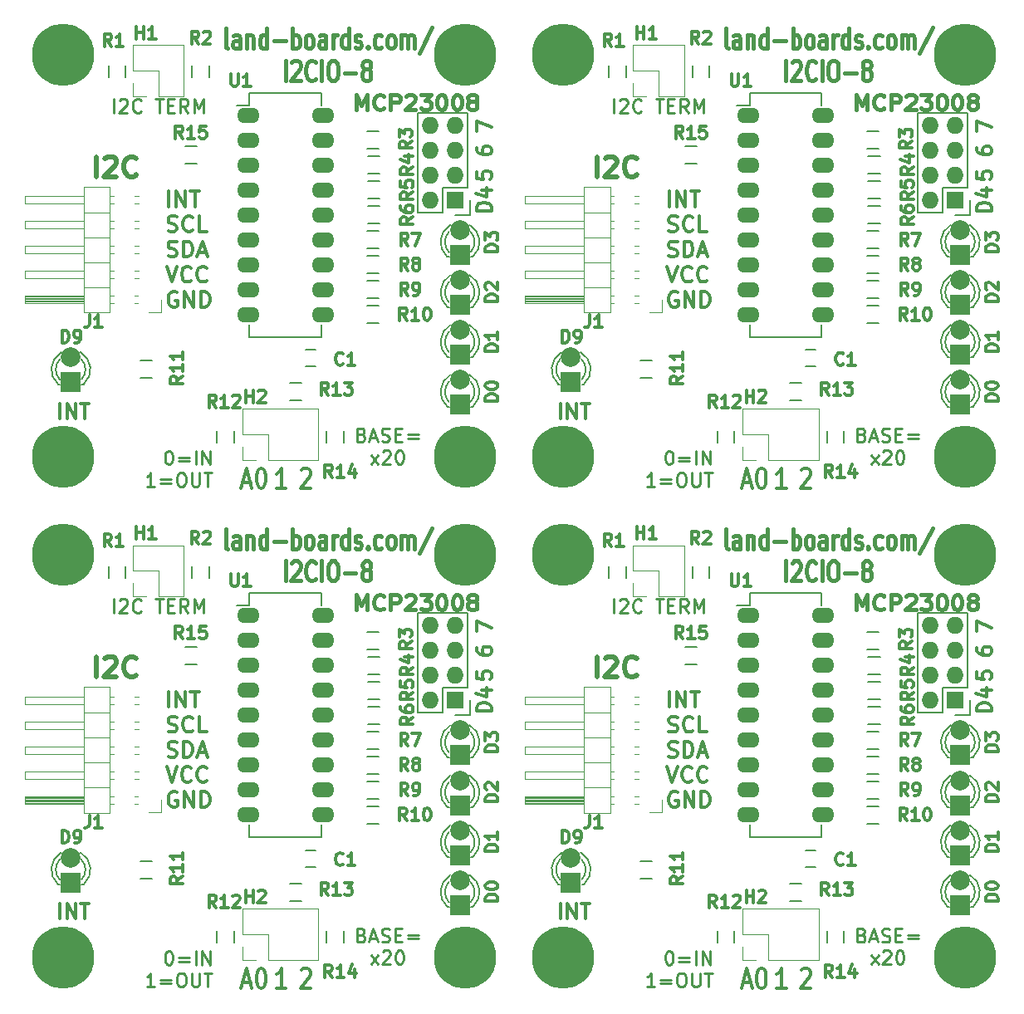
<source format=gto>
%MOIN*%
%OFA0B0*%
%FSLAX46Y46*%
%IPPOS*%
%LPD*%
%ADD10C,0.012000000000000002*%
%ADD11C,0.011250000000000001*%
%ADD12C,0.014763779527559057*%
%ADD13C,0.015000000000000001*%
%ADD14C,0.02*%
%ADD15C,0.005905511811023622*%
%ADD16C,0.0047244094488188976*%
%ADD17O,0.0905511811023622X0.062992125984251982*%
%ADD18R,0.068X0.068*%
%ADD19O,0.068X0.068*%
%ADD20R,0.07874015748031496X0.07874015748031496*%
%ADD21C,0.07874015748031496*%
%ADD22C,0.25*%
%ADD33C,0.012000000000000002*%
%ADD34C,0.011250000000000001*%
%ADD35C,0.014763779527559057*%
%ADD36C,0.015000000000000001*%
%ADD37C,0.02*%
%ADD38C,0.005905511811023622*%
%ADD39C,0.0047244094488188976*%
%ADD40O,0.0905511811023622X0.062992125984251982*%
%ADD41R,0.068X0.068*%
%ADD42O,0.068X0.068*%
%ADD43R,0.07874015748031496X0.07874015748031496*%
%ADD44C,0.07874015748031496*%
%ADD45C,0.25*%
%ADD46C,0.012000000000000002*%
%ADD47C,0.011250000000000001*%
%ADD48C,0.014763779527559057*%
%ADD49C,0.015000000000000001*%
%ADD50C,0.02*%
%ADD51C,0.005905511811023622*%
%ADD52C,0.0047244094488188976*%
%ADD53O,0.0905511811023622X0.062992125984251982*%
%ADD54R,0.068X0.068*%
%ADD55O,0.068X0.068*%
%ADD56R,0.07874015748031496X0.07874015748031496*%
%ADD57C,0.07874015748031496*%
%ADD58C,0.25*%
%ADD59C,0.012000000000000002*%
%ADD60C,0.011250000000000001*%
%ADD61C,0.014763779527559057*%
%ADD62C,0.015000000000000001*%
%ADD63C,0.02*%
%ADD64C,0.005905511811023622*%
%ADD65C,0.0047244094488188976*%
%ADD66O,0.0905511811023622X0.062992125984251982*%
%ADD67R,0.068X0.068*%
%ADD68O,0.068X0.068*%
%ADD69R,0.07874015748031496X0.07874015748031496*%
%ADD70C,0.07874015748031496*%
%ADD71C,0.25*%
G01*
D10*
X0000582680Y0001162110D02*
X0000582680Y0001224610D01*
X0000612442Y0001162110D02*
X0000612442Y0001224610D01*
X0000648157Y0001162110D01*
X0000648157Y0001224610D01*
X0000668990Y0001224610D02*
X0000704704Y0001224610D01*
X0000686847Y0001162110D02*
X0000686847Y0001224610D01*
X0000579704Y0001064461D02*
X0000588633Y0001061485D01*
X0000603514Y0001061485D01*
X0000609466Y0001064461D01*
X0000612442Y0001067437D01*
X0000615419Y0001073389D01*
X0000615419Y0001079342D01*
X0000612442Y0001085294D01*
X0000609466Y0001088270D01*
X0000603514Y0001091246D01*
X0000591609Y0001094223D01*
X0000585657Y0001097199D01*
X0000582680Y0001100175D01*
X0000579704Y0001106127D01*
X0000579704Y0001112080D01*
X0000582680Y0001118032D01*
X0000585657Y0001121008D01*
X0000591609Y0001123985D01*
X0000606490Y0001123985D01*
X0000615419Y0001121008D01*
X0000677919Y0001067437D02*
X0000674942Y0001064461D01*
X0000666014Y0001061485D01*
X0000660061Y0001061485D01*
X0000651133Y0001064461D01*
X0000645180Y0001070413D01*
X0000642204Y0001076366D01*
X0000639228Y0001088270D01*
X0000639228Y0001097199D01*
X0000642204Y0001109104D01*
X0000645180Y0001115056D01*
X0000651133Y0001121008D01*
X0000660061Y0001123985D01*
X0000666014Y0001123985D01*
X0000674942Y0001121008D01*
X0000677919Y0001118032D01*
X0000734466Y0001061485D02*
X0000704704Y0001061485D01*
X0000704704Y0001123985D01*
X0000579704Y0000963836D02*
X0000588633Y0000960860D01*
X0000603514Y0000960860D01*
X0000609466Y0000963836D01*
X0000612442Y0000966812D01*
X0000615419Y0000972764D01*
X0000615419Y0000978717D01*
X0000612442Y0000984669D01*
X0000609466Y0000987645D01*
X0000603514Y0000990621D01*
X0000591609Y0000993598D01*
X0000585657Y0000996574D01*
X0000582680Y0000999550D01*
X0000579704Y0001005502D01*
X0000579704Y0001011455D01*
X0000582680Y0001017407D01*
X0000585657Y0001020383D01*
X0000591609Y0001023360D01*
X0000606490Y0001023360D01*
X0000615419Y0001020383D01*
X0000642204Y0000960860D02*
X0000642204Y0001023360D01*
X0000657085Y0001023360D01*
X0000666014Y0001020383D01*
X0000671966Y0001014431D01*
X0000674942Y0001008479D01*
X0000677919Y0000996574D01*
X0000677919Y0000987645D01*
X0000674942Y0000975741D01*
X0000671966Y0000969788D01*
X0000666014Y0000963836D01*
X0000657085Y0000960860D01*
X0000642204Y0000960860D01*
X0000701728Y0000978717D02*
X0000731490Y0000978717D01*
X0000695776Y0000960860D02*
X0000716609Y0001023360D01*
X0000737442Y0000960860D01*
X0000573752Y0000922735D02*
X0000594585Y0000860235D01*
X0000615419Y0000922735D01*
X0000671966Y0000866187D02*
X0000668990Y0000863211D01*
X0000660061Y0000860235D01*
X0000654109Y0000860235D01*
X0000645180Y0000863211D01*
X0000639228Y0000869163D01*
X0000636252Y0000875116D01*
X0000633276Y0000887020D01*
X0000633276Y0000895949D01*
X0000636252Y0000907854D01*
X0000639228Y0000913806D01*
X0000645180Y0000919758D01*
X0000654109Y0000922735D01*
X0000660061Y0000922735D01*
X0000668990Y0000919758D01*
X0000671966Y0000916782D01*
X0000734466Y0000866187D02*
X0000731490Y0000863211D01*
X0000722561Y0000860235D01*
X0000716609Y0000860235D01*
X0000707680Y0000863211D01*
X0000701728Y0000869163D01*
X0000698752Y0000875116D01*
X0000695776Y0000887020D01*
X0000695776Y0000895949D01*
X0000698752Y0000907854D01*
X0000701728Y0000913806D01*
X0000707680Y0000919758D01*
X0000716609Y0000922735D01*
X0000722561Y0000922735D01*
X0000731490Y0000919758D01*
X0000734466Y0000916782D01*
X0000615419Y0000819133D02*
X0000609466Y0000822110D01*
X0000600538Y0000822110D01*
X0000591609Y0000819133D01*
X0000585657Y0000813181D01*
X0000582680Y0000807229D01*
X0000579704Y0000795324D01*
X0000579704Y0000786395D01*
X0000582680Y0000774491D01*
X0000585657Y0000768538D01*
X0000591609Y0000762586D01*
X0000600538Y0000759610D01*
X0000606490Y0000759610D01*
X0000615419Y0000762586D01*
X0000618395Y0000765562D01*
X0000618395Y0000786395D01*
X0000606490Y0000786395D01*
X0000645180Y0000759610D02*
X0000645180Y0000822110D01*
X0000680895Y0000759610D01*
X0000680895Y0000822110D01*
X0000710657Y0000759610D02*
X0000710657Y0000822110D01*
X0000725538Y0000822110D01*
X0000734466Y0000819133D01*
X0000740419Y0000813181D01*
X0000743395Y0000807229D01*
X0000746371Y0000795324D01*
X0000746371Y0000786395D01*
X0000743395Y0000774491D01*
X0000740419Y0000768538D01*
X0000734466Y0000762586D01*
X0000725538Y0000759610D01*
X0000710657Y0000759610D01*
D11*
X0000360782Y0001540079D02*
X0000360782Y0001595079D01*
X0000384354Y0001589841D02*
X0000386973Y0001592460D01*
X0000392211Y0001595079D01*
X0000405306Y0001595079D01*
X0000410544Y0001592460D01*
X0000413163Y0001589841D01*
X0000415782Y0001584603D01*
X0000415782Y0001579365D01*
X0000413163Y0001571508D01*
X0000381735Y0001540079D01*
X0000415782Y0001540079D01*
X0000470782Y0001545317D02*
X0000468163Y0001542698D01*
X0000460306Y0001540079D01*
X0000455068Y0001540079D01*
X0000447211Y0001542698D01*
X0000441973Y0001547936D01*
X0000439354Y0001553174D01*
X0000436735Y0001563651D01*
X0000436735Y0001571508D01*
X0000439354Y0001581984D01*
X0000441973Y0001587222D01*
X0000447211Y0001592460D01*
X0000455068Y0001595079D01*
X0000460306Y0001595079D01*
X0000468163Y0001592460D01*
X0000470782Y0001589841D01*
X0000528401Y0001595079D02*
X0000559830Y0001595079D01*
X0000544116Y0001540079D02*
X0000544116Y0001595079D01*
X0000578163Y0001568889D02*
X0000596497Y0001568889D01*
X0000604354Y0001540079D02*
X0000578163Y0001540079D01*
X0000578163Y0001595079D01*
X0000604354Y0001595079D01*
X0000659354Y0001540079D02*
X0000641020Y0001566270D01*
X0000627925Y0001540079D02*
X0000627925Y0001595079D01*
X0000648877Y0001595079D01*
X0000654116Y0001592460D01*
X0000656735Y0001589841D01*
X0000659354Y0001584603D01*
X0000659354Y0001576746D01*
X0000656735Y0001571508D01*
X0000654116Y0001568889D01*
X0000648877Y0001566270D01*
X0000627925Y0001566270D01*
X0000682925Y0001540079D02*
X0000682925Y0001595079D01*
X0000701258Y0001555793D01*
X0000719592Y0001595079D01*
X0000719592Y0001540079D01*
D10*
X0000878768Y0000055564D02*
X0000909720Y0000055564D01*
X0000872577Y0000032707D02*
X0000894244Y0000112707D01*
X0000915911Y0000032707D01*
X0000949958Y0000112707D02*
X0000956149Y0000112707D01*
X0000962339Y0000108897D01*
X0000965434Y0000105088D01*
X0000968530Y0000097469D01*
X0000971625Y0000082230D01*
X0000971625Y0000063183D01*
X0000968530Y0000047945D01*
X0000965434Y0000040326D01*
X0000962339Y0000036516D01*
X0000956149Y0000032707D01*
X0000949958Y0000032707D01*
X0000943768Y0000036516D01*
X0000940673Y0000040326D01*
X0000937577Y0000047945D01*
X0000934482Y0000063183D01*
X0000934482Y0000082230D01*
X0000937577Y0000097469D01*
X0000940673Y0000105088D01*
X0000943768Y0000108897D01*
X0000949958Y0000112707D01*
X0001113318Y0000105088D02*
X0001116413Y0000108897D01*
X0001122604Y0000112707D01*
X0001138080Y0000112707D01*
X0001144270Y0000108897D01*
X0001147365Y0000105088D01*
X0001150461Y0000097469D01*
X0001150461Y0000089850D01*
X0001147365Y0000078421D01*
X0001110223Y0000032707D01*
X0001150461Y0000032707D01*
D11*
X0001355238Y0000247337D02*
X0001363095Y0000244718D01*
X0001365714Y0000242099D01*
X0001368333Y0000236861D01*
X0001368333Y0000229004D01*
X0001365714Y0000223765D01*
X0001363095Y0000221146D01*
X0001357857Y0000218527D01*
X0001336904Y0000218527D01*
X0001336904Y0000273527D01*
X0001355238Y0000273527D01*
X0001360476Y0000270908D01*
X0001363095Y0000268289D01*
X0001365714Y0000263051D01*
X0001365714Y0000257813D01*
X0001363095Y0000252575D01*
X0001360476Y0000249956D01*
X0001355238Y0000247337D01*
X0001336904Y0000247337D01*
X0001389285Y0000234242D02*
X0001415476Y0000234242D01*
X0001384047Y0000218527D02*
X0001402380Y0000273527D01*
X0001420714Y0000218527D01*
X0001436428Y0000221146D02*
X0001444285Y0000218527D01*
X0001457380Y0000218527D01*
X0001462619Y0000221146D01*
X0001465238Y0000223765D01*
X0001467857Y0000229004D01*
X0001467857Y0000234242D01*
X0001465238Y0000239480D01*
X0001462619Y0000242099D01*
X0001457380Y0000244718D01*
X0001446904Y0000247337D01*
X0001441666Y0000249956D01*
X0001439047Y0000252575D01*
X0001436428Y0000257813D01*
X0001436428Y0000263051D01*
X0001439047Y0000268289D01*
X0001441666Y0000270908D01*
X0001446904Y0000273527D01*
X0001460000Y0000273527D01*
X0001467857Y0000270908D01*
X0001491428Y0000247337D02*
X0001509761Y0000247337D01*
X0001517619Y0000218527D02*
X0001491428Y0000218527D01*
X0001491428Y0000273527D01*
X0001517619Y0000273527D01*
X0001541190Y0000247337D02*
X0001583095Y0000247337D01*
X0001583095Y0000231623D02*
X0001541190Y0000231623D01*
X0001393214Y0000129977D02*
X0001422023Y0000166644D01*
X0001393214Y0000166644D02*
X0001422023Y0000129977D01*
X0001440357Y0000179739D02*
X0001442976Y0000182358D01*
X0001448214Y0000184977D01*
X0001461309Y0000184977D01*
X0001466547Y0000182358D01*
X0001469166Y0000179739D01*
X0001471785Y0000174501D01*
X0001471785Y0000169263D01*
X0001469166Y0000161406D01*
X0001437738Y0000129977D01*
X0001471785Y0000129977D01*
X0001505833Y0000184977D02*
X0001511071Y0000184977D01*
X0001516309Y0000182358D01*
X0001518928Y0000179739D01*
X0001521547Y0000174501D01*
X0001524166Y0000164025D01*
X0001524166Y0000150930D01*
X0001521547Y0000140454D01*
X0001518928Y0000135215D01*
X0001516309Y0000132596D01*
X0001511071Y0000129977D01*
X0001505833Y0000129977D01*
X0001500595Y0000132596D01*
X0001497976Y0000135215D01*
X0001495357Y0000140454D01*
X0001492738Y0000150930D01*
X0001492738Y0000164025D01*
X0001495357Y0000174501D01*
X0001497976Y0000179739D01*
X0001500595Y0000182358D01*
X0001505833Y0000184977D01*
D12*
X0001876715Y0001145545D02*
X0001817660Y0001145545D01*
X0001817660Y0001159606D01*
X0001820472Y0001168042D01*
X0001826096Y0001173667D01*
X0001831721Y0001176479D01*
X0001842969Y0001179291D01*
X0001851406Y0001179291D01*
X0001862654Y0001176479D01*
X0001868278Y0001173667D01*
X0001873903Y0001168042D01*
X0001876715Y0001159606D01*
X0001876715Y0001145545D01*
X0001837345Y0001229910D02*
X0001876715Y0001229910D01*
X0001814848Y0001215849D02*
X0001857030Y0001201788D01*
X0001857030Y0001238346D01*
D13*
X0000818571Y0001797343D02*
X0000812857Y0001801152D01*
X0000809999Y0001808771D01*
X0000809999Y0001877343D01*
X0000867142Y0001797343D02*
X0000867142Y0001839248D01*
X0000864285Y0001846867D01*
X0000858571Y0001850676D01*
X0000847142Y0001850676D01*
X0000841428Y0001846867D01*
X0000867142Y0001801152D02*
X0000861428Y0001797343D01*
X0000847142Y0001797343D01*
X0000841428Y0001801152D01*
X0000838571Y0001808771D01*
X0000838571Y0001816391D01*
X0000841428Y0001824010D01*
X0000847142Y0001827819D01*
X0000861428Y0001827819D01*
X0000867142Y0001831629D01*
X0000895714Y0001850676D02*
X0000895714Y0001797343D01*
X0000895714Y0001843057D02*
X0000898571Y0001846867D01*
X0000904285Y0001850676D01*
X0000912857Y0001850676D01*
X0000918571Y0001846867D01*
X0000921428Y0001839248D01*
X0000921428Y0001797343D01*
X0000975714Y0001797343D02*
X0000975714Y0001877343D01*
X0000975714Y0001801152D02*
X0000969999Y0001797343D01*
X0000958571Y0001797343D01*
X0000952857Y0001801152D01*
X0000949999Y0001804962D01*
X0000947142Y0001812581D01*
X0000947142Y0001835438D01*
X0000949999Y0001843057D01*
X0000952857Y0001846867D01*
X0000958571Y0001850676D01*
X0000969999Y0001850676D01*
X0000975714Y0001846867D01*
X0001004285Y0001827819D02*
X0001049999Y0001827819D01*
X0001078571Y0001797343D02*
X0001078571Y0001877343D01*
X0001078571Y0001846867D02*
X0001084285Y0001850676D01*
X0001095714Y0001850676D01*
X0001101428Y0001846867D01*
X0001104285Y0001843057D01*
X0001107142Y0001835438D01*
X0001107142Y0001812581D01*
X0001104285Y0001804962D01*
X0001101428Y0001801152D01*
X0001095714Y0001797343D01*
X0001084285Y0001797343D01*
X0001078571Y0001801152D01*
X0001141428Y0001797343D02*
X0001135714Y0001801152D01*
X0001132857Y0001804962D01*
X0001129999Y0001812581D01*
X0001129999Y0001835438D01*
X0001132857Y0001843057D01*
X0001135714Y0001846867D01*
X0001141428Y0001850676D01*
X0001149999Y0001850676D01*
X0001155714Y0001846867D01*
X0001158571Y0001843057D01*
X0001161428Y0001835438D01*
X0001161428Y0001812581D01*
X0001158571Y0001804962D01*
X0001155714Y0001801152D01*
X0001149999Y0001797343D01*
X0001141428Y0001797343D01*
X0001212857Y0001797343D02*
X0001212857Y0001839248D01*
X0001209999Y0001846867D01*
X0001204285Y0001850676D01*
X0001192857Y0001850676D01*
X0001187142Y0001846867D01*
X0001212857Y0001801152D02*
X0001207142Y0001797343D01*
X0001192857Y0001797343D01*
X0001187142Y0001801152D01*
X0001184285Y0001808771D01*
X0001184285Y0001816391D01*
X0001187142Y0001824010D01*
X0001192857Y0001827819D01*
X0001207142Y0001827819D01*
X0001212857Y0001831629D01*
X0001241428Y0001797343D02*
X0001241428Y0001850676D01*
X0001241428Y0001835438D02*
X0001244285Y0001843057D01*
X0001247142Y0001846867D01*
X0001252857Y0001850676D01*
X0001258571Y0001850676D01*
X0001304285Y0001797343D02*
X0001304285Y0001877343D01*
X0001304285Y0001801152D02*
X0001298571Y0001797343D01*
X0001287142Y0001797343D01*
X0001281428Y0001801152D01*
X0001278571Y0001804962D01*
X0001275714Y0001812581D01*
X0001275714Y0001835438D01*
X0001278571Y0001843057D01*
X0001281428Y0001846867D01*
X0001287142Y0001850676D01*
X0001298571Y0001850676D01*
X0001304285Y0001846867D01*
X0001329999Y0001801152D02*
X0001335714Y0001797343D01*
X0001347142Y0001797343D01*
X0001352857Y0001801152D01*
X0001355714Y0001808771D01*
X0001355714Y0001812581D01*
X0001352857Y0001820200D01*
X0001347142Y0001824010D01*
X0001338571Y0001824010D01*
X0001332857Y0001827819D01*
X0001329999Y0001835438D01*
X0001329999Y0001839248D01*
X0001332857Y0001846867D01*
X0001338571Y0001850676D01*
X0001347142Y0001850676D01*
X0001352857Y0001846867D01*
X0001381428Y0001804962D02*
X0001384285Y0001801152D01*
X0001381428Y0001797343D01*
X0001378571Y0001801152D01*
X0001381428Y0001804962D01*
X0001381428Y0001797343D01*
X0001435714Y0001801152D02*
X0001429999Y0001797343D01*
X0001418571Y0001797343D01*
X0001412857Y0001801152D01*
X0001409999Y0001804962D01*
X0001407142Y0001812581D01*
X0001407142Y0001835438D01*
X0001409999Y0001843057D01*
X0001412857Y0001846867D01*
X0001418571Y0001850676D01*
X0001429999Y0001850676D01*
X0001435714Y0001846867D01*
X0001469999Y0001797343D02*
X0001464285Y0001801152D01*
X0001461428Y0001804962D01*
X0001458571Y0001812581D01*
X0001458571Y0001835438D01*
X0001461428Y0001843057D01*
X0001464285Y0001846867D01*
X0001469999Y0001850676D01*
X0001478571Y0001850676D01*
X0001484285Y0001846867D01*
X0001487142Y0001843057D01*
X0001489999Y0001835438D01*
X0001489999Y0001812581D01*
X0001487142Y0001804962D01*
X0001484285Y0001801152D01*
X0001478571Y0001797343D01*
X0001469999Y0001797343D01*
X0001515714Y0001797343D02*
X0001515714Y0001850676D01*
X0001515714Y0001843057D02*
X0001518571Y0001846867D01*
X0001524285Y0001850676D01*
X0001532857Y0001850676D01*
X0001538571Y0001846867D01*
X0001541428Y0001839248D01*
X0001541428Y0001797343D01*
X0001541428Y0001839248D02*
X0001544285Y0001846867D01*
X0001550000Y0001850676D01*
X0001558571Y0001850676D01*
X0001564285Y0001846867D01*
X0001567142Y0001839248D01*
X0001567142Y0001797343D01*
X0001638571Y0001881152D02*
X0001587142Y0001778295D01*
X0001050000Y0001668543D02*
X0001050000Y0001748543D01*
X0001075714Y0001740924D02*
X0001078571Y0001744733D01*
X0001084285Y0001748543D01*
X0001098571Y0001748543D01*
X0001104285Y0001744733D01*
X0001107142Y0001740924D01*
X0001110000Y0001733305D01*
X0001110000Y0001725686D01*
X0001107142Y0001714257D01*
X0001072857Y0001668543D01*
X0001110000Y0001668543D01*
X0001170000Y0001676162D02*
X0001167142Y0001672352D01*
X0001158571Y0001668543D01*
X0001152857Y0001668543D01*
X0001144285Y0001672352D01*
X0001138571Y0001679971D01*
X0001135714Y0001687591D01*
X0001132857Y0001702829D01*
X0001132857Y0001714257D01*
X0001135714Y0001729495D01*
X0001138571Y0001737114D01*
X0001144285Y0001744733D01*
X0001152857Y0001748543D01*
X0001158571Y0001748543D01*
X0001167142Y0001744733D01*
X0001170000Y0001740924D01*
X0001195714Y0001668543D02*
X0001195714Y0001748543D01*
X0001235714Y0001748543D02*
X0001247142Y0001748543D01*
X0001252857Y0001744733D01*
X0001258571Y0001737114D01*
X0001261428Y0001721876D01*
X0001261428Y0001695210D01*
X0001258571Y0001679971D01*
X0001252857Y0001672352D01*
X0001247142Y0001668543D01*
X0001235714Y0001668543D01*
X0001230000Y0001672352D01*
X0001224285Y0001679971D01*
X0001221428Y0001695210D01*
X0001221428Y0001721876D01*
X0001224285Y0001737114D01*
X0001230000Y0001744733D01*
X0001235714Y0001748543D01*
X0001287142Y0001699019D02*
X0001332857Y0001699019D01*
X0001370000Y0001714257D02*
X0001364285Y0001718067D01*
X0001361428Y0001721876D01*
X0001358571Y0001729495D01*
X0001358571Y0001733305D01*
X0001361428Y0001740924D01*
X0001364285Y0001744733D01*
X0001370000Y0001748543D01*
X0001381428Y0001748543D01*
X0001387142Y0001744733D01*
X0001390000Y0001740924D01*
X0001392857Y0001733305D01*
X0001392857Y0001729495D01*
X0001390000Y0001721876D01*
X0001387142Y0001718067D01*
X0001381428Y0001714257D01*
X0001370000Y0001714257D01*
X0001364285Y0001710448D01*
X0001361428Y0001706638D01*
X0001358571Y0001699019D01*
X0001358571Y0001683781D01*
X0001361428Y0001676162D01*
X0001364285Y0001672352D01*
X0001370000Y0001668543D01*
X0001381428Y0001668543D01*
X0001387142Y0001672352D01*
X0001390000Y0001676162D01*
X0001392857Y0001683781D01*
X0001392857Y0001699019D01*
X0001390000Y0001706638D01*
X0001387142Y0001710448D01*
X0001381428Y0001714257D01*
D10*
X0001052035Y0000032707D02*
X0001014893Y0000032707D01*
X0001033464Y0000032707D02*
X0001033464Y0000112707D01*
X0001027274Y0000101278D01*
X0001021083Y0000093659D01*
X0001014893Y0000089850D01*
D12*
X0001818053Y0001399043D02*
X0001818053Y0001387795D01*
X0001820866Y0001382170D01*
X0001823678Y0001379358D01*
X0001832114Y0001373734D01*
X0001843363Y0001370922D01*
X0001865860Y0001370922D01*
X0001871484Y0001373734D01*
X0001874296Y0001376546D01*
X0001877109Y0001382170D01*
X0001877109Y0001393419D01*
X0001874296Y0001399043D01*
X0001871484Y0001401856D01*
X0001865860Y0001404668D01*
X0001851799Y0001404668D01*
X0001846175Y0001401856D01*
X0001843363Y0001399043D01*
X0001840551Y0001393419D01*
X0001840551Y0001382170D01*
X0001843363Y0001376546D01*
X0001846175Y0001373734D01*
X0001851799Y0001370922D01*
X0001818053Y0001303430D02*
X0001818053Y0001275309D01*
X0001846175Y0001272497D01*
X0001843363Y0001275309D01*
X0001840551Y0001280933D01*
X0001840551Y0001294994D01*
X0001843363Y0001300618D01*
X0001846175Y0001303430D01*
X0001851799Y0001306242D01*
X0001865860Y0001306242D01*
X0001871484Y0001303430D01*
X0001874296Y0001300618D01*
X0001877109Y0001294994D01*
X0001877109Y0001280933D01*
X0001874296Y0001275309D01*
X0001871484Y0001272497D01*
D13*
X0001333571Y0001551991D02*
X0001333571Y0001611991D01*
X0001355238Y0001569133D01*
X0001376904Y0001611991D01*
X0001376904Y0001551991D01*
X0001445000Y0001557705D02*
X0001441904Y0001554848D01*
X0001432619Y0001551991D01*
X0001426428Y0001551991D01*
X0001417142Y0001554848D01*
X0001410952Y0001560562D01*
X0001407857Y0001566276D01*
X0001404761Y0001577705D01*
X0001404761Y0001586276D01*
X0001407857Y0001597705D01*
X0001410952Y0001603419D01*
X0001417142Y0001609133D01*
X0001426428Y0001611991D01*
X0001432619Y0001611991D01*
X0001441904Y0001609133D01*
X0001445000Y0001606276D01*
X0001472857Y0001551991D02*
X0001472857Y0001611991D01*
X0001497619Y0001611991D01*
X0001503809Y0001609133D01*
X0001506904Y0001606276D01*
X0001510000Y0001600562D01*
X0001510000Y0001591991D01*
X0001506904Y0001586276D01*
X0001503809Y0001583419D01*
X0001497619Y0001580562D01*
X0001472857Y0001580562D01*
X0001534761Y0001606276D02*
X0001537857Y0001609133D01*
X0001544047Y0001611991D01*
X0001559523Y0001611991D01*
X0001565714Y0001609133D01*
X0001568809Y0001606276D01*
X0001571904Y0001600562D01*
X0001571904Y0001594848D01*
X0001568809Y0001586276D01*
X0001531666Y0001551991D01*
X0001571904Y0001551991D01*
X0001593571Y0001611991D02*
X0001633809Y0001611991D01*
X0001612142Y0001589133D01*
X0001621428Y0001589133D01*
X0001627619Y0001586276D01*
X0001630714Y0001583419D01*
X0001633809Y0001577705D01*
X0001633809Y0001563419D01*
X0001630714Y0001557705D01*
X0001627619Y0001554848D01*
X0001621428Y0001551991D01*
X0001602857Y0001551991D01*
X0001596666Y0001554848D01*
X0001593571Y0001557705D01*
X0001674047Y0001611991D02*
X0001680238Y0001611991D01*
X0001686428Y0001609133D01*
X0001689523Y0001606276D01*
X0001692619Y0001600562D01*
X0001695714Y0001589133D01*
X0001695714Y0001574848D01*
X0001692619Y0001563419D01*
X0001689523Y0001557705D01*
X0001686428Y0001554848D01*
X0001680238Y0001551991D01*
X0001674047Y0001551991D01*
X0001667857Y0001554848D01*
X0001664761Y0001557705D01*
X0001661666Y0001563419D01*
X0001658571Y0001574848D01*
X0001658571Y0001589133D01*
X0001661666Y0001600562D01*
X0001664761Y0001606276D01*
X0001667857Y0001609133D01*
X0001674047Y0001611991D01*
X0001735952Y0001611991D02*
X0001742142Y0001611991D01*
X0001748333Y0001609133D01*
X0001751428Y0001606276D01*
X0001754523Y0001600562D01*
X0001757619Y0001589133D01*
X0001757619Y0001574848D01*
X0001754523Y0001563419D01*
X0001751428Y0001557705D01*
X0001748333Y0001554848D01*
X0001742142Y0001551991D01*
X0001735952Y0001551991D01*
X0001729761Y0001554848D01*
X0001726666Y0001557705D01*
X0001723571Y0001563419D01*
X0001720476Y0001574848D01*
X0001720476Y0001589133D01*
X0001723571Y0001600562D01*
X0001726666Y0001606276D01*
X0001729761Y0001609133D01*
X0001735952Y0001611991D01*
X0001794761Y0001586276D02*
X0001788571Y0001589133D01*
X0001785476Y0001591991D01*
X0001782380Y0001597705D01*
X0001782380Y0001600562D01*
X0001785476Y0001606276D01*
X0001788571Y0001609133D01*
X0001794761Y0001611991D01*
X0001807142Y0001611991D01*
X0001813333Y0001609133D01*
X0001816428Y0001606276D01*
X0001819523Y0001600562D01*
X0001819523Y0001597705D01*
X0001816428Y0001591991D01*
X0001813333Y0001589133D01*
X0001807142Y0001586276D01*
X0001794761Y0001586276D01*
X0001788571Y0001583419D01*
X0001785476Y0001580562D01*
X0001782380Y0001574848D01*
X0001782380Y0001563419D01*
X0001785476Y0001557705D01*
X0001788571Y0001554848D01*
X0001794761Y0001551991D01*
X0001807142Y0001551991D01*
X0001813333Y0001554848D01*
X0001816428Y0001557705D01*
X0001819523Y0001563419D01*
X0001819523Y0001574848D01*
X0001816428Y0001580562D01*
X0001813333Y0001583419D01*
X0001807142Y0001586276D01*
D11*
X0000579689Y0000182661D02*
X0000584927Y0000182661D01*
X0000590165Y0000180042D01*
X0000592784Y0000177423D01*
X0000595404Y0000172185D01*
X0000598023Y0000161709D01*
X0000598023Y0000148614D01*
X0000595404Y0000138137D01*
X0000592784Y0000132899D01*
X0000590165Y0000130280D01*
X0000584927Y0000127661D01*
X0000579689Y0000127661D01*
X0000574451Y0000130280D01*
X0000571832Y0000132899D01*
X0000569213Y0000138137D01*
X0000566594Y0000148614D01*
X0000566594Y0000161709D01*
X0000569213Y0000172185D01*
X0000571832Y0000177423D01*
X0000574451Y0000180042D01*
X0000579689Y0000182661D01*
X0000621594Y0000156471D02*
X0000663499Y0000156471D01*
X0000663499Y0000140757D02*
X0000621594Y0000140757D01*
X0000689689Y0000127661D02*
X0000689689Y0000182661D01*
X0000715880Y0000127661D02*
X0000715880Y0000182661D01*
X0000747308Y0000127661D01*
X0000747308Y0000182661D01*
X0000524689Y0000039111D02*
X0000493261Y0000039111D01*
X0000508975Y0000039111D02*
X0000508975Y0000094111D01*
X0000503737Y0000086254D01*
X0000498499Y0000081016D01*
X0000493261Y0000078397D01*
X0000548261Y0000067921D02*
X0000590165Y0000067921D01*
X0000590165Y0000052207D02*
X0000548261Y0000052207D01*
X0000626832Y0000094111D02*
X0000637308Y0000094111D01*
X0000642546Y0000091492D01*
X0000647784Y0000086254D01*
X0000650403Y0000075778D01*
X0000650403Y0000057445D01*
X0000647784Y0000046968D01*
X0000642546Y0000041730D01*
X0000637308Y0000039111D01*
X0000626832Y0000039111D01*
X0000621594Y0000041730D01*
X0000616356Y0000046968D01*
X0000613737Y0000057445D01*
X0000613737Y0000075778D01*
X0000616356Y0000086254D01*
X0000621594Y0000091492D01*
X0000626832Y0000094111D01*
X0000673975Y0000094111D02*
X0000673975Y0000049587D01*
X0000676594Y0000044349D01*
X0000679213Y0000041730D01*
X0000684451Y0000039111D01*
X0000694927Y0000039111D01*
X0000700165Y0000041730D01*
X0000702784Y0000044349D01*
X0000705404Y0000049587D01*
X0000705404Y0000094111D01*
X0000723737Y0000094111D02*
X0000755165Y0000094111D01*
X0000739451Y0000039111D02*
X0000739451Y0000094111D01*
D12*
X0001818053Y0001466535D02*
X0001818053Y0001505905D01*
X0001877109Y0001480596D01*
D10*
X0000145714Y0000311990D02*
X0000145714Y0000371990D01*
X0000174285Y0000311990D02*
X0000174285Y0000371990D01*
X0000208571Y0000311990D01*
X0000208571Y0000371990D01*
X0000228571Y0000371990D02*
X0000262857Y0000371990D01*
X0000245714Y0000311990D02*
X0000245714Y0000371990D01*
D14*
X0000291904Y0001282943D02*
X0000291904Y0001362943D01*
X0000326190Y0001355324D02*
X0000330000Y0001359133D01*
X0000337619Y0001362943D01*
X0000356666Y0001362943D01*
X0000364285Y0001359133D01*
X0000368095Y0001355324D01*
X0000371904Y0001347705D01*
X0000371904Y0001340086D01*
X0000368095Y0001328657D01*
X0000322380Y0001282943D01*
X0000371904Y0001282943D01*
X0000451904Y0001290562D02*
X0000448095Y0001286752D01*
X0000436666Y0001282943D01*
X0000429047Y0001282943D01*
X0000417619Y0001286752D01*
X0000410000Y0001294371D01*
X0000406190Y0001301991D01*
X0000402380Y0001317229D01*
X0000402380Y0001328657D01*
X0000406190Y0001343895D01*
X0000410000Y0001351514D01*
X0000417619Y0001359133D01*
X0000429047Y0001362943D01*
X0000436666Y0001362943D01*
X0000448095Y0001359133D01*
X0000451904Y0001355324D01*
D10*
X0000772857Y0000356514D02*
X0000756190Y0000380324D01*
X0000744285Y0000356514D02*
X0000744285Y0000406514D01*
X0000763333Y0000406514D01*
X0000768095Y0000404133D01*
X0000770476Y0000401752D01*
X0000772857Y0000396990D01*
X0000772857Y0000389848D01*
X0000770476Y0000385086D01*
X0000768095Y0000382705D01*
X0000763333Y0000380324D01*
X0000744285Y0000380324D01*
X0000820476Y0000356514D02*
X0000791904Y0000356514D01*
X0000806190Y0000356514D02*
X0000806190Y0000406514D01*
X0000801428Y0000399371D01*
X0000796666Y0000394610D01*
X0000791904Y0000392229D01*
X0000839523Y0000401752D02*
X0000841904Y0000404133D01*
X0000846666Y0000406514D01*
X0000858571Y0000406514D01*
X0000863333Y0000404133D01*
X0000865714Y0000401752D01*
X0000868095Y0000396990D01*
X0000868095Y0000392229D01*
X0000865714Y0000385086D01*
X0000837142Y0000356514D01*
X0000868095Y0000356514D01*
X0001222857Y0000406514D02*
X0001206190Y0000430324D01*
X0001194285Y0000406514D02*
X0001194285Y0000456514D01*
X0001213333Y0000456514D01*
X0001218095Y0000454133D01*
X0001220476Y0000451752D01*
X0001222857Y0000446991D01*
X0001222857Y0000439848D01*
X0001220476Y0000435086D01*
X0001218095Y0000432705D01*
X0001213333Y0000430324D01*
X0001194285Y0000430324D01*
X0001270476Y0000406514D02*
X0001241904Y0000406514D01*
X0001256190Y0000406514D02*
X0001256190Y0000456514D01*
X0001251428Y0000449371D01*
X0001246666Y0000444610D01*
X0001241904Y0000442229D01*
X0001287142Y0000456514D02*
X0001318095Y0000456514D01*
X0001301428Y0000437467D01*
X0001308571Y0000437467D01*
X0001313333Y0000435086D01*
X0001315714Y0000432705D01*
X0001318095Y0000427943D01*
X0001318095Y0000416038D01*
X0001315714Y0000411276D01*
X0001313333Y0000408895D01*
X0001308571Y0000406514D01*
X0001294285Y0000406514D01*
X0001289523Y0000408895D01*
X0001287142Y0000411276D01*
X0001237857Y0000076514D02*
X0001221190Y0000100324D01*
X0001209285Y0000076514D02*
X0001209285Y0000126514D01*
X0001228333Y0000126514D01*
X0001233095Y0000124133D01*
X0001235476Y0000121752D01*
X0001237857Y0000116991D01*
X0001237857Y0000109848D01*
X0001235476Y0000105086D01*
X0001233095Y0000102705D01*
X0001228333Y0000100324D01*
X0001209285Y0000100324D01*
X0001285476Y0000076514D02*
X0001256904Y0000076514D01*
X0001271190Y0000076514D02*
X0001271190Y0000126514D01*
X0001266428Y0000119371D01*
X0001261666Y0000114610D01*
X0001256904Y0000112229D01*
X0001328333Y0000109848D02*
X0001328333Y0000076514D01*
X0001316428Y0000128895D02*
X0001304523Y0000093181D01*
X0001335476Y0000093181D01*
X0000351666Y0001806514D02*
X0000335000Y0001830324D01*
X0000323095Y0001806514D02*
X0000323095Y0001856514D01*
X0000342142Y0001856514D01*
X0000346904Y0001854133D01*
X0000349285Y0001851752D01*
X0000351666Y0001846991D01*
X0000351666Y0001839848D01*
X0000349285Y0001835086D01*
X0000346904Y0001832705D01*
X0000342142Y0001830324D01*
X0000323095Y0001830324D01*
X0000399285Y0001806514D02*
X0000370714Y0001806514D01*
X0000385000Y0001806514D02*
X0000385000Y0001856514D01*
X0000380238Y0001849371D01*
X0000375476Y0001844610D01*
X0000370714Y0001842229D01*
X0000701666Y0001816514D02*
X0000685000Y0001840324D01*
X0000673095Y0001816514D02*
X0000673095Y0001866514D01*
X0000692142Y0001866514D01*
X0000696904Y0001864133D01*
X0000699285Y0001861752D01*
X0000701666Y0001856991D01*
X0000701666Y0001849848D01*
X0000699285Y0001845086D01*
X0000696904Y0001842705D01*
X0000692142Y0001840324D01*
X0000673095Y0001840324D01*
X0000720714Y0001861752D02*
X0000723095Y0001864133D01*
X0000727857Y0001866514D01*
X0000739761Y0001866514D01*
X0000744523Y0001864133D01*
X0000746904Y0001861752D01*
X0000749285Y0001856991D01*
X0000749285Y0001852229D01*
X0000746904Y0001845086D01*
X0000718333Y0001816514D01*
X0000749285Y0001816514D01*
X0000637619Y0000481991D02*
X0000613809Y0000465324D01*
X0000637619Y0000453419D02*
X0000587619Y0000453419D01*
X0000587619Y0000472467D01*
X0000590000Y0000477229D01*
X0000592380Y0000479610D01*
X0000597142Y0000481991D01*
X0000604285Y0000481991D01*
X0000609047Y0000479610D01*
X0000611428Y0000477229D01*
X0000613809Y0000472467D01*
X0000613809Y0000453419D01*
X0000637619Y0000529610D02*
X0000637619Y0000501038D01*
X0000637619Y0000515324D02*
X0000587619Y0000515324D01*
X0000594761Y0000510562D01*
X0000599523Y0000505800D01*
X0000601904Y0000501038D01*
X0000637619Y0000577229D02*
X0000637619Y0000548657D01*
X0000637619Y0000562943D02*
X0000587619Y0000562943D01*
X0000594761Y0000558181D01*
X0000599523Y0000553419D01*
X0000601904Y0000548657D01*
X0001557619Y0001425800D02*
X0001533809Y0001409133D01*
X0001557619Y0001397229D02*
X0001507619Y0001397229D01*
X0001507619Y0001416276D01*
X0001510000Y0001421038D01*
X0001512380Y0001423419D01*
X0001517142Y0001425800D01*
X0001524285Y0001425800D01*
X0001529047Y0001423419D01*
X0001531428Y0001421038D01*
X0001533809Y0001416276D01*
X0001533809Y0001397229D01*
X0001507619Y0001442467D02*
X0001507619Y0001473419D01*
X0001526666Y0001456752D01*
X0001526666Y0001463895D01*
X0001529047Y0001468657D01*
X0001531428Y0001471038D01*
X0001536190Y0001473419D01*
X0001548095Y0001473419D01*
X0001552857Y0001471038D01*
X0001555238Y0001468657D01*
X0001557619Y0001463895D01*
X0001557619Y0001449610D01*
X0001555238Y0001444848D01*
X0001552857Y0001442467D01*
X0001562619Y0001320800D02*
X0001538809Y0001304133D01*
X0001562619Y0001292229D02*
X0001512619Y0001292229D01*
X0001512619Y0001311276D01*
X0001515000Y0001316038D01*
X0001517380Y0001318419D01*
X0001522142Y0001320800D01*
X0001529285Y0001320800D01*
X0001534047Y0001318419D01*
X0001536428Y0001316038D01*
X0001538809Y0001311276D01*
X0001538809Y0001292229D01*
X0001529285Y0001363657D02*
X0001562619Y0001363657D01*
X0001510238Y0001351752D02*
X0001545952Y0001339848D01*
X0001545952Y0001370800D01*
X0001562619Y0001220800D02*
X0001538809Y0001204133D01*
X0001562619Y0001192229D02*
X0001512619Y0001192229D01*
X0001512619Y0001211276D01*
X0001515000Y0001216038D01*
X0001517380Y0001218419D01*
X0001522142Y0001220800D01*
X0001529285Y0001220800D01*
X0001534047Y0001218419D01*
X0001536428Y0001216038D01*
X0001538809Y0001211276D01*
X0001538809Y0001192229D01*
X0001512619Y0001266038D02*
X0001512619Y0001242229D01*
X0001536428Y0001239848D01*
X0001534047Y0001242229D01*
X0001531666Y0001246991D01*
X0001531666Y0001258895D01*
X0001534047Y0001263657D01*
X0001536428Y0001266038D01*
X0001541190Y0001268419D01*
X0001553095Y0001268419D01*
X0001557857Y0001266038D01*
X0001560238Y0001263657D01*
X0001562619Y0001258895D01*
X0001562619Y0001246991D01*
X0001560238Y0001242229D01*
X0001557857Y0001239848D01*
X0001562619Y0001120800D02*
X0001538809Y0001104133D01*
X0001562619Y0001092229D02*
X0001512619Y0001092229D01*
X0001512619Y0001111276D01*
X0001515000Y0001116038D01*
X0001517380Y0001118419D01*
X0001522142Y0001120800D01*
X0001529285Y0001120800D01*
X0001534047Y0001118419D01*
X0001536428Y0001116038D01*
X0001538809Y0001111276D01*
X0001538809Y0001092229D01*
X0001512619Y0001163657D02*
X0001512619Y0001154133D01*
X0001515000Y0001149371D01*
X0001517380Y0001146991D01*
X0001524523Y0001142229D01*
X0001534047Y0001139848D01*
X0001553095Y0001139848D01*
X0001557857Y0001142229D01*
X0001560238Y0001144610D01*
X0001562619Y0001149371D01*
X0001562619Y0001158895D01*
X0001560238Y0001163657D01*
X0001557857Y0001166038D01*
X0001553095Y0001168419D01*
X0001541190Y0001168419D01*
X0001536428Y0001166038D01*
X0001534047Y0001163657D01*
X0001531666Y0001158895D01*
X0001531666Y0001149371D01*
X0001534047Y0001144610D01*
X0001536428Y0001142229D01*
X0001541190Y0001139848D01*
X0001541666Y0001006514D02*
X0001525000Y0001030324D01*
X0001513095Y0001006514D02*
X0001513095Y0001056514D01*
X0001532142Y0001056514D01*
X0001536904Y0001054133D01*
X0001539285Y0001051752D01*
X0001541666Y0001046991D01*
X0001541666Y0001039848D01*
X0001539285Y0001035086D01*
X0001536904Y0001032705D01*
X0001532142Y0001030324D01*
X0001513095Y0001030324D01*
X0001558333Y0001056514D02*
X0001591666Y0001056514D01*
X0001570238Y0001006514D01*
X0001541666Y0000906514D02*
X0001525000Y0000930324D01*
X0001513095Y0000906514D02*
X0001513095Y0000956514D01*
X0001532142Y0000956514D01*
X0001536904Y0000954133D01*
X0001539285Y0000951752D01*
X0001541666Y0000946991D01*
X0001541666Y0000939848D01*
X0001539285Y0000935086D01*
X0001536904Y0000932705D01*
X0001532142Y0000930324D01*
X0001513095Y0000930324D01*
X0001570238Y0000935086D02*
X0001565476Y0000937467D01*
X0001563095Y0000939848D01*
X0001560714Y0000944610D01*
X0001560714Y0000946991D01*
X0001563095Y0000951752D01*
X0001565476Y0000954133D01*
X0001570238Y0000956514D01*
X0001579761Y0000956514D01*
X0001584523Y0000954133D01*
X0001586904Y0000951752D01*
X0001589285Y0000946991D01*
X0001589285Y0000944610D01*
X0001586904Y0000939848D01*
X0001584523Y0000937467D01*
X0001579761Y0000935086D01*
X0001570238Y0000935086D01*
X0001565476Y0000932705D01*
X0001563095Y0000930324D01*
X0001560714Y0000925562D01*
X0001560714Y0000916038D01*
X0001563095Y0000911276D01*
X0001565476Y0000908895D01*
X0001570238Y0000906514D01*
X0001579761Y0000906514D01*
X0001584523Y0000908895D01*
X0001586904Y0000911276D01*
X0001589285Y0000916038D01*
X0001589285Y0000925562D01*
X0001586904Y0000930324D01*
X0001584523Y0000932705D01*
X0001579761Y0000935086D01*
X0001541666Y0000806514D02*
X0001525000Y0000830324D01*
X0001513095Y0000806514D02*
X0001513095Y0000856514D01*
X0001532142Y0000856514D01*
X0001536904Y0000854133D01*
X0001539285Y0000851752D01*
X0001541666Y0000846991D01*
X0001541666Y0000839848D01*
X0001539285Y0000835086D01*
X0001536904Y0000832705D01*
X0001532142Y0000830324D01*
X0001513095Y0000830324D01*
X0001565476Y0000806514D02*
X0001575000Y0000806514D01*
X0001579761Y0000808895D01*
X0001582142Y0000811276D01*
X0001586904Y0000818419D01*
X0001589285Y0000827943D01*
X0001589285Y0000846991D01*
X0001586904Y0000851752D01*
X0001584523Y0000854133D01*
X0001579761Y0000856514D01*
X0001570238Y0000856514D01*
X0001565476Y0000854133D01*
X0001563095Y0000851752D01*
X0001560714Y0000846991D01*
X0001560714Y0000835086D01*
X0001563095Y0000830324D01*
X0001565476Y0000827943D01*
X0001570238Y0000825562D01*
X0001579761Y0000825562D01*
X0001584523Y0000827943D01*
X0001586904Y0000830324D01*
X0001589285Y0000835086D01*
X0001537857Y0000706514D02*
X0001521190Y0000730324D01*
X0001509285Y0000706514D02*
X0001509285Y0000756514D01*
X0001528333Y0000756514D01*
X0001533095Y0000754133D01*
X0001535476Y0000751752D01*
X0001537857Y0000746991D01*
X0001537857Y0000739848D01*
X0001535476Y0000735086D01*
X0001533095Y0000732705D01*
X0001528333Y0000730324D01*
X0001509285Y0000730324D01*
X0001585476Y0000706514D02*
X0001556904Y0000706514D01*
X0001571190Y0000706514D02*
X0001571190Y0000756514D01*
X0001566428Y0000749371D01*
X0001561666Y0000744610D01*
X0001556904Y0000742229D01*
X0001616428Y0000756514D02*
X0001621190Y0000756514D01*
X0001625952Y0000754133D01*
X0001628333Y0000751752D01*
X0001630714Y0000746991D01*
X0001633095Y0000737467D01*
X0001633095Y0000725562D01*
X0001630714Y0000716038D01*
X0001628333Y0000711276D01*
X0001625952Y0000708895D01*
X0001621190Y0000706514D01*
X0001616428Y0000706514D01*
X0001611666Y0000708895D01*
X0001609285Y0000711276D01*
X0001606904Y0000716038D01*
X0001604523Y0000725562D01*
X0001604523Y0000737467D01*
X0001606904Y0000746991D01*
X0001609285Y0000751752D01*
X0001611666Y0000754133D01*
X0001616428Y0000756514D01*
X0000831904Y0001696514D02*
X0000831904Y0001656038D01*
X0000834285Y0001651276D01*
X0000836666Y0001648895D01*
X0000841428Y0001646514D01*
X0000850952Y0001646514D01*
X0000855714Y0001648895D01*
X0000858095Y0001651276D01*
X0000860476Y0001656038D01*
X0000860476Y0001696514D01*
X0000910476Y0001646514D02*
X0000881904Y0001646514D01*
X0000896190Y0001646514D02*
X0000896190Y0001696514D01*
X0000891428Y0001689371D01*
X0000886666Y0001684610D01*
X0000881904Y0001682229D01*
X0000637857Y0001436514D02*
X0000621190Y0001460324D01*
X0000609285Y0001436514D02*
X0000609285Y0001486514D01*
X0000628333Y0001486514D01*
X0000633095Y0001484133D01*
X0000635476Y0001481752D01*
X0000637857Y0001476991D01*
X0000637857Y0001469848D01*
X0000635476Y0001465086D01*
X0000633095Y0001462705D01*
X0000628333Y0001460324D01*
X0000609285Y0001460324D01*
X0000685476Y0001436514D02*
X0000656904Y0001436514D01*
X0000671190Y0001436514D02*
X0000671190Y0001486514D01*
X0000666428Y0001479371D01*
X0000661666Y0001474610D01*
X0000656904Y0001472229D01*
X0000730714Y0001486514D02*
X0000706904Y0001486514D01*
X0000704523Y0001462705D01*
X0000706904Y0001465086D01*
X0000711666Y0001467467D01*
X0000723571Y0001467467D01*
X0000728333Y0001465086D01*
X0000730714Y0001462705D01*
X0000733095Y0001457943D01*
X0000733095Y0001446038D01*
X0000730714Y0001441276D01*
X0000728333Y0001438895D01*
X0000723571Y0001436514D01*
X0000711666Y0001436514D01*
X0000706904Y0001438895D01*
X0000704523Y0001441276D01*
X0001281666Y0000531276D02*
X0001279285Y0000528895D01*
X0001272142Y0000526514D01*
X0001267380Y0000526514D01*
X0001260238Y0000528895D01*
X0001255476Y0000533657D01*
X0001253095Y0000538419D01*
X0001250714Y0000547943D01*
X0001250714Y0000555086D01*
X0001253095Y0000564610D01*
X0001255476Y0000569371D01*
X0001260238Y0000574133D01*
X0001267380Y0000576514D01*
X0001272142Y0000576514D01*
X0001279285Y0000574133D01*
X0001281666Y0000571752D01*
X0001329285Y0000526514D02*
X0001300714Y0000526514D01*
X0001315000Y0000526514D02*
X0001315000Y0000576514D01*
X0001310238Y0000569371D01*
X0001305476Y0000564610D01*
X0001300714Y0000562229D01*
X0001902619Y0000382229D02*
X0001852619Y0000382229D01*
X0001852619Y0000394133D01*
X0001855000Y0000401276D01*
X0001859761Y0000406038D01*
X0001864523Y0000408419D01*
X0001874047Y0000410800D01*
X0001881190Y0000410800D01*
X0001890714Y0000408419D01*
X0001895476Y0000406038D01*
X0001900238Y0000401276D01*
X0001902619Y0000394133D01*
X0001902619Y0000382229D01*
X0001852619Y0000441752D02*
X0001852619Y0000446514D01*
X0001855000Y0000451276D01*
X0001857380Y0000453657D01*
X0001862142Y0000456038D01*
X0001871666Y0000458419D01*
X0001883571Y0000458419D01*
X0001893095Y0000456038D01*
X0001897857Y0000453657D01*
X0001900238Y0000451276D01*
X0001902619Y0000446514D01*
X0001902619Y0000441752D01*
X0001900238Y0000436991D01*
X0001897857Y0000434610D01*
X0001893095Y0000432229D01*
X0001883571Y0000429848D01*
X0001871666Y0000429848D01*
X0001862142Y0000432229D01*
X0001857380Y0000434610D01*
X0001855000Y0000436991D01*
X0001852619Y0000441752D01*
X0001902619Y0000582229D02*
X0001852619Y0000582229D01*
X0001852619Y0000594133D01*
X0001855000Y0000601276D01*
X0001859761Y0000606038D01*
X0001864523Y0000608419D01*
X0001874047Y0000610800D01*
X0001881190Y0000610800D01*
X0001890714Y0000608419D01*
X0001895476Y0000606038D01*
X0001900238Y0000601276D01*
X0001902619Y0000594133D01*
X0001902619Y0000582229D01*
X0001902619Y0000658419D02*
X0001902619Y0000629848D01*
X0001902619Y0000644133D02*
X0001852619Y0000644133D01*
X0001859761Y0000639371D01*
X0001864523Y0000634610D01*
X0001866904Y0000629848D01*
X0001902619Y0000782229D02*
X0001852619Y0000782229D01*
X0001852619Y0000794133D01*
X0001855000Y0000801276D01*
X0001859761Y0000806038D01*
X0001864523Y0000808419D01*
X0001874047Y0000810800D01*
X0001881190Y0000810800D01*
X0001890714Y0000808419D01*
X0001895476Y0000806038D01*
X0001900238Y0000801276D01*
X0001902619Y0000794133D01*
X0001902619Y0000782229D01*
X0001857380Y0000829848D02*
X0001855000Y0000832229D01*
X0001852619Y0000836991D01*
X0001852619Y0000848895D01*
X0001855000Y0000853657D01*
X0001857380Y0000856038D01*
X0001862142Y0000858419D01*
X0001866904Y0000858419D01*
X0001874047Y0000856038D01*
X0001902619Y0000827467D01*
X0001902619Y0000858419D01*
X0001902619Y0000982229D02*
X0001852619Y0000982229D01*
X0001852619Y0000994133D01*
X0001855000Y0001001276D01*
X0001859761Y0001006038D01*
X0001864523Y0001008419D01*
X0001874047Y0001010800D01*
X0001881190Y0001010800D01*
X0001890714Y0001008419D01*
X0001895476Y0001006038D01*
X0001900238Y0001001276D01*
X0001902619Y0000994133D01*
X0001902619Y0000982229D01*
X0001852619Y0001027467D02*
X0001852619Y0001058419D01*
X0001871666Y0001041752D01*
X0001871666Y0001048895D01*
X0001874047Y0001053657D01*
X0001876428Y0001056038D01*
X0001881190Y0001058419D01*
X0001893095Y0001058419D01*
X0001897857Y0001056038D01*
X0001900238Y0001053657D01*
X0001902619Y0001048895D01*
X0001902619Y0001034610D01*
X0001900238Y0001029848D01*
X0001897857Y0001027467D01*
X0000153095Y0000616514D02*
X0000153095Y0000666514D01*
X0000165000Y0000666514D01*
X0000172142Y0000664133D01*
X0000176904Y0000659371D01*
X0000179285Y0000654610D01*
X0000181666Y0000645086D01*
X0000181666Y0000637943D01*
X0000179285Y0000628419D01*
X0000176904Y0000623657D01*
X0000172142Y0000618895D01*
X0000165000Y0000616514D01*
X0000153095Y0000616514D01*
X0000205476Y0000616514D02*
X0000215000Y0000616514D01*
X0000219761Y0000618895D01*
X0000222142Y0000621276D01*
X0000226904Y0000628419D01*
X0000229285Y0000637943D01*
X0000229285Y0000656991D01*
X0000226904Y0000661752D01*
X0000224523Y0000664133D01*
X0000219761Y0000666514D01*
X0000210238Y0000666514D01*
X0000205476Y0000664133D01*
X0000203095Y0000661752D01*
X0000200714Y0000656991D01*
X0000200714Y0000645086D01*
X0000203095Y0000640324D01*
X0000205476Y0000637943D01*
X0000210238Y0000635562D01*
X0000219761Y0000635562D01*
X0000224523Y0000637943D01*
X0000226904Y0000640324D01*
X0000229285Y0000645086D01*
X0000451904Y0001836514D02*
X0000451904Y0001886514D01*
X0000451904Y0001862705D02*
X0000480476Y0001862705D01*
X0000480476Y0001836514D02*
X0000480476Y0001886514D01*
X0000530476Y0001836514D02*
X0000501904Y0001836514D01*
X0000516190Y0001836514D02*
X0000516190Y0001886514D01*
X0000511428Y0001879371D01*
X0000506666Y0001874610D01*
X0000501904Y0001872229D01*
X0000263136Y0000727341D02*
X0000263136Y0000691627D01*
X0000260755Y0000684484D01*
X0000255993Y0000679722D01*
X0000248850Y0000677341D01*
X0000244088Y0000677341D01*
X0000313136Y0000677341D02*
X0000284565Y0000677341D01*
X0000298850Y0000677341D02*
X0000298850Y0000727341D01*
X0000294088Y0000720198D01*
X0000289326Y0000715436D01*
X0000284565Y0000713055D01*
X0000891904Y0000376514D02*
X0000891904Y0000426514D01*
X0000891904Y0000402705D02*
X0000920476Y0000402705D01*
X0000920476Y0000376514D02*
X0000920476Y0000426514D01*
X0000941904Y0000421752D02*
X0000944285Y0000424133D01*
X0000949047Y0000426514D01*
X0000960952Y0000426514D01*
X0000965714Y0000424133D01*
X0000968095Y0000421752D01*
X0000970476Y0000416991D01*
X0000970476Y0000412229D01*
X0000968095Y0000405086D01*
X0000939523Y0000376514D01*
X0000970476Y0000376514D01*
D15*
X0000775551Y0000215511D02*
X0000775551Y0000262755D01*
X0000844448Y0000262755D02*
X0000844448Y0000215511D01*
X0001066377Y0000453582D02*
X0001113622Y0000453582D01*
X0001113622Y0000384685D02*
X0001066377Y0000384685D01*
X0001284448Y0000262755D02*
X0001284448Y0000215511D01*
X0001215551Y0000215511D02*
X0001215551Y0000262755D01*
X0000340551Y0001680511D02*
X0000340551Y0001727755D01*
X0000409448Y0001727755D02*
X0000409448Y0001680511D01*
X0000744448Y0001727755D02*
X0000744448Y0001680511D01*
X0000675551Y0001680511D02*
X0000675551Y0001727755D01*
X0000513622Y0000474685D02*
X0000466377Y0000474685D01*
X0000466377Y0000543582D02*
X0000513622Y0000543582D01*
X0001423622Y0001394685D02*
X0001376377Y0001394685D01*
X0001376377Y0001463582D02*
X0001423622Y0001463582D01*
X0001381377Y0001363582D02*
X0001428622Y0001363582D01*
X0001428622Y0001294685D02*
X0001381377Y0001294685D01*
X0001428622Y0001194685D02*
X0001381377Y0001194685D01*
X0001381377Y0001263582D02*
X0001428622Y0001263582D01*
X0001381377Y0001163582D02*
X0001428622Y0001163582D01*
X0001428622Y0001094685D02*
X0001381377Y0001094685D01*
X0001423622Y0000994685D02*
X0001376377Y0000994685D01*
X0001376377Y0001063582D02*
X0001423622Y0001063582D01*
X0001423622Y0000894685D02*
X0001376377Y0000894685D01*
X0001376377Y0000963582D02*
X0001423622Y0000963582D01*
X0001423622Y0000794685D02*
X0001376377Y0000794685D01*
X0001376377Y0000863582D02*
X0001423622Y0000863582D01*
X0001376377Y0000763582D02*
X0001423622Y0000763582D01*
X0001423622Y0000694685D02*
X0001376377Y0000694685D01*
X0000905314Y0001619488D02*
X0001194685Y0001619488D01*
X0000905314Y0000638779D02*
X0001194685Y0000638779D01*
X0000905314Y0001619488D02*
X0000905314Y0001569488D01*
X0001194685Y0001619488D02*
X0001194685Y0001569488D01*
X0001194685Y0000638779D02*
X0001194685Y0000688779D01*
X0000905314Y0000638779D02*
X0000905314Y0000688779D01*
X0000905314Y0001569488D02*
X0000854724Y0001569488D01*
X0000646377Y0001403582D02*
X0000693622Y0001403582D01*
X0000693622Y0001334685D02*
X0000646377Y0001334685D01*
X0001169685Y0000587598D02*
X0001130314Y0000587598D01*
X0001130314Y0000520669D02*
X0001169685Y0000520669D01*
X0001791023Y0001128110D02*
X0001791023Y0001189133D01*
X0001680000Y0001239133D02*
X0001780000Y0001239133D01*
X0001680000Y0001139133D02*
X0001680000Y0001239133D01*
X0001730000Y0001128110D02*
X0001791023Y0001128110D01*
X0001780000Y0001239133D02*
X0001780000Y0001539133D01*
X0001780000Y0001539133D02*
X0001580000Y0001539133D01*
X0001580000Y0001139133D02*
X0001680000Y0001139133D01*
X0001580000Y0001539133D02*
X0001580000Y0001139133D01*
X0001699606Y0000360118D02*
X0001706692Y0000360118D01*
X0001801732Y0000360118D02*
X0001793858Y0000360118D01*
X0001802784Y0000360621D02*
G75*
G03*
X0001789133Y0000488070I-0000051445J0000058945D01*
G01*
X0001711825Y0000487194D02*
G75*
G03*
X0001699370Y0000360118I0000039513J-0000068021D01*
G01*
X0001706729Y0000460590D02*
G75*
G03*
X0001706692Y0000377795I0000044608J-0000041417D01*
G01*
X0001793828Y0000379256D02*
G75*
G03*
X0001793070Y0000459881I-0000042490J0000039916D01*
G01*
X0001801732Y0000560118D02*
X0001793858Y0000560118D01*
X0001699606Y0000560118D02*
X0001706692Y0000560118D01*
X0001706729Y0000660590D02*
G75*
G03*
X0001706692Y0000577795I0000044608J-0000041417D01*
G01*
X0001802784Y0000560621D02*
G75*
G03*
X0001789133Y0000688070I-0000051445J0000058945D01*
G01*
X0001793828Y0000579256D02*
G75*
G03*
X0001793070Y0000659881I-0000042490J0000039916D01*
G01*
X0001711825Y0000687194D02*
G75*
G03*
X0001699370Y0000560118I0000039513J-0000068021D01*
G01*
X0001699606Y0000760118D02*
X0001706692Y0000760118D01*
X0001801732Y0000760118D02*
X0001793858Y0000760118D01*
X0001706729Y0000860590D02*
G75*
G03*
X0001706692Y0000777795I0000044608J-0000041417D01*
G01*
X0001711825Y0000887194D02*
G75*
G03*
X0001699370Y0000760118I0000039513J-0000068021D01*
G01*
X0001802784Y0000760621D02*
G75*
G03*
X0001789133Y0000888070I-0000051445J0000058945D01*
G01*
X0001793828Y0000779256D02*
G75*
G03*
X0001793070Y0000859881I-0000042490J0000039916D01*
G01*
X0001699606Y0000961299D02*
X0001706692Y0000961299D01*
X0001801732Y0000961299D02*
X0001793858Y0000961299D01*
X0001706729Y0001061771D02*
G75*
G03*
X0001706692Y0000978976I0000044608J-0000041417D01*
G01*
X0001802784Y0000961802D02*
G75*
G03*
X0001789133Y0001089251I-0000051445J0000058945D01*
G01*
X0001711825Y0001088375D02*
G75*
G03*
X0001699370Y0000961299I0000039513J-0000068021D01*
G01*
X0001793828Y0000980437D02*
G75*
G03*
X0001793070Y0001061062I-0000042490J0000039916D01*
G01*
X0000137637Y0000450118D02*
X0000144724Y0000450118D01*
X0000239763Y0000450118D02*
X0000231889Y0000450118D01*
X0000231860Y0000469256D02*
G75*
G03*
X0000231102Y0000549881I-0000042490J0000039916D01*
G01*
X0000240815Y0000450621D02*
G75*
G03*
X0000227165Y0000578070I-0000051445J0000058945D01*
G01*
X0000149856Y0000577194D02*
G75*
G03*
X0000137401Y0000450118I0000039513J-0000068021D01*
G01*
X0000144761Y0000550590D02*
G75*
G03*
X0000144724Y0000467795I0000044608J-0000041417D01*
G01*
D16*
X0000437440Y0001811299D02*
X0000642165Y0001811299D01*
X0000489803Y0001606574D02*
X0000437440Y0001606574D01*
X0000539803Y0001606574D02*
X0000539803Y0001708937D01*
X0000642165Y0001606574D02*
X0000642165Y0001811299D01*
X0000539803Y0001606574D02*
X0000642165Y0001606574D01*
X0000539803Y0001708937D02*
X0000437440Y0001708937D01*
X0000437440Y0001606574D02*
X0000437440Y0001658937D01*
X0000437440Y0001708937D02*
X0000437440Y0001811299D01*
X0000004803Y0000904291D02*
X0000241023Y0000904291D01*
X0000361380Y0000874370D02*
X0000345748Y0000874370D01*
X0000361380Y0001174370D02*
X0000345748Y0001174370D01*
X0000461380Y0001104291D02*
X0000443501Y0001104291D01*
X0000461380Y0001174370D02*
X0000443501Y0001174370D01*
X0000241023Y0000974370D02*
X0000004803Y0000974370D01*
X0000345748Y0001241692D02*
X0000241023Y0001241692D01*
X0000004803Y0001074370D02*
X0000004803Y0001104291D01*
X0000361380Y0001074370D02*
X0000345748Y0001074370D01*
X0000552440Y0000789330D02*
X0000552440Y0000739330D01*
X0000461380Y0000874370D02*
X0000443501Y0000874370D01*
X0000345748Y0001039330D02*
X0000241023Y0001039330D01*
X0000004803Y0000774370D02*
X0000004803Y0000804291D01*
X0000345748Y0000736968D02*
X0000345748Y0001241692D01*
X0000241023Y0000790905D02*
X0000004803Y0000790905D01*
X0000361380Y0001004291D02*
X0000345748Y0001004291D01*
X0000004803Y0001204291D02*
X0000241023Y0001204291D01*
X0000241023Y0001241692D02*
X0000241023Y0000736968D01*
X0000241023Y0000781456D02*
X0000004803Y0000781456D01*
X0000345748Y0000939330D02*
X0000241023Y0000939330D01*
X0000361380Y0000904291D02*
X0000345748Y0000904291D01*
X0000361380Y0000774370D02*
X0000345748Y0000774370D01*
X0000458740Y0000774370D02*
X0000443501Y0000774370D01*
X0000004803Y0001104291D02*
X0000241023Y0001104291D01*
X0000004803Y0000874370D02*
X0000004803Y0000904291D01*
X0000241023Y0001174370D02*
X0000004803Y0001174370D01*
X0000241023Y0000800354D02*
X0000004803Y0000800354D01*
X0000241023Y0000774370D02*
X0000004803Y0000774370D01*
X0000241023Y0000874370D02*
X0000004803Y0000874370D01*
X0000361380Y0001104291D02*
X0000345748Y0001104291D01*
X0000461380Y0000904291D02*
X0000443501Y0000904291D01*
X0000361380Y0000804291D02*
X0000345748Y0000804291D01*
X0000241023Y0000736968D02*
X0000345748Y0000736968D01*
X0000461380Y0000974370D02*
X0000443501Y0000974370D01*
X0000345748Y0000839330D02*
X0000241023Y0000839330D01*
X0000461380Y0001204291D02*
X0000443501Y0001204291D01*
X0000241023Y0000776732D02*
X0000004803Y0000776732D01*
X0000241023Y0001074370D02*
X0000004803Y0001074370D01*
X0000241023Y0000795629D02*
X0000004803Y0000795629D01*
X0000458740Y0000804291D02*
X0000443501Y0000804291D01*
X0000461380Y0001004291D02*
X0000443501Y0001004291D01*
X0000241023Y0000786181D02*
X0000004803Y0000786181D01*
X0000004803Y0000974370D02*
X0000004803Y0001004291D01*
X0000461380Y0001074370D02*
X0000443501Y0001074370D01*
X0000345748Y0001139330D02*
X0000241023Y0001139330D01*
X0000361380Y0001204291D02*
X0000345748Y0001204291D01*
X0000552440Y0000739330D02*
X0000502440Y0000739330D01*
X0000004803Y0001004291D02*
X0000241023Y0001004291D01*
X0000004803Y0001174370D02*
X0000004803Y0001204291D01*
X0000004803Y0000804291D02*
X0000241023Y0000804291D01*
X0000361380Y0000974370D02*
X0000345748Y0000974370D01*
X0000877637Y0000146771D02*
X0000877637Y0000199133D01*
X0001182362Y0000146771D02*
X0001182362Y0000351496D01*
X0000980000Y0000146771D02*
X0000980000Y0000249133D01*
X0000877637Y0000351496D02*
X0001182362Y0000351496D01*
X0000980000Y0000146771D02*
X0001182362Y0000146771D01*
X0000980000Y0000249133D02*
X0000877637Y0000249133D01*
X0000877637Y0000249133D02*
X0000877637Y0000351496D01*
X0000930000Y0000146771D02*
X0000877637Y0000146771D01*
D17*
X0000900000Y0001529133D03*
X0000900000Y0001429133D03*
X0000900000Y0001329133D03*
X0000900000Y0001229133D03*
X0000900000Y0001129133D03*
X0000900000Y0001029133D03*
X0000900000Y0000929133D03*
X0000900000Y0000829133D03*
X0000900000Y0000729133D03*
X0001200000Y0000729133D03*
X0001200000Y0000829133D03*
X0001200000Y0000929133D03*
X0001200000Y0001029133D03*
X0001200000Y0001129133D03*
X0001200000Y0001229133D03*
X0001200000Y0001329133D03*
X0001200000Y0001429133D03*
X0001200000Y0001529133D03*
D18*
X0001730000Y0001189133D03*
D19*
X0001630000Y0001189133D03*
X0001730000Y0001289133D03*
X0001630000Y0001289133D03*
X0001730000Y0001389133D03*
X0001630000Y0001389133D03*
X0001730000Y0001489133D03*
X0001630000Y0001489133D03*
D20*
X0001750000Y0000367952D03*
D21*
X0001750000Y0000467952D03*
D20*
X0001750000Y0000567952D03*
D21*
X0001750000Y0000667952D03*
D20*
X0001750000Y0000767952D03*
D21*
X0001750000Y0000867952D03*
D20*
X0001750000Y0000969133D03*
D21*
X0001750000Y0001069133D03*
D20*
X0000188031Y0000457952D03*
D21*
X0000188031Y0000557952D03*
D22*
X0001771653Y0000157480D03*
X0000157480Y0001771653D03*
X0001771653Y0001771653D03*
X0000157480Y0000157480D03*
G04 next file*
G04 Gerber Fmt 4.6, Leading zero omitted, Abs format (unit mm)*
G04 Created by KiCad (PCBNEW (6.0.1)) date 2022-06-03 07:52:10*
G01*
G04 APERTURE LIST*
G04 APERTURE END LIST*
D33*
X0002590554Y0001162110D02*
X0002590554Y0001224610D01*
X0002620316Y0001162110D02*
X0002620316Y0001224610D01*
X0002656031Y0001162110D01*
X0002656031Y0001224610D01*
X0002676864Y0001224610D02*
X0002712578Y0001224610D01*
X0002694721Y0001162110D02*
X0002694721Y0001224610D01*
X0002587578Y0001064461D02*
X0002596507Y0001061485D01*
X0002611388Y0001061485D01*
X0002617340Y0001064461D01*
X0002620316Y0001067437D01*
X0002623293Y0001073389D01*
X0002623293Y0001079342D01*
X0002620316Y0001085294D01*
X0002617340Y0001088270D01*
X0002611388Y0001091246D01*
X0002599483Y0001094223D01*
X0002593531Y0001097199D01*
X0002590554Y0001100175D01*
X0002587578Y0001106127D01*
X0002587578Y0001112080D01*
X0002590554Y0001118032D01*
X0002593531Y0001121008D01*
X0002599483Y0001123985D01*
X0002614364Y0001123985D01*
X0002623293Y0001121008D01*
X0002685793Y0001067437D02*
X0002682816Y0001064461D01*
X0002673888Y0001061485D01*
X0002667935Y0001061485D01*
X0002659007Y0001064461D01*
X0002653054Y0001070413D01*
X0002650078Y0001076366D01*
X0002647102Y0001088270D01*
X0002647102Y0001097199D01*
X0002650078Y0001109104D01*
X0002653054Y0001115056D01*
X0002659007Y0001121008D01*
X0002667935Y0001123985D01*
X0002673888Y0001123985D01*
X0002682816Y0001121008D01*
X0002685793Y0001118032D01*
X0002742340Y0001061485D02*
X0002712578Y0001061485D01*
X0002712578Y0001123985D01*
X0002587578Y0000963836D02*
X0002596507Y0000960860D01*
X0002611388Y0000960860D01*
X0002617340Y0000963836D01*
X0002620316Y0000966812D01*
X0002623293Y0000972764D01*
X0002623293Y0000978717D01*
X0002620316Y0000984669D01*
X0002617340Y0000987645D01*
X0002611388Y0000990621D01*
X0002599483Y0000993598D01*
X0002593531Y0000996574D01*
X0002590554Y0000999550D01*
X0002587578Y0001005502D01*
X0002587578Y0001011455D01*
X0002590554Y0001017407D01*
X0002593531Y0001020383D01*
X0002599483Y0001023360D01*
X0002614364Y0001023360D01*
X0002623293Y0001020383D01*
X0002650078Y0000960860D02*
X0002650078Y0001023360D01*
X0002664959Y0001023360D01*
X0002673888Y0001020383D01*
X0002679840Y0001014431D01*
X0002682816Y0001008479D01*
X0002685793Y0000996574D01*
X0002685793Y0000987645D01*
X0002682816Y0000975741D01*
X0002679840Y0000969788D01*
X0002673888Y0000963836D01*
X0002664959Y0000960860D01*
X0002650078Y0000960860D01*
X0002709602Y0000978717D02*
X0002739364Y0000978717D01*
X0002703650Y0000960860D02*
X0002724483Y0001023360D01*
X0002745316Y0000960860D01*
X0002581626Y0000922735D02*
X0002602459Y0000860235D01*
X0002623293Y0000922735D01*
X0002679840Y0000866187D02*
X0002676864Y0000863211D01*
X0002667935Y0000860235D01*
X0002661983Y0000860235D01*
X0002653054Y0000863211D01*
X0002647102Y0000869163D01*
X0002644126Y0000875116D01*
X0002641150Y0000887020D01*
X0002641150Y0000895949D01*
X0002644126Y0000907854D01*
X0002647102Y0000913806D01*
X0002653054Y0000919758D01*
X0002661983Y0000922735D01*
X0002667935Y0000922735D01*
X0002676864Y0000919758D01*
X0002679840Y0000916782D01*
X0002742340Y0000866187D02*
X0002739364Y0000863211D01*
X0002730435Y0000860235D01*
X0002724483Y0000860235D01*
X0002715554Y0000863211D01*
X0002709602Y0000869163D01*
X0002706626Y0000875116D01*
X0002703650Y0000887020D01*
X0002703650Y0000895949D01*
X0002706626Y0000907854D01*
X0002709602Y0000913806D01*
X0002715554Y0000919758D01*
X0002724483Y0000922735D01*
X0002730435Y0000922735D01*
X0002739364Y0000919758D01*
X0002742340Y0000916782D01*
X0002623293Y0000819133D02*
X0002617340Y0000822110D01*
X0002608412Y0000822110D01*
X0002599483Y0000819133D01*
X0002593531Y0000813181D01*
X0002590554Y0000807229D01*
X0002587578Y0000795324D01*
X0002587578Y0000786395D01*
X0002590554Y0000774491D01*
X0002593531Y0000768538D01*
X0002599483Y0000762586D01*
X0002608412Y0000759610D01*
X0002614364Y0000759610D01*
X0002623293Y0000762586D01*
X0002626269Y0000765562D01*
X0002626269Y0000786395D01*
X0002614364Y0000786395D01*
X0002653054Y0000759610D02*
X0002653054Y0000822110D01*
X0002688769Y0000759610D01*
X0002688769Y0000822110D01*
X0002718531Y0000759610D02*
X0002718531Y0000822110D01*
X0002733412Y0000822110D01*
X0002742340Y0000819133D01*
X0002748293Y0000813181D01*
X0002751269Y0000807229D01*
X0002754245Y0000795324D01*
X0002754245Y0000786395D01*
X0002751269Y0000774491D01*
X0002748293Y0000768538D01*
X0002742340Y0000762586D01*
X0002733412Y0000759610D01*
X0002718531Y0000759610D01*
D34*
X0002368656Y0001540079D02*
X0002368656Y0001595079D01*
X0002392228Y0001589841D02*
X0002394847Y0001592460D01*
X0002400085Y0001595079D01*
X0002413180Y0001595079D01*
X0002418418Y0001592460D01*
X0002421037Y0001589841D01*
X0002423656Y0001584603D01*
X0002423656Y0001579365D01*
X0002421037Y0001571508D01*
X0002389609Y0001540079D01*
X0002423656Y0001540079D01*
X0002478656Y0001545317D02*
X0002476037Y0001542698D01*
X0002468180Y0001540079D01*
X0002462942Y0001540079D01*
X0002455085Y0001542698D01*
X0002449847Y0001547936D01*
X0002447228Y0001553174D01*
X0002444609Y0001563651D01*
X0002444609Y0001571508D01*
X0002447228Y0001581984D01*
X0002449847Y0001587222D01*
X0002455085Y0001592460D01*
X0002462942Y0001595079D01*
X0002468180Y0001595079D01*
X0002476037Y0001592460D01*
X0002478656Y0001589841D01*
X0002536275Y0001595079D02*
X0002567704Y0001595079D01*
X0002551990Y0001540079D02*
X0002551990Y0001595079D01*
X0002586037Y0001568889D02*
X0002604371Y0001568889D01*
X0002612228Y0001540079D02*
X0002586037Y0001540079D01*
X0002586037Y0001595079D01*
X0002612228Y0001595079D01*
X0002667228Y0001540079D02*
X0002648894Y0001566270D01*
X0002635799Y0001540079D02*
X0002635799Y0001595079D01*
X0002656751Y0001595079D01*
X0002661990Y0001592460D01*
X0002664609Y0001589841D01*
X0002667228Y0001584603D01*
X0002667228Y0001576746D01*
X0002664609Y0001571508D01*
X0002661990Y0001568889D01*
X0002656751Y0001566270D01*
X0002635799Y0001566270D01*
X0002690799Y0001540079D02*
X0002690799Y0001595079D01*
X0002709132Y0001555793D01*
X0002727466Y0001595079D01*
X0002727466Y0001540079D01*
D33*
X0002886642Y0000055564D02*
X0002917594Y0000055564D01*
X0002880451Y0000032707D02*
X0002902118Y0000112707D01*
X0002923785Y0000032707D01*
X0002957832Y0000112707D02*
X0002964023Y0000112707D01*
X0002970213Y0000108897D01*
X0002973308Y0000105088D01*
X0002976404Y0000097469D01*
X0002979499Y0000082230D01*
X0002979499Y0000063183D01*
X0002976404Y0000047945D01*
X0002973308Y0000040326D01*
X0002970213Y0000036516D01*
X0002964023Y0000032707D01*
X0002957832Y0000032707D01*
X0002951642Y0000036516D01*
X0002948547Y0000040326D01*
X0002945451Y0000047945D01*
X0002942356Y0000063183D01*
X0002942356Y0000082230D01*
X0002945451Y0000097469D01*
X0002948547Y0000105088D01*
X0002951642Y0000108897D01*
X0002957832Y0000112707D01*
X0003121192Y0000105088D02*
X0003124287Y0000108897D01*
X0003130478Y0000112707D01*
X0003145954Y0000112707D01*
X0003152144Y0000108897D01*
X0003155239Y0000105088D01*
X0003158335Y0000097469D01*
X0003158335Y0000089850D01*
X0003155239Y0000078421D01*
X0003118097Y0000032707D01*
X0003158335Y0000032707D01*
D34*
X0003363112Y0000247337D02*
X0003370969Y0000244718D01*
X0003373588Y0000242099D01*
X0003376207Y0000236861D01*
X0003376207Y0000229004D01*
X0003373588Y0000223765D01*
X0003370969Y0000221146D01*
X0003365731Y0000218527D01*
X0003344778Y0000218527D01*
X0003344778Y0000273527D01*
X0003363112Y0000273527D01*
X0003368350Y0000270908D01*
X0003370969Y0000268289D01*
X0003373588Y0000263051D01*
X0003373588Y0000257813D01*
X0003370969Y0000252575D01*
X0003368350Y0000249956D01*
X0003363112Y0000247337D01*
X0003344778Y0000247337D01*
X0003397159Y0000234242D02*
X0003423350Y0000234242D01*
X0003391921Y0000218527D02*
X0003410254Y0000273527D01*
X0003428588Y0000218527D01*
X0003444302Y0000221146D02*
X0003452159Y0000218527D01*
X0003465254Y0000218527D01*
X0003470493Y0000221146D01*
X0003473112Y0000223765D01*
X0003475731Y0000229004D01*
X0003475731Y0000234242D01*
X0003473112Y0000239480D01*
X0003470493Y0000242099D01*
X0003465254Y0000244718D01*
X0003454778Y0000247337D01*
X0003449540Y0000249956D01*
X0003446921Y0000252575D01*
X0003444302Y0000257813D01*
X0003444302Y0000263051D01*
X0003446921Y0000268289D01*
X0003449540Y0000270908D01*
X0003454778Y0000273527D01*
X0003467874Y0000273527D01*
X0003475731Y0000270908D01*
X0003499302Y0000247337D02*
X0003517635Y0000247337D01*
X0003525493Y0000218527D02*
X0003499302Y0000218527D01*
X0003499302Y0000273527D01*
X0003525493Y0000273527D01*
X0003549064Y0000247337D02*
X0003590969Y0000247337D01*
X0003590969Y0000231623D02*
X0003549064Y0000231623D01*
X0003401088Y0000129977D02*
X0003429897Y0000166644D01*
X0003401088Y0000166644D02*
X0003429897Y0000129977D01*
X0003448231Y0000179739D02*
X0003450850Y0000182358D01*
X0003456088Y0000184977D01*
X0003469183Y0000184977D01*
X0003474421Y0000182358D01*
X0003477040Y0000179739D01*
X0003479659Y0000174501D01*
X0003479659Y0000169263D01*
X0003477040Y0000161406D01*
X0003445612Y0000129977D01*
X0003479659Y0000129977D01*
X0003513707Y0000184977D02*
X0003518945Y0000184977D01*
X0003524183Y0000182358D01*
X0003526802Y0000179739D01*
X0003529421Y0000174501D01*
X0003532040Y0000164025D01*
X0003532040Y0000150930D01*
X0003529421Y0000140454D01*
X0003526802Y0000135215D01*
X0003524183Y0000132596D01*
X0003518945Y0000129977D01*
X0003513707Y0000129977D01*
X0003508469Y0000132596D01*
X0003505850Y0000135215D01*
X0003503231Y0000140454D01*
X0003500612Y0000150930D01*
X0003500612Y0000164025D01*
X0003503231Y0000174501D01*
X0003505850Y0000179739D01*
X0003508469Y0000182358D01*
X0003513707Y0000184977D01*
D35*
X0003884589Y0001145545D02*
X0003825534Y0001145545D01*
X0003825534Y0001159606D01*
X0003828346Y0001168042D01*
X0003833970Y0001173667D01*
X0003839595Y0001176479D01*
X0003850843Y0001179291D01*
X0003859280Y0001179291D01*
X0003870528Y0001176479D01*
X0003876152Y0001173667D01*
X0003881777Y0001168042D01*
X0003884589Y0001159606D01*
X0003884589Y0001145545D01*
X0003845219Y0001229910D02*
X0003884589Y0001229910D01*
X0003822722Y0001215849D02*
X0003864904Y0001201788D01*
X0003864904Y0001238346D01*
D36*
X0002826445Y0001797343D02*
X0002820731Y0001801152D01*
X0002817873Y0001808771D01*
X0002817873Y0001877343D01*
X0002875016Y0001797343D02*
X0002875016Y0001839248D01*
X0002872159Y0001846867D01*
X0002866445Y0001850676D01*
X0002855016Y0001850676D01*
X0002849302Y0001846867D01*
X0002875016Y0001801152D02*
X0002869302Y0001797343D01*
X0002855016Y0001797343D01*
X0002849302Y0001801152D01*
X0002846445Y0001808771D01*
X0002846445Y0001816391D01*
X0002849302Y0001824010D01*
X0002855016Y0001827819D01*
X0002869302Y0001827819D01*
X0002875016Y0001831629D01*
X0002903588Y0001850676D02*
X0002903588Y0001797343D01*
X0002903588Y0001843057D02*
X0002906445Y0001846867D01*
X0002912159Y0001850676D01*
X0002920731Y0001850676D01*
X0002926445Y0001846867D01*
X0002929302Y0001839248D01*
X0002929302Y0001797343D01*
X0002983588Y0001797343D02*
X0002983588Y0001877343D01*
X0002983588Y0001801152D02*
X0002977873Y0001797343D01*
X0002966445Y0001797343D01*
X0002960731Y0001801152D01*
X0002957873Y0001804962D01*
X0002955016Y0001812581D01*
X0002955016Y0001835438D01*
X0002957873Y0001843057D01*
X0002960731Y0001846867D01*
X0002966445Y0001850676D01*
X0002977873Y0001850676D01*
X0002983588Y0001846867D01*
X0003012159Y0001827819D02*
X0003057873Y0001827819D01*
X0003086445Y0001797343D02*
X0003086445Y0001877343D01*
X0003086445Y0001846867D02*
X0003092159Y0001850676D01*
X0003103588Y0001850676D01*
X0003109302Y0001846867D01*
X0003112159Y0001843057D01*
X0003115016Y0001835438D01*
X0003115016Y0001812581D01*
X0003112159Y0001804962D01*
X0003109302Y0001801152D01*
X0003103588Y0001797343D01*
X0003092159Y0001797343D01*
X0003086445Y0001801152D01*
X0003149302Y0001797343D02*
X0003143588Y0001801152D01*
X0003140731Y0001804962D01*
X0003137873Y0001812581D01*
X0003137873Y0001835438D01*
X0003140731Y0001843057D01*
X0003143588Y0001846867D01*
X0003149302Y0001850676D01*
X0003157873Y0001850676D01*
X0003163588Y0001846867D01*
X0003166445Y0001843057D01*
X0003169302Y0001835438D01*
X0003169302Y0001812581D01*
X0003166445Y0001804962D01*
X0003163588Y0001801152D01*
X0003157873Y0001797343D01*
X0003149302Y0001797343D01*
X0003220731Y0001797343D02*
X0003220731Y0001839248D01*
X0003217873Y0001846867D01*
X0003212159Y0001850676D01*
X0003200731Y0001850676D01*
X0003195016Y0001846867D01*
X0003220731Y0001801152D02*
X0003215016Y0001797343D01*
X0003200731Y0001797343D01*
X0003195016Y0001801152D01*
X0003192159Y0001808771D01*
X0003192159Y0001816391D01*
X0003195016Y0001824010D01*
X0003200731Y0001827819D01*
X0003215016Y0001827819D01*
X0003220731Y0001831629D01*
X0003249302Y0001797343D02*
X0003249302Y0001850676D01*
X0003249302Y0001835438D02*
X0003252159Y0001843057D01*
X0003255016Y0001846867D01*
X0003260731Y0001850676D01*
X0003266445Y0001850676D01*
X0003312159Y0001797343D02*
X0003312159Y0001877343D01*
X0003312159Y0001801152D02*
X0003306445Y0001797343D01*
X0003295016Y0001797343D01*
X0003289302Y0001801152D01*
X0003286445Y0001804962D01*
X0003283588Y0001812581D01*
X0003283588Y0001835438D01*
X0003286445Y0001843057D01*
X0003289302Y0001846867D01*
X0003295016Y0001850676D01*
X0003306445Y0001850676D01*
X0003312159Y0001846867D01*
X0003337873Y0001801152D02*
X0003343588Y0001797343D01*
X0003355016Y0001797343D01*
X0003360731Y0001801152D01*
X0003363588Y0001808771D01*
X0003363588Y0001812581D01*
X0003360731Y0001820200D01*
X0003355016Y0001824010D01*
X0003346445Y0001824010D01*
X0003340731Y0001827819D01*
X0003337873Y0001835438D01*
X0003337873Y0001839248D01*
X0003340731Y0001846867D01*
X0003346445Y0001850676D01*
X0003355016Y0001850676D01*
X0003360731Y0001846867D01*
X0003389302Y0001804962D02*
X0003392159Y0001801152D01*
X0003389302Y0001797343D01*
X0003386445Y0001801152D01*
X0003389302Y0001804962D01*
X0003389302Y0001797343D01*
X0003443588Y0001801152D02*
X0003437873Y0001797343D01*
X0003426445Y0001797343D01*
X0003420731Y0001801152D01*
X0003417873Y0001804962D01*
X0003415016Y0001812581D01*
X0003415016Y0001835438D01*
X0003417873Y0001843057D01*
X0003420731Y0001846867D01*
X0003426445Y0001850676D01*
X0003437873Y0001850676D01*
X0003443588Y0001846867D01*
X0003477873Y0001797343D02*
X0003472159Y0001801152D01*
X0003469302Y0001804962D01*
X0003466445Y0001812581D01*
X0003466445Y0001835438D01*
X0003469302Y0001843057D01*
X0003472159Y0001846867D01*
X0003477873Y0001850676D01*
X0003486445Y0001850676D01*
X0003492159Y0001846867D01*
X0003495016Y0001843057D01*
X0003497873Y0001835438D01*
X0003497873Y0001812581D01*
X0003495016Y0001804962D01*
X0003492159Y0001801152D01*
X0003486445Y0001797343D01*
X0003477873Y0001797343D01*
X0003523588Y0001797343D02*
X0003523588Y0001850676D01*
X0003523588Y0001843057D02*
X0003526445Y0001846867D01*
X0003532159Y0001850676D01*
X0003540731Y0001850676D01*
X0003546445Y0001846867D01*
X0003549302Y0001839248D01*
X0003549302Y0001797343D01*
X0003549302Y0001839248D02*
X0003552159Y0001846867D01*
X0003557874Y0001850676D01*
X0003566445Y0001850676D01*
X0003572159Y0001846867D01*
X0003575016Y0001839248D01*
X0003575016Y0001797343D01*
X0003646445Y0001881152D02*
X0003595016Y0001778295D01*
X0003057874Y0001668543D02*
X0003057874Y0001748543D01*
X0003083588Y0001740924D02*
X0003086445Y0001744733D01*
X0003092159Y0001748543D01*
X0003106445Y0001748543D01*
X0003112159Y0001744733D01*
X0003115016Y0001740924D01*
X0003117874Y0001733305D01*
X0003117874Y0001725686D01*
X0003115016Y0001714257D01*
X0003080731Y0001668543D01*
X0003117874Y0001668543D01*
X0003177874Y0001676162D02*
X0003175016Y0001672352D01*
X0003166445Y0001668543D01*
X0003160731Y0001668543D01*
X0003152159Y0001672352D01*
X0003146445Y0001679971D01*
X0003143588Y0001687591D01*
X0003140731Y0001702829D01*
X0003140731Y0001714257D01*
X0003143588Y0001729495D01*
X0003146445Y0001737114D01*
X0003152159Y0001744733D01*
X0003160731Y0001748543D01*
X0003166445Y0001748543D01*
X0003175016Y0001744733D01*
X0003177874Y0001740924D01*
X0003203588Y0001668543D02*
X0003203588Y0001748543D01*
X0003243588Y0001748543D02*
X0003255016Y0001748543D01*
X0003260731Y0001744733D01*
X0003266445Y0001737114D01*
X0003269302Y0001721876D01*
X0003269302Y0001695210D01*
X0003266445Y0001679971D01*
X0003260731Y0001672352D01*
X0003255016Y0001668543D01*
X0003243588Y0001668543D01*
X0003237874Y0001672352D01*
X0003232159Y0001679971D01*
X0003229302Y0001695210D01*
X0003229302Y0001721876D01*
X0003232159Y0001737114D01*
X0003237874Y0001744733D01*
X0003243588Y0001748543D01*
X0003295016Y0001699019D02*
X0003340731Y0001699019D01*
X0003377874Y0001714257D02*
X0003372159Y0001718067D01*
X0003369302Y0001721876D01*
X0003366445Y0001729495D01*
X0003366445Y0001733305D01*
X0003369302Y0001740924D01*
X0003372159Y0001744733D01*
X0003377874Y0001748543D01*
X0003389302Y0001748543D01*
X0003395016Y0001744733D01*
X0003397874Y0001740924D01*
X0003400731Y0001733305D01*
X0003400731Y0001729495D01*
X0003397874Y0001721876D01*
X0003395016Y0001718067D01*
X0003389302Y0001714257D01*
X0003377874Y0001714257D01*
X0003372159Y0001710448D01*
X0003369302Y0001706638D01*
X0003366445Y0001699019D01*
X0003366445Y0001683781D01*
X0003369302Y0001676162D01*
X0003372159Y0001672352D01*
X0003377874Y0001668543D01*
X0003389302Y0001668543D01*
X0003395016Y0001672352D01*
X0003397874Y0001676162D01*
X0003400731Y0001683781D01*
X0003400731Y0001699019D01*
X0003397874Y0001706638D01*
X0003395016Y0001710448D01*
X0003389302Y0001714257D01*
D33*
X0003059909Y0000032707D02*
X0003022767Y0000032707D01*
X0003041338Y0000032707D02*
X0003041338Y0000112707D01*
X0003035148Y0000101278D01*
X0003028957Y0000093659D01*
X0003022767Y0000089850D01*
D35*
X0003825927Y0001399043D02*
X0003825927Y0001387795D01*
X0003828740Y0001382170D01*
X0003831552Y0001379358D01*
X0003839988Y0001373734D01*
X0003851237Y0001370922D01*
X0003873734Y0001370922D01*
X0003879358Y0001373734D01*
X0003882170Y0001376546D01*
X0003884983Y0001382170D01*
X0003884983Y0001393419D01*
X0003882170Y0001399043D01*
X0003879358Y0001401856D01*
X0003873734Y0001404668D01*
X0003859673Y0001404668D01*
X0003854049Y0001401856D01*
X0003851237Y0001399043D01*
X0003848425Y0001393419D01*
X0003848425Y0001382170D01*
X0003851237Y0001376546D01*
X0003854049Y0001373734D01*
X0003859673Y0001370922D01*
X0003825927Y0001303430D02*
X0003825927Y0001275309D01*
X0003854049Y0001272497D01*
X0003851237Y0001275309D01*
X0003848425Y0001280933D01*
X0003848425Y0001294994D01*
X0003851237Y0001300618D01*
X0003854049Y0001303430D01*
X0003859673Y0001306242D01*
X0003873734Y0001306242D01*
X0003879358Y0001303430D01*
X0003882170Y0001300618D01*
X0003884983Y0001294994D01*
X0003884983Y0001280933D01*
X0003882170Y0001275309D01*
X0003879358Y0001272497D01*
D36*
X0003341445Y0001551991D02*
X0003341445Y0001611991D01*
X0003363112Y0001569133D01*
X0003384778Y0001611991D01*
X0003384778Y0001551991D01*
X0003452874Y0001557705D02*
X0003449778Y0001554848D01*
X0003440492Y0001551991D01*
X0003434302Y0001551991D01*
X0003425016Y0001554848D01*
X0003418826Y0001560562D01*
X0003415731Y0001566276D01*
X0003412635Y0001577705D01*
X0003412635Y0001586276D01*
X0003415731Y0001597705D01*
X0003418826Y0001603419D01*
X0003425016Y0001609133D01*
X0003434302Y0001611991D01*
X0003440492Y0001611991D01*
X0003449778Y0001609133D01*
X0003452874Y0001606276D01*
X0003480731Y0001551991D02*
X0003480731Y0001611991D01*
X0003505493Y0001611991D01*
X0003511683Y0001609133D01*
X0003514778Y0001606276D01*
X0003517874Y0001600562D01*
X0003517874Y0001591991D01*
X0003514778Y0001586276D01*
X0003511683Y0001583419D01*
X0003505493Y0001580562D01*
X0003480731Y0001580562D01*
X0003542635Y0001606276D02*
X0003545731Y0001609133D01*
X0003551921Y0001611991D01*
X0003567397Y0001611991D01*
X0003573588Y0001609133D01*
X0003576683Y0001606276D01*
X0003579778Y0001600562D01*
X0003579778Y0001594848D01*
X0003576683Y0001586276D01*
X0003539540Y0001551991D01*
X0003579778Y0001551991D01*
X0003601445Y0001611991D02*
X0003641683Y0001611991D01*
X0003620016Y0001589133D01*
X0003629302Y0001589133D01*
X0003635493Y0001586276D01*
X0003638588Y0001583419D01*
X0003641683Y0001577705D01*
X0003641683Y0001563419D01*
X0003638588Y0001557705D01*
X0003635493Y0001554848D01*
X0003629302Y0001551991D01*
X0003610731Y0001551991D01*
X0003604540Y0001554848D01*
X0003601445Y0001557705D01*
X0003681921Y0001611991D02*
X0003688112Y0001611991D01*
X0003694302Y0001609133D01*
X0003697397Y0001606276D01*
X0003700493Y0001600562D01*
X0003703588Y0001589133D01*
X0003703588Y0001574848D01*
X0003700493Y0001563419D01*
X0003697397Y0001557705D01*
X0003694302Y0001554848D01*
X0003688112Y0001551991D01*
X0003681921Y0001551991D01*
X0003675731Y0001554848D01*
X0003672635Y0001557705D01*
X0003669540Y0001563419D01*
X0003666445Y0001574848D01*
X0003666445Y0001589133D01*
X0003669540Y0001600562D01*
X0003672635Y0001606276D01*
X0003675731Y0001609133D01*
X0003681921Y0001611991D01*
X0003743826Y0001611991D02*
X0003750016Y0001611991D01*
X0003756207Y0001609133D01*
X0003759302Y0001606276D01*
X0003762397Y0001600562D01*
X0003765493Y0001589133D01*
X0003765493Y0001574848D01*
X0003762397Y0001563419D01*
X0003759302Y0001557705D01*
X0003756207Y0001554848D01*
X0003750016Y0001551991D01*
X0003743826Y0001551991D01*
X0003737635Y0001554848D01*
X0003734540Y0001557705D01*
X0003731445Y0001563419D01*
X0003728350Y0001574848D01*
X0003728350Y0001589133D01*
X0003731445Y0001600562D01*
X0003734540Y0001606276D01*
X0003737635Y0001609133D01*
X0003743826Y0001611991D01*
X0003802635Y0001586276D02*
X0003796445Y0001589133D01*
X0003793350Y0001591991D01*
X0003790254Y0001597705D01*
X0003790254Y0001600562D01*
X0003793350Y0001606276D01*
X0003796445Y0001609133D01*
X0003802635Y0001611991D01*
X0003815016Y0001611991D01*
X0003821207Y0001609133D01*
X0003824302Y0001606276D01*
X0003827397Y0001600562D01*
X0003827397Y0001597705D01*
X0003824302Y0001591991D01*
X0003821207Y0001589133D01*
X0003815016Y0001586276D01*
X0003802635Y0001586276D01*
X0003796445Y0001583419D01*
X0003793350Y0001580562D01*
X0003790254Y0001574848D01*
X0003790254Y0001563419D01*
X0003793350Y0001557705D01*
X0003796445Y0001554848D01*
X0003802635Y0001551991D01*
X0003815016Y0001551991D01*
X0003821207Y0001554848D01*
X0003824302Y0001557705D01*
X0003827397Y0001563419D01*
X0003827397Y0001574848D01*
X0003824302Y0001580562D01*
X0003821207Y0001583419D01*
X0003815016Y0001586276D01*
D34*
X0002587563Y0000182661D02*
X0002592801Y0000182661D01*
X0002598039Y0000180042D01*
X0002600658Y0000177423D01*
X0002603278Y0000172185D01*
X0002605897Y0000161709D01*
X0002605897Y0000148614D01*
X0002603278Y0000138137D01*
X0002600658Y0000132899D01*
X0002598039Y0000130280D01*
X0002592801Y0000127661D01*
X0002587563Y0000127661D01*
X0002582325Y0000130280D01*
X0002579706Y0000132899D01*
X0002577087Y0000138137D01*
X0002574468Y0000148614D01*
X0002574468Y0000161709D01*
X0002577087Y0000172185D01*
X0002579706Y0000177423D01*
X0002582325Y0000180042D01*
X0002587563Y0000182661D01*
X0002629468Y0000156471D02*
X0002671373Y0000156471D01*
X0002671373Y0000140757D02*
X0002629468Y0000140757D01*
X0002697563Y0000127661D02*
X0002697563Y0000182661D01*
X0002723754Y0000127661D02*
X0002723754Y0000182661D01*
X0002755182Y0000127661D01*
X0002755182Y0000182661D01*
X0002532563Y0000039111D02*
X0002501135Y0000039111D01*
X0002516849Y0000039111D02*
X0002516849Y0000094111D01*
X0002511611Y0000086254D01*
X0002506373Y0000081016D01*
X0002501135Y0000078397D01*
X0002556135Y0000067921D02*
X0002598039Y0000067921D01*
X0002598039Y0000052207D02*
X0002556135Y0000052207D01*
X0002634706Y0000094111D02*
X0002645182Y0000094111D01*
X0002650420Y0000091492D01*
X0002655658Y0000086254D01*
X0002658278Y0000075778D01*
X0002658278Y0000057445D01*
X0002655658Y0000046968D01*
X0002650420Y0000041730D01*
X0002645182Y0000039111D01*
X0002634706Y0000039111D01*
X0002629468Y0000041730D01*
X0002624230Y0000046968D01*
X0002621611Y0000057445D01*
X0002621611Y0000075778D01*
X0002624230Y0000086254D01*
X0002629468Y0000091492D01*
X0002634706Y0000094111D01*
X0002681849Y0000094111D02*
X0002681849Y0000049587D01*
X0002684468Y0000044349D01*
X0002687087Y0000041730D01*
X0002692325Y0000039111D01*
X0002702801Y0000039111D01*
X0002708039Y0000041730D01*
X0002710658Y0000044349D01*
X0002713278Y0000049587D01*
X0002713278Y0000094111D01*
X0002731611Y0000094111D02*
X0002763039Y0000094111D01*
X0002747325Y0000039111D02*
X0002747325Y0000094111D01*
D35*
X0003825927Y0001466535D02*
X0003825927Y0001505905D01*
X0003884983Y0001480596D01*
D33*
X0002153588Y0000311990D02*
X0002153588Y0000371990D01*
X0002182159Y0000311990D02*
X0002182159Y0000371990D01*
X0002216445Y0000311990D01*
X0002216445Y0000371990D01*
X0002236445Y0000371990D02*
X0002270731Y0000371990D01*
X0002253588Y0000311990D02*
X0002253588Y0000371990D01*
D37*
X0002299778Y0001282943D02*
X0002299778Y0001362943D01*
X0002334064Y0001355324D02*
X0002337874Y0001359133D01*
X0002345493Y0001362943D01*
X0002364540Y0001362943D01*
X0002372159Y0001359133D01*
X0002375969Y0001355324D01*
X0002379778Y0001347705D01*
X0002379778Y0001340086D01*
X0002375969Y0001328657D01*
X0002330254Y0001282943D01*
X0002379778Y0001282943D01*
X0002459778Y0001290562D02*
X0002455969Y0001286752D01*
X0002444540Y0001282943D01*
X0002436921Y0001282943D01*
X0002425493Y0001286752D01*
X0002417874Y0001294371D01*
X0002414064Y0001301991D01*
X0002410254Y0001317229D01*
X0002410254Y0001328657D01*
X0002414064Y0001343895D01*
X0002417874Y0001351514D01*
X0002425493Y0001359133D01*
X0002436921Y0001362943D01*
X0002444540Y0001362943D01*
X0002455969Y0001359133D01*
X0002459778Y0001355324D01*
D33*
X0002780731Y0000356514D02*
X0002764064Y0000380324D01*
X0002752159Y0000356514D02*
X0002752159Y0000406514D01*
X0002771207Y0000406514D01*
X0002775969Y0000404133D01*
X0002778350Y0000401752D01*
X0002780731Y0000396990D01*
X0002780731Y0000389848D01*
X0002778350Y0000385086D01*
X0002775969Y0000382705D01*
X0002771207Y0000380324D01*
X0002752159Y0000380324D01*
X0002828350Y0000356514D02*
X0002799778Y0000356514D01*
X0002814064Y0000356514D02*
X0002814064Y0000406514D01*
X0002809302Y0000399371D01*
X0002804540Y0000394610D01*
X0002799778Y0000392229D01*
X0002847397Y0000401752D02*
X0002849778Y0000404133D01*
X0002854540Y0000406514D01*
X0002866445Y0000406514D01*
X0002871207Y0000404133D01*
X0002873588Y0000401752D01*
X0002875969Y0000396990D01*
X0002875969Y0000392229D01*
X0002873588Y0000385086D01*
X0002845016Y0000356514D01*
X0002875969Y0000356514D01*
X0003230731Y0000406514D02*
X0003214064Y0000430324D01*
X0003202159Y0000406514D02*
X0003202159Y0000456514D01*
X0003221207Y0000456514D01*
X0003225969Y0000454133D01*
X0003228350Y0000451752D01*
X0003230731Y0000446991D01*
X0003230731Y0000439848D01*
X0003228350Y0000435086D01*
X0003225969Y0000432705D01*
X0003221207Y0000430324D01*
X0003202159Y0000430324D01*
X0003278350Y0000406514D02*
X0003249778Y0000406514D01*
X0003264064Y0000406514D02*
X0003264064Y0000456514D01*
X0003259302Y0000449371D01*
X0003254540Y0000444610D01*
X0003249778Y0000442229D01*
X0003295016Y0000456514D02*
X0003325969Y0000456514D01*
X0003309302Y0000437467D01*
X0003316445Y0000437467D01*
X0003321207Y0000435086D01*
X0003323588Y0000432705D01*
X0003325969Y0000427943D01*
X0003325969Y0000416038D01*
X0003323588Y0000411276D01*
X0003321207Y0000408895D01*
X0003316445Y0000406514D01*
X0003302159Y0000406514D01*
X0003297397Y0000408895D01*
X0003295016Y0000411276D01*
X0003245731Y0000076514D02*
X0003229064Y0000100324D01*
X0003217159Y0000076514D02*
X0003217159Y0000126514D01*
X0003236207Y0000126514D01*
X0003240969Y0000124133D01*
X0003243350Y0000121752D01*
X0003245731Y0000116991D01*
X0003245731Y0000109848D01*
X0003243350Y0000105086D01*
X0003240969Y0000102705D01*
X0003236207Y0000100324D01*
X0003217159Y0000100324D01*
X0003293350Y0000076514D02*
X0003264778Y0000076514D01*
X0003279064Y0000076514D02*
X0003279064Y0000126514D01*
X0003274302Y0000119371D01*
X0003269540Y0000114610D01*
X0003264778Y0000112229D01*
X0003336207Y0000109848D02*
X0003336207Y0000076514D01*
X0003324302Y0000128895D02*
X0003312397Y0000093181D01*
X0003343350Y0000093181D01*
X0002359540Y0001806514D02*
X0002342874Y0001830324D01*
X0002330969Y0001806514D02*
X0002330969Y0001856514D01*
X0002350016Y0001856514D01*
X0002354778Y0001854133D01*
X0002357159Y0001851752D01*
X0002359540Y0001846991D01*
X0002359540Y0001839848D01*
X0002357159Y0001835086D01*
X0002354778Y0001832705D01*
X0002350016Y0001830324D01*
X0002330969Y0001830324D01*
X0002407159Y0001806514D02*
X0002378588Y0001806514D01*
X0002392874Y0001806514D02*
X0002392874Y0001856514D01*
X0002388112Y0001849371D01*
X0002383350Y0001844610D01*
X0002378588Y0001842229D01*
X0002709540Y0001816514D02*
X0002692874Y0001840324D01*
X0002680969Y0001816514D02*
X0002680969Y0001866514D01*
X0002700016Y0001866514D01*
X0002704778Y0001864133D01*
X0002707159Y0001861752D01*
X0002709540Y0001856991D01*
X0002709540Y0001849848D01*
X0002707159Y0001845086D01*
X0002704778Y0001842705D01*
X0002700016Y0001840324D01*
X0002680969Y0001840324D01*
X0002728588Y0001861752D02*
X0002730969Y0001864133D01*
X0002735731Y0001866514D01*
X0002747635Y0001866514D01*
X0002752397Y0001864133D01*
X0002754778Y0001861752D01*
X0002757159Y0001856991D01*
X0002757159Y0001852229D01*
X0002754778Y0001845086D01*
X0002726207Y0001816514D01*
X0002757159Y0001816514D01*
X0002645493Y0000481991D02*
X0002621683Y0000465324D01*
X0002645493Y0000453419D02*
X0002595493Y0000453419D01*
X0002595493Y0000472467D01*
X0002597874Y0000477229D01*
X0002600254Y0000479610D01*
X0002605016Y0000481991D01*
X0002612159Y0000481991D01*
X0002616921Y0000479610D01*
X0002619302Y0000477229D01*
X0002621683Y0000472467D01*
X0002621683Y0000453419D01*
X0002645493Y0000529610D02*
X0002645493Y0000501038D01*
X0002645493Y0000515324D02*
X0002595493Y0000515324D01*
X0002602635Y0000510562D01*
X0002607397Y0000505800D01*
X0002609778Y0000501038D01*
X0002645493Y0000577229D02*
X0002645493Y0000548657D01*
X0002645493Y0000562943D02*
X0002595493Y0000562943D01*
X0002602635Y0000558181D01*
X0002607397Y0000553419D01*
X0002609778Y0000548657D01*
X0003565493Y0001425800D02*
X0003541683Y0001409133D01*
X0003565493Y0001397229D02*
X0003515493Y0001397229D01*
X0003515493Y0001416276D01*
X0003517874Y0001421038D01*
X0003520254Y0001423419D01*
X0003525016Y0001425800D01*
X0003532159Y0001425800D01*
X0003536921Y0001423419D01*
X0003539302Y0001421038D01*
X0003541683Y0001416276D01*
X0003541683Y0001397229D01*
X0003515493Y0001442467D02*
X0003515493Y0001473419D01*
X0003534540Y0001456752D01*
X0003534540Y0001463895D01*
X0003536921Y0001468657D01*
X0003539302Y0001471038D01*
X0003544064Y0001473419D01*
X0003555969Y0001473419D01*
X0003560731Y0001471038D01*
X0003563112Y0001468657D01*
X0003565493Y0001463895D01*
X0003565493Y0001449610D01*
X0003563112Y0001444848D01*
X0003560731Y0001442467D01*
X0003570493Y0001320800D02*
X0003546683Y0001304133D01*
X0003570493Y0001292229D02*
X0003520493Y0001292229D01*
X0003520493Y0001311276D01*
X0003522874Y0001316038D01*
X0003525254Y0001318419D01*
X0003530016Y0001320800D01*
X0003537159Y0001320800D01*
X0003541921Y0001318419D01*
X0003544302Y0001316038D01*
X0003546683Y0001311276D01*
X0003546683Y0001292229D01*
X0003537159Y0001363657D02*
X0003570493Y0001363657D01*
X0003518112Y0001351752D02*
X0003553826Y0001339848D01*
X0003553826Y0001370800D01*
X0003570493Y0001220800D02*
X0003546683Y0001204133D01*
X0003570493Y0001192229D02*
X0003520493Y0001192229D01*
X0003520493Y0001211276D01*
X0003522874Y0001216038D01*
X0003525254Y0001218419D01*
X0003530016Y0001220800D01*
X0003537159Y0001220800D01*
X0003541921Y0001218419D01*
X0003544302Y0001216038D01*
X0003546683Y0001211276D01*
X0003546683Y0001192229D01*
X0003520493Y0001266038D02*
X0003520493Y0001242229D01*
X0003544302Y0001239848D01*
X0003541921Y0001242229D01*
X0003539540Y0001246991D01*
X0003539540Y0001258895D01*
X0003541921Y0001263657D01*
X0003544302Y0001266038D01*
X0003549064Y0001268419D01*
X0003560969Y0001268419D01*
X0003565731Y0001266038D01*
X0003568112Y0001263657D01*
X0003570493Y0001258895D01*
X0003570493Y0001246991D01*
X0003568112Y0001242229D01*
X0003565731Y0001239848D01*
X0003570493Y0001120800D02*
X0003546683Y0001104133D01*
X0003570493Y0001092229D02*
X0003520493Y0001092229D01*
X0003520493Y0001111276D01*
X0003522874Y0001116038D01*
X0003525254Y0001118419D01*
X0003530016Y0001120800D01*
X0003537159Y0001120800D01*
X0003541921Y0001118419D01*
X0003544302Y0001116038D01*
X0003546683Y0001111276D01*
X0003546683Y0001092229D01*
X0003520493Y0001163657D02*
X0003520493Y0001154133D01*
X0003522874Y0001149371D01*
X0003525254Y0001146991D01*
X0003532397Y0001142229D01*
X0003541921Y0001139848D01*
X0003560969Y0001139848D01*
X0003565731Y0001142229D01*
X0003568112Y0001144610D01*
X0003570493Y0001149371D01*
X0003570493Y0001158895D01*
X0003568112Y0001163657D01*
X0003565731Y0001166038D01*
X0003560969Y0001168419D01*
X0003549064Y0001168419D01*
X0003544302Y0001166038D01*
X0003541921Y0001163657D01*
X0003539540Y0001158895D01*
X0003539540Y0001149371D01*
X0003541921Y0001144610D01*
X0003544302Y0001142229D01*
X0003549064Y0001139848D01*
X0003549540Y0001006514D02*
X0003532874Y0001030324D01*
X0003520969Y0001006514D02*
X0003520969Y0001056514D01*
X0003540016Y0001056514D01*
X0003544778Y0001054133D01*
X0003547159Y0001051752D01*
X0003549540Y0001046991D01*
X0003549540Y0001039848D01*
X0003547159Y0001035086D01*
X0003544778Y0001032705D01*
X0003540016Y0001030324D01*
X0003520969Y0001030324D01*
X0003566207Y0001056514D02*
X0003599540Y0001056514D01*
X0003578112Y0001006514D01*
X0003549540Y0000906514D02*
X0003532874Y0000930324D01*
X0003520969Y0000906514D02*
X0003520969Y0000956514D01*
X0003540016Y0000956514D01*
X0003544778Y0000954133D01*
X0003547159Y0000951752D01*
X0003549540Y0000946991D01*
X0003549540Y0000939848D01*
X0003547159Y0000935086D01*
X0003544778Y0000932705D01*
X0003540016Y0000930324D01*
X0003520969Y0000930324D01*
X0003578112Y0000935086D02*
X0003573350Y0000937467D01*
X0003570969Y0000939848D01*
X0003568588Y0000944610D01*
X0003568588Y0000946991D01*
X0003570969Y0000951752D01*
X0003573350Y0000954133D01*
X0003578112Y0000956514D01*
X0003587635Y0000956514D01*
X0003592397Y0000954133D01*
X0003594778Y0000951752D01*
X0003597159Y0000946991D01*
X0003597159Y0000944610D01*
X0003594778Y0000939848D01*
X0003592397Y0000937467D01*
X0003587635Y0000935086D01*
X0003578112Y0000935086D01*
X0003573350Y0000932705D01*
X0003570969Y0000930324D01*
X0003568588Y0000925562D01*
X0003568588Y0000916038D01*
X0003570969Y0000911276D01*
X0003573350Y0000908895D01*
X0003578112Y0000906514D01*
X0003587635Y0000906514D01*
X0003592397Y0000908895D01*
X0003594778Y0000911276D01*
X0003597159Y0000916038D01*
X0003597159Y0000925562D01*
X0003594778Y0000930324D01*
X0003592397Y0000932705D01*
X0003587635Y0000935086D01*
X0003549540Y0000806514D02*
X0003532874Y0000830324D01*
X0003520969Y0000806514D02*
X0003520969Y0000856514D01*
X0003540016Y0000856514D01*
X0003544778Y0000854133D01*
X0003547159Y0000851752D01*
X0003549540Y0000846991D01*
X0003549540Y0000839848D01*
X0003547159Y0000835086D01*
X0003544778Y0000832705D01*
X0003540016Y0000830324D01*
X0003520969Y0000830324D01*
X0003573350Y0000806514D02*
X0003582874Y0000806514D01*
X0003587635Y0000808895D01*
X0003590016Y0000811276D01*
X0003594778Y0000818419D01*
X0003597159Y0000827943D01*
X0003597159Y0000846991D01*
X0003594778Y0000851752D01*
X0003592397Y0000854133D01*
X0003587635Y0000856514D01*
X0003578112Y0000856514D01*
X0003573350Y0000854133D01*
X0003570969Y0000851752D01*
X0003568588Y0000846991D01*
X0003568588Y0000835086D01*
X0003570969Y0000830324D01*
X0003573350Y0000827943D01*
X0003578112Y0000825562D01*
X0003587635Y0000825562D01*
X0003592397Y0000827943D01*
X0003594778Y0000830324D01*
X0003597159Y0000835086D01*
X0003545731Y0000706514D02*
X0003529064Y0000730324D01*
X0003517159Y0000706514D02*
X0003517159Y0000756514D01*
X0003536207Y0000756514D01*
X0003540969Y0000754133D01*
X0003543350Y0000751752D01*
X0003545731Y0000746991D01*
X0003545731Y0000739848D01*
X0003543350Y0000735086D01*
X0003540969Y0000732705D01*
X0003536207Y0000730324D01*
X0003517159Y0000730324D01*
X0003593350Y0000706514D02*
X0003564778Y0000706514D01*
X0003579064Y0000706514D02*
X0003579064Y0000756514D01*
X0003574302Y0000749371D01*
X0003569540Y0000744610D01*
X0003564778Y0000742229D01*
X0003624302Y0000756514D02*
X0003629064Y0000756514D01*
X0003633826Y0000754133D01*
X0003636207Y0000751752D01*
X0003638588Y0000746991D01*
X0003640969Y0000737467D01*
X0003640969Y0000725562D01*
X0003638588Y0000716038D01*
X0003636207Y0000711276D01*
X0003633826Y0000708895D01*
X0003629064Y0000706514D01*
X0003624302Y0000706514D01*
X0003619540Y0000708895D01*
X0003617159Y0000711276D01*
X0003614778Y0000716038D01*
X0003612397Y0000725562D01*
X0003612397Y0000737467D01*
X0003614778Y0000746991D01*
X0003617159Y0000751752D01*
X0003619540Y0000754133D01*
X0003624302Y0000756514D01*
X0002839778Y0001696514D02*
X0002839778Y0001656038D01*
X0002842159Y0001651276D01*
X0002844540Y0001648895D01*
X0002849302Y0001646514D01*
X0002858826Y0001646514D01*
X0002863588Y0001648895D01*
X0002865969Y0001651276D01*
X0002868350Y0001656038D01*
X0002868350Y0001696514D01*
X0002918350Y0001646514D02*
X0002889778Y0001646514D01*
X0002904064Y0001646514D02*
X0002904064Y0001696514D01*
X0002899302Y0001689371D01*
X0002894540Y0001684610D01*
X0002889778Y0001682229D01*
X0002645731Y0001436514D02*
X0002629064Y0001460324D01*
X0002617159Y0001436514D02*
X0002617159Y0001486514D01*
X0002636207Y0001486514D01*
X0002640969Y0001484133D01*
X0002643350Y0001481752D01*
X0002645731Y0001476991D01*
X0002645731Y0001469848D01*
X0002643350Y0001465086D01*
X0002640969Y0001462705D01*
X0002636207Y0001460324D01*
X0002617159Y0001460324D01*
X0002693350Y0001436514D02*
X0002664778Y0001436514D01*
X0002679064Y0001436514D02*
X0002679064Y0001486514D01*
X0002674302Y0001479371D01*
X0002669540Y0001474610D01*
X0002664778Y0001472229D01*
X0002738588Y0001486514D02*
X0002714778Y0001486514D01*
X0002712397Y0001462705D01*
X0002714778Y0001465086D01*
X0002719540Y0001467467D01*
X0002731445Y0001467467D01*
X0002736207Y0001465086D01*
X0002738588Y0001462705D01*
X0002740969Y0001457943D01*
X0002740969Y0001446038D01*
X0002738588Y0001441276D01*
X0002736207Y0001438895D01*
X0002731445Y0001436514D01*
X0002719540Y0001436514D01*
X0002714778Y0001438895D01*
X0002712397Y0001441276D01*
X0003289540Y0000531276D02*
X0003287159Y0000528895D01*
X0003280016Y0000526514D01*
X0003275254Y0000526514D01*
X0003268112Y0000528895D01*
X0003263350Y0000533657D01*
X0003260969Y0000538419D01*
X0003258588Y0000547943D01*
X0003258588Y0000555086D01*
X0003260969Y0000564610D01*
X0003263350Y0000569371D01*
X0003268112Y0000574133D01*
X0003275254Y0000576514D01*
X0003280016Y0000576514D01*
X0003287159Y0000574133D01*
X0003289540Y0000571752D01*
X0003337159Y0000526514D02*
X0003308588Y0000526514D01*
X0003322874Y0000526514D02*
X0003322874Y0000576514D01*
X0003318112Y0000569371D01*
X0003313350Y0000564610D01*
X0003308588Y0000562229D01*
X0003910493Y0000382229D02*
X0003860493Y0000382229D01*
X0003860493Y0000394133D01*
X0003862873Y0000401276D01*
X0003867635Y0000406038D01*
X0003872397Y0000408419D01*
X0003881921Y0000410800D01*
X0003889064Y0000410800D01*
X0003898588Y0000408419D01*
X0003903350Y0000406038D01*
X0003908112Y0000401276D01*
X0003910493Y0000394133D01*
X0003910493Y0000382229D01*
X0003860493Y0000441752D02*
X0003860493Y0000446514D01*
X0003862873Y0000451276D01*
X0003865254Y0000453657D01*
X0003870016Y0000456038D01*
X0003879540Y0000458419D01*
X0003891445Y0000458419D01*
X0003900969Y0000456038D01*
X0003905731Y0000453657D01*
X0003908112Y0000451276D01*
X0003910493Y0000446514D01*
X0003910493Y0000441752D01*
X0003908112Y0000436991D01*
X0003905731Y0000434610D01*
X0003900969Y0000432229D01*
X0003891445Y0000429848D01*
X0003879540Y0000429848D01*
X0003870016Y0000432229D01*
X0003865254Y0000434610D01*
X0003862873Y0000436991D01*
X0003860493Y0000441752D01*
X0003910493Y0000582229D02*
X0003860493Y0000582229D01*
X0003860493Y0000594133D01*
X0003862873Y0000601276D01*
X0003867635Y0000606038D01*
X0003872397Y0000608419D01*
X0003881921Y0000610800D01*
X0003889064Y0000610800D01*
X0003898588Y0000608419D01*
X0003903350Y0000606038D01*
X0003908112Y0000601276D01*
X0003910493Y0000594133D01*
X0003910493Y0000582229D01*
X0003910493Y0000658419D02*
X0003910493Y0000629848D01*
X0003910493Y0000644133D02*
X0003860493Y0000644133D01*
X0003867635Y0000639371D01*
X0003872397Y0000634610D01*
X0003874778Y0000629848D01*
X0003910493Y0000782229D02*
X0003860493Y0000782229D01*
X0003860493Y0000794133D01*
X0003862873Y0000801276D01*
X0003867635Y0000806038D01*
X0003872397Y0000808419D01*
X0003881921Y0000810800D01*
X0003889064Y0000810800D01*
X0003898588Y0000808419D01*
X0003903350Y0000806038D01*
X0003908112Y0000801276D01*
X0003910493Y0000794133D01*
X0003910493Y0000782229D01*
X0003865254Y0000829848D02*
X0003862873Y0000832229D01*
X0003860493Y0000836991D01*
X0003860493Y0000848895D01*
X0003862873Y0000853657D01*
X0003865254Y0000856038D01*
X0003870016Y0000858419D01*
X0003874778Y0000858419D01*
X0003881921Y0000856038D01*
X0003910493Y0000827467D01*
X0003910493Y0000858419D01*
X0003910493Y0000982229D02*
X0003860493Y0000982229D01*
X0003860493Y0000994133D01*
X0003862873Y0001001276D01*
X0003867635Y0001006038D01*
X0003872397Y0001008419D01*
X0003881921Y0001010800D01*
X0003889064Y0001010800D01*
X0003898588Y0001008419D01*
X0003903350Y0001006038D01*
X0003908112Y0001001276D01*
X0003910493Y0000994133D01*
X0003910493Y0000982229D01*
X0003860493Y0001027467D02*
X0003860493Y0001058419D01*
X0003879540Y0001041752D01*
X0003879540Y0001048895D01*
X0003881921Y0001053657D01*
X0003884302Y0001056038D01*
X0003889064Y0001058419D01*
X0003900969Y0001058419D01*
X0003905731Y0001056038D01*
X0003908112Y0001053657D01*
X0003910493Y0001048895D01*
X0003910493Y0001034610D01*
X0003908112Y0001029848D01*
X0003905731Y0001027467D01*
X0002160969Y0000616514D02*
X0002160969Y0000666514D01*
X0002172874Y0000666514D01*
X0002180016Y0000664133D01*
X0002184778Y0000659371D01*
X0002187159Y0000654610D01*
X0002189540Y0000645086D01*
X0002189540Y0000637943D01*
X0002187159Y0000628419D01*
X0002184778Y0000623657D01*
X0002180016Y0000618895D01*
X0002172874Y0000616514D01*
X0002160969Y0000616514D01*
X0002213350Y0000616514D02*
X0002222874Y0000616514D01*
X0002227635Y0000618895D01*
X0002230016Y0000621276D01*
X0002234778Y0000628419D01*
X0002237159Y0000637943D01*
X0002237159Y0000656991D01*
X0002234778Y0000661752D01*
X0002232397Y0000664133D01*
X0002227635Y0000666514D01*
X0002218112Y0000666514D01*
X0002213350Y0000664133D01*
X0002210969Y0000661752D01*
X0002208588Y0000656991D01*
X0002208588Y0000645086D01*
X0002210969Y0000640324D01*
X0002213350Y0000637943D01*
X0002218112Y0000635562D01*
X0002227635Y0000635562D01*
X0002232397Y0000637943D01*
X0002234778Y0000640324D01*
X0002237159Y0000645086D01*
X0002459778Y0001836514D02*
X0002459778Y0001886514D01*
X0002459778Y0001862705D02*
X0002488350Y0001862705D01*
X0002488350Y0001836514D02*
X0002488350Y0001886514D01*
X0002538350Y0001836514D02*
X0002509778Y0001836514D01*
X0002524064Y0001836514D02*
X0002524064Y0001886514D01*
X0002519302Y0001879371D01*
X0002514540Y0001874610D01*
X0002509778Y0001872229D01*
X0002271010Y0000727341D02*
X0002271010Y0000691627D01*
X0002268629Y0000684484D01*
X0002263867Y0000679722D01*
X0002256724Y0000677341D01*
X0002251962Y0000677341D01*
X0002321010Y0000677341D02*
X0002292439Y0000677341D01*
X0002306724Y0000677341D02*
X0002306724Y0000727341D01*
X0002301962Y0000720198D01*
X0002297200Y0000715436D01*
X0002292439Y0000713055D01*
X0002899778Y0000376514D02*
X0002899778Y0000426514D01*
X0002899778Y0000402705D02*
X0002928350Y0000402705D01*
X0002928350Y0000376514D02*
X0002928350Y0000426514D01*
X0002949778Y0000421752D02*
X0002952159Y0000424133D01*
X0002956921Y0000426514D01*
X0002968826Y0000426514D01*
X0002973588Y0000424133D01*
X0002975969Y0000421752D01*
X0002978350Y0000416991D01*
X0002978350Y0000412229D01*
X0002975969Y0000405086D01*
X0002947397Y0000376514D01*
X0002978350Y0000376514D01*
D38*
X0002783425Y0000215511D02*
X0002783425Y0000262755D01*
X0002852322Y0000262755D02*
X0002852322Y0000215511D01*
X0003074251Y0000453582D02*
X0003121496Y0000453582D01*
X0003121496Y0000384685D02*
X0003074251Y0000384685D01*
X0003292322Y0000262755D02*
X0003292322Y0000215511D01*
X0003223425Y0000215511D02*
X0003223425Y0000262755D01*
X0002348425Y0001680511D02*
X0002348425Y0001727755D01*
X0002417322Y0001727755D02*
X0002417322Y0001680511D01*
X0002752322Y0001727755D02*
X0002752322Y0001680511D01*
X0002683425Y0001680511D02*
X0002683425Y0001727755D01*
X0002521496Y0000474685D02*
X0002474251Y0000474685D01*
X0002474251Y0000543582D02*
X0002521496Y0000543582D01*
X0003431496Y0001394685D02*
X0003384251Y0001394685D01*
X0003384251Y0001463582D02*
X0003431496Y0001463582D01*
X0003389251Y0001363582D02*
X0003436496Y0001363582D01*
X0003436496Y0001294685D02*
X0003389251Y0001294685D01*
X0003436496Y0001194685D02*
X0003389251Y0001194685D01*
X0003389251Y0001263582D02*
X0003436496Y0001263582D01*
X0003389251Y0001163582D02*
X0003436496Y0001163582D01*
X0003436496Y0001094685D02*
X0003389251Y0001094685D01*
X0003431496Y0000994685D02*
X0003384251Y0000994685D01*
X0003384251Y0001063582D02*
X0003431496Y0001063582D01*
X0003431496Y0000894685D02*
X0003384251Y0000894685D01*
X0003384251Y0000963582D02*
X0003431496Y0000963582D01*
X0003431496Y0000794685D02*
X0003384251Y0000794685D01*
X0003384251Y0000863582D02*
X0003431496Y0000863582D01*
X0003384251Y0000763582D02*
X0003431496Y0000763582D01*
X0003431496Y0000694685D02*
X0003384251Y0000694685D01*
X0002913188Y0001619488D02*
X0003202559Y0001619488D01*
X0002913188Y0000638779D02*
X0003202559Y0000638779D01*
X0002913188Y0001619488D02*
X0002913188Y0001569488D01*
X0003202559Y0001619488D02*
X0003202559Y0001569488D01*
X0003202559Y0000638779D02*
X0003202559Y0000688779D01*
X0002913188Y0000638779D02*
X0002913188Y0000688779D01*
X0002913188Y0001569488D02*
X0002862598Y0001569488D01*
X0002654251Y0001403582D02*
X0002701496Y0001403582D01*
X0002701496Y0001334685D02*
X0002654251Y0001334685D01*
X0003177559Y0000587598D02*
X0003138188Y0000587598D01*
X0003138188Y0000520669D02*
X0003177559Y0000520669D01*
X0003798897Y0001128110D02*
X0003798897Y0001189133D01*
X0003687874Y0001239133D02*
X0003787874Y0001239133D01*
X0003687874Y0001139133D02*
X0003687874Y0001239133D01*
X0003737874Y0001128110D02*
X0003798897Y0001128110D01*
X0003787874Y0001239133D02*
X0003787874Y0001539133D01*
X0003787874Y0001539133D02*
X0003587874Y0001539133D01*
X0003587874Y0001139133D02*
X0003687874Y0001139133D01*
X0003587874Y0001539133D02*
X0003587874Y0001139133D01*
X0003707480Y0000360118D02*
X0003714566Y0000360118D01*
X0003809606Y0000360118D02*
X0003801732Y0000360118D01*
X0003810658Y0000360621D02*
G75*
G03*
X0003797007Y0000488070I-0000051445J0000058945D01*
G01*
X0003719699Y0000487194D02*
G75*
G03*
X0003707244Y0000360118I0000039513J-0000068021D01*
G01*
X0003714603Y0000460590D02*
G75*
G03*
X0003714566Y0000377795I0000044608J-0000041417D01*
G01*
X0003801702Y0000379256D02*
G75*
G03*
X0003800944Y0000459881I-0000042490J0000039916D01*
G01*
X0003809606Y0000560118D02*
X0003801732Y0000560118D01*
X0003707480Y0000560118D02*
X0003714566Y0000560118D01*
X0003714603Y0000660590D02*
G75*
G03*
X0003714566Y0000577795I0000044608J-0000041417D01*
G01*
X0003810658Y0000560621D02*
G75*
G03*
X0003797007Y0000688070I-0000051445J0000058945D01*
G01*
X0003801702Y0000579256D02*
G75*
G03*
X0003800944Y0000659881I-0000042490J0000039916D01*
G01*
X0003719699Y0000687194D02*
G75*
G03*
X0003707244Y0000560118I0000039513J-0000068021D01*
G01*
X0003707480Y0000760118D02*
X0003714566Y0000760118D01*
X0003809606Y0000760118D02*
X0003801732Y0000760118D01*
X0003714603Y0000860590D02*
G75*
G03*
X0003714566Y0000777795I0000044608J-0000041417D01*
G01*
X0003719699Y0000887194D02*
G75*
G03*
X0003707244Y0000760118I0000039513J-0000068021D01*
G01*
X0003810658Y0000760621D02*
G75*
G03*
X0003797007Y0000888070I-0000051445J0000058945D01*
G01*
X0003801702Y0000779256D02*
G75*
G03*
X0003800944Y0000859881I-0000042490J0000039916D01*
G01*
X0003707480Y0000961299D02*
X0003714566Y0000961299D01*
X0003809606Y0000961299D02*
X0003801732Y0000961299D01*
X0003714603Y0001061771D02*
G75*
G03*
X0003714566Y0000978976I0000044608J-0000041417D01*
G01*
X0003810658Y0000961802D02*
G75*
G03*
X0003797007Y0001089251I-0000051445J0000058945D01*
G01*
X0003719699Y0001088375D02*
G75*
G03*
X0003707244Y0000961299I0000039513J-0000068021D01*
G01*
X0003801702Y0000980437D02*
G75*
G03*
X0003800944Y0001061062I-0000042490J0000039916D01*
G01*
X0002145511Y0000450118D02*
X0002152598Y0000450118D01*
X0002247637Y0000450118D02*
X0002239763Y0000450118D01*
X0002239734Y0000469256D02*
G75*
G03*
X0002238976Y0000549881I-0000042490J0000039916D01*
G01*
X0002248690Y0000450621D02*
G75*
G03*
X0002235039Y0000578070I-0000051445J0000058945D01*
G01*
X0002157730Y0000577194D02*
G75*
G03*
X0002145275Y0000450118I0000039513J-0000068021D01*
G01*
X0002152635Y0000550590D02*
G75*
G03*
X0002152598Y0000467795I0000044608J-0000041417D01*
G01*
D39*
X0002445314Y0001811299D02*
X0002650039Y0001811299D01*
X0002497677Y0001606574D02*
X0002445314Y0001606574D01*
X0002547677Y0001606574D02*
X0002547677Y0001708937D01*
X0002650039Y0001606574D02*
X0002650039Y0001811299D01*
X0002547677Y0001606574D02*
X0002650039Y0001606574D01*
X0002547677Y0001708937D02*
X0002445314Y0001708937D01*
X0002445314Y0001606574D02*
X0002445314Y0001658937D01*
X0002445314Y0001708937D02*
X0002445314Y0001811299D01*
X0002012677Y0000904291D02*
X0002248897Y0000904291D01*
X0002369254Y0000874370D02*
X0002353622Y0000874370D01*
X0002369254Y0001174370D02*
X0002353622Y0001174370D01*
X0002469254Y0001104291D02*
X0002451375Y0001104291D01*
X0002469254Y0001174370D02*
X0002451375Y0001174370D01*
X0002248897Y0000974370D02*
X0002012677Y0000974370D01*
X0002353622Y0001241692D02*
X0002248897Y0001241692D01*
X0002012677Y0001074370D02*
X0002012677Y0001104291D01*
X0002369254Y0001074370D02*
X0002353622Y0001074370D01*
X0002560314Y0000789330D02*
X0002560314Y0000739330D01*
X0002469254Y0000874370D02*
X0002451375Y0000874370D01*
X0002353622Y0001039330D02*
X0002248897Y0001039330D01*
X0002012677Y0000774370D02*
X0002012677Y0000804291D01*
X0002353622Y0000736968D02*
X0002353622Y0001241692D01*
X0002248897Y0000790905D02*
X0002012677Y0000790905D01*
X0002369254Y0001004291D02*
X0002353622Y0001004291D01*
X0002012677Y0001204291D02*
X0002248897Y0001204291D01*
X0002248897Y0001241692D02*
X0002248897Y0000736968D01*
X0002248897Y0000781456D02*
X0002012677Y0000781456D01*
X0002353622Y0000939330D02*
X0002248897Y0000939330D01*
X0002369254Y0000904291D02*
X0002353622Y0000904291D01*
X0002369254Y0000774370D02*
X0002353622Y0000774370D01*
X0002466614Y0000774370D02*
X0002451375Y0000774370D01*
X0002012677Y0001104291D02*
X0002248897Y0001104291D01*
X0002012677Y0000874370D02*
X0002012677Y0000904291D01*
X0002248897Y0001174370D02*
X0002012677Y0001174370D01*
X0002248897Y0000800354D02*
X0002012677Y0000800354D01*
X0002248897Y0000774370D02*
X0002012677Y0000774370D01*
X0002248897Y0000874370D02*
X0002012677Y0000874370D01*
X0002369254Y0001104291D02*
X0002353622Y0001104291D01*
X0002469254Y0000904291D02*
X0002451375Y0000904291D01*
X0002369254Y0000804291D02*
X0002353622Y0000804291D01*
X0002248897Y0000736968D02*
X0002353622Y0000736968D01*
X0002469254Y0000974370D02*
X0002451375Y0000974370D01*
X0002353622Y0000839330D02*
X0002248897Y0000839330D01*
X0002469254Y0001204291D02*
X0002451375Y0001204291D01*
X0002248897Y0000776732D02*
X0002012677Y0000776732D01*
X0002248897Y0001074370D02*
X0002012677Y0001074370D01*
X0002248897Y0000795629D02*
X0002012677Y0000795629D01*
X0002466614Y0000804291D02*
X0002451375Y0000804291D01*
X0002469254Y0001004291D02*
X0002451375Y0001004291D01*
X0002248897Y0000786181D02*
X0002012677Y0000786181D01*
X0002012677Y0000974370D02*
X0002012677Y0001004291D01*
X0002469254Y0001074370D02*
X0002451375Y0001074370D01*
X0002353622Y0001139330D02*
X0002248897Y0001139330D01*
X0002369254Y0001204291D02*
X0002353622Y0001204291D01*
X0002560314Y0000739330D02*
X0002510314Y0000739330D01*
X0002012677Y0001004291D02*
X0002248897Y0001004291D01*
X0002012677Y0001174370D02*
X0002012677Y0001204291D01*
X0002012677Y0000804291D02*
X0002248897Y0000804291D01*
X0002369254Y0000974370D02*
X0002353622Y0000974370D01*
X0002885511Y0000146771D02*
X0002885511Y0000199133D01*
X0003190236Y0000146771D02*
X0003190236Y0000351496D01*
X0002987874Y0000146771D02*
X0002987874Y0000249133D01*
X0002885511Y0000351496D02*
X0003190236Y0000351496D01*
X0002987874Y0000146771D02*
X0003190236Y0000146771D01*
X0002987874Y0000249133D02*
X0002885511Y0000249133D01*
X0002885511Y0000249133D02*
X0002885511Y0000351496D01*
X0002937874Y0000146771D02*
X0002885511Y0000146771D01*
D40*
X0002907874Y0001529133D03*
X0002907874Y0001429133D03*
X0002907874Y0001329133D03*
X0002907874Y0001229133D03*
X0002907874Y0001129133D03*
X0002907874Y0001029133D03*
X0002907874Y0000929133D03*
X0002907874Y0000829133D03*
X0002907874Y0000729133D03*
X0003207874Y0000729133D03*
X0003207874Y0000829133D03*
X0003207874Y0000929133D03*
X0003207874Y0001029133D03*
X0003207874Y0001129133D03*
X0003207874Y0001229133D03*
X0003207874Y0001329133D03*
X0003207874Y0001429133D03*
X0003207874Y0001529133D03*
D41*
X0003737874Y0001189133D03*
D42*
X0003637874Y0001189133D03*
X0003737874Y0001289133D03*
X0003637874Y0001289133D03*
X0003737874Y0001389133D03*
X0003637874Y0001389133D03*
X0003737874Y0001489133D03*
X0003637874Y0001489133D03*
D43*
X0003757874Y0000367952D03*
D44*
X0003757874Y0000467952D03*
D43*
X0003757874Y0000567952D03*
D44*
X0003757874Y0000667952D03*
D43*
X0003757874Y0000767952D03*
D44*
X0003757874Y0000867952D03*
D43*
X0003757874Y0000969133D03*
D44*
X0003757874Y0001069133D03*
D43*
X0002195905Y0000457952D03*
D44*
X0002195905Y0000557952D03*
D45*
X0003779527Y0000157480D03*
X0002165354Y0001771653D03*
X0003779527Y0001771653D03*
X0002165354Y0000157480D03*
G04 next file*
G04 Gerber Fmt 4.6, Leading zero omitted, Abs format (unit mm)*
G04 Created by KiCad (PCBNEW (6.0.1)) date 2022-06-03 07:52:10*
G01*
G04 APERTURE LIST*
G04 APERTURE END LIST*
D46*
X0000582680Y0003169984D02*
X0000582680Y0003232484D01*
X0000612442Y0003169984D02*
X0000612442Y0003232484D01*
X0000648157Y0003169984D01*
X0000648157Y0003232484D01*
X0000668990Y0003232484D02*
X0000704704Y0003232484D01*
X0000686847Y0003169984D02*
X0000686847Y0003232484D01*
X0000579704Y0003072335D02*
X0000588633Y0003069359D01*
X0000603514Y0003069359D01*
X0000609466Y0003072335D01*
X0000612442Y0003075311D01*
X0000615419Y0003081263D01*
X0000615419Y0003087216D01*
X0000612442Y0003093168D01*
X0000609466Y0003096144D01*
X0000603514Y0003099120D01*
X0000591609Y0003102097D01*
X0000585657Y0003105073D01*
X0000582680Y0003108049D01*
X0000579704Y0003114001D01*
X0000579704Y0003119954D01*
X0000582680Y0003125906D01*
X0000585657Y0003128882D01*
X0000591609Y0003131859D01*
X0000606490Y0003131859D01*
X0000615419Y0003128882D01*
X0000677919Y0003075311D02*
X0000674942Y0003072335D01*
X0000666014Y0003069359D01*
X0000660061Y0003069359D01*
X0000651133Y0003072335D01*
X0000645180Y0003078287D01*
X0000642204Y0003084240D01*
X0000639228Y0003096144D01*
X0000639228Y0003105073D01*
X0000642204Y0003116978D01*
X0000645180Y0003122930D01*
X0000651133Y0003128882D01*
X0000660061Y0003131859D01*
X0000666014Y0003131859D01*
X0000674942Y0003128882D01*
X0000677919Y0003125906D01*
X0000734466Y0003069359D02*
X0000704704Y0003069359D01*
X0000704704Y0003131859D01*
X0000579704Y0002971710D02*
X0000588633Y0002968734D01*
X0000603514Y0002968734D01*
X0000609466Y0002971710D01*
X0000612442Y0002974686D01*
X0000615419Y0002980638D01*
X0000615419Y0002986591D01*
X0000612442Y0002992543D01*
X0000609466Y0002995519D01*
X0000603514Y0002998495D01*
X0000591609Y0003001472D01*
X0000585657Y0003004448D01*
X0000582680Y0003007424D01*
X0000579704Y0003013376D01*
X0000579704Y0003019329D01*
X0000582680Y0003025281D01*
X0000585657Y0003028257D01*
X0000591609Y0003031234D01*
X0000606490Y0003031234D01*
X0000615419Y0003028257D01*
X0000642204Y0002968734D02*
X0000642204Y0003031234D01*
X0000657085Y0003031234D01*
X0000666014Y0003028257D01*
X0000671966Y0003022305D01*
X0000674942Y0003016353D01*
X0000677919Y0003004448D01*
X0000677919Y0002995519D01*
X0000674942Y0002983615D01*
X0000671966Y0002977662D01*
X0000666014Y0002971710D01*
X0000657085Y0002968734D01*
X0000642204Y0002968734D01*
X0000701728Y0002986591D02*
X0000731490Y0002986591D01*
X0000695776Y0002968734D02*
X0000716609Y0003031234D01*
X0000737442Y0002968734D01*
X0000573752Y0002930609D02*
X0000594585Y0002868109D01*
X0000615419Y0002930609D01*
X0000671966Y0002874061D02*
X0000668990Y0002871085D01*
X0000660061Y0002868109D01*
X0000654109Y0002868109D01*
X0000645180Y0002871085D01*
X0000639228Y0002877037D01*
X0000636252Y0002882990D01*
X0000633276Y0002894894D01*
X0000633276Y0002903823D01*
X0000636252Y0002915728D01*
X0000639228Y0002921680D01*
X0000645180Y0002927632D01*
X0000654109Y0002930609D01*
X0000660061Y0002930609D01*
X0000668990Y0002927632D01*
X0000671966Y0002924656D01*
X0000734466Y0002874061D02*
X0000731490Y0002871085D01*
X0000722561Y0002868109D01*
X0000716609Y0002868109D01*
X0000707680Y0002871085D01*
X0000701728Y0002877037D01*
X0000698752Y0002882990D01*
X0000695776Y0002894894D01*
X0000695776Y0002903823D01*
X0000698752Y0002915728D01*
X0000701728Y0002921680D01*
X0000707680Y0002927632D01*
X0000716609Y0002930609D01*
X0000722561Y0002930609D01*
X0000731490Y0002927632D01*
X0000734466Y0002924656D01*
X0000615419Y0002827007D02*
X0000609466Y0002829984D01*
X0000600538Y0002829984D01*
X0000591609Y0002827007D01*
X0000585657Y0002821055D01*
X0000582680Y0002815103D01*
X0000579704Y0002803198D01*
X0000579704Y0002794269D01*
X0000582680Y0002782365D01*
X0000585657Y0002776412D01*
X0000591609Y0002770460D01*
X0000600538Y0002767484D01*
X0000606490Y0002767484D01*
X0000615419Y0002770460D01*
X0000618395Y0002773436D01*
X0000618395Y0002794269D01*
X0000606490Y0002794269D01*
X0000645180Y0002767484D02*
X0000645180Y0002829984D01*
X0000680895Y0002767484D01*
X0000680895Y0002829984D01*
X0000710657Y0002767484D02*
X0000710657Y0002829984D01*
X0000725538Y0002829984D01*
X0000734466Y0002827007D01*
X0000740419Y0002821055D01*
X0000743395Y0002815103D01*
X0000746371Y0002803198D01*
X0000746371Y0002794269D01*
X0000743395Y0002782365D01*
X0000740419Y0002776412D01*
X0000734466Y0002770460D01*
X0000725538Y0002767484D01*
X0000710657Y0002767484D01*
D47*
X0000360782Y0003547953D02*
X0000360782Y0003602953D01*
X0000384354Y0003597715D02*
X0000386973Y0003600334D01*
X0000392211Y0003602953D01*
X0000405306Y0003602953D01*
X0000410544Y0003600334D01*
X0000413163Y0003597715D01*
X0000415782Y0003592477D01*
X0000415782Y0003587239D01*
X0000413163Y0003579382D01*
X0000381735Y0003547953D01*
X0000415782Y0003547953D01*
X0000470782Y0003553191D02*
X0000468163Y0003550572D01*
X0000460306Y0003547953D01*
X0000455068Y0003547953D01*
X0000447211Y0003550572D01*
X0000441973Y0003555810D01*
X0000439354Y0003561048D01*
X0000436735Y0003571525D01*
X0000436735Y0003579382D01*
X0000439354Y0003589858D01*
X0000441973Y0003595096D01*
X0000447211Y0003600334D01*
X0000455068Y0003602953D01*
X0000460306Y0003602953D01*
X0000468163Y0003600334D01*
X0000470782Y0003597715D01*
X0000528401Y0003602953D02*
X0000559830Y0003602953D01*
X0000544116Y0003547953D02*
X0000544116Y0003602953D01*
X0000578163Y0003576763D02*
X0000596497Y0003576763D01*
X0000604354Y0003547953D02*
X0000578163Y0003547953D01*
X0000578163Y0003602953D01*
X0000604354Y0003602953D01*
X0000659354Y0003547953D02*
X0000641020Y0003574144D01*
X0000627925Y0003547953D02*
X0000627925Y0003602953D01*
X0000648877Y0003602953D01*
X0000654116Y0003600334D01*
X0000656735Y0003597715D01*
X0000659354Y0003592477D01*
X0000659354Y0003584620D01*
X0000656735Y0003579382D01*
X0000654116Y0003576763D01*
X0000648877Y0003574144D01*
X0000627925Y0003574144D01*
X0000682925Y0003547953D02*
X0000682925Y0003602953D01*
X0000701258Y0003563667D01*
X0000719592Y0003602953D01*
X0000719592Y0003547953D01*
D46*
X0000878768Y0002063438D02*
X0000909720Y0002063438D01*
X0000872577Y0002040581D02*
X0000894244Y0002120581D01*
X0000915911Y0002040581D01*
X0000949958Y0002120581D02*
X0000956149Y0002120581D01*
X0000962339Y0002116771D01*
X0000965434Y0002112962D01*
X0000968530Y0002105343D01*
X0000971625Y0002090105D01*
X0000971625Y0002071057D01*
X0000968530Y0002055819D01*
X0000965434Y0002048200D01*
X0000962339Y0002044390D01*
X0000956149Y0002040581D01*
X0000949958Y0002040581D01*
X0000943768Y0002044390D01*
X0000940673Y0002048200D01*
X0000937577Y0002055819D01*
X0000934482Y0002071057D01*
X0000934482Y0002090105D01*
X0000937577Y0002105343D01*
X0000940673Y0002112962D01*
X0000943768Y0002116771D01*
X0000949958Y0002120581D01*
X0001113318Y0002112962D02*
X0001116413Y0002116771D01*
X0001122604Y0002120581D01*
X0001138080Y0002120581D01*
X0001144270Y0002116771D01*
X0001147365Y0002112962D01*
X0001150461Y0002105343D01*
X0001150461Y0002097724D01*
X0001147365Y0002086295D01*
X0001110223Y0002040581D01*
X0001150461Y0002040581D01*
D47*
X0001355238Y0002255211D02*
X0001363095Y0002252592D01*
X0001365714Y0002249973D01*
X0001368333Y0002244735D01*
X0001368333Y0002236878D01*
X0001365714Y0002231640D01*
X0001363095Y0002229020D01*
X0001357857Y0002226401D01*
X0001336904Y0002226401D01*
X0001336904Y0002281401D01*
X0001355238Y0002281401D01*
X0001360476Y0002278782D01*
X0001363095Y0002276163D01*
X0001365714Y0002270925D01*
X0001365714Y0002265687D01*
X0001363095Y0002260449D01*
X0001360476Y0002257830D01*
X0001355238Y0002255211D01*
X0001336904Y0002255211D01*
X0001389285Y0002242116D02*
X0001415476Y0002242116D01*
X0001384047Y0002226401D02*
X0001402380Y0002281401D01*
X0001420714Y0002226401D01*
X0001436428Y0002229020D02*
X0001444285Y0002226401D01*
X0001457380Y0002226401D01*
X0001462619Y0002229020D01*
X0001465238Y0002231640D01*
X0001467857Y0002236878D01*
X0001467857Y0002242116D01*
X0001465238Y0002247354D01*
X0001462619Y0002249973D01*
X0001457380Y0002252592D01*
X0001446904Y0002255211D01*
X0001441666Y0002257830D01*
X0001439047Y0002260449D01*
X0001436428Y0002265687D01*
X0001436428Y0002270925D01*
X0001439047Y0002276163D01*
X0001441666Y0002278782D01*
X0001446904Y0002281401D01*
X0001460000Y0002281401D01*
X0001467857Y0002278782D01*
X0001491428Y0002255211D02*
X0001509761Y0002255211D01*
X0001517619Y0002226401D02*
X0001491428Y0002226401D01*
X0001491428Y0002281401D01*
X0001517619Y0002281401D01*
X0001541190Y0002255211D02*
X0001583095Y0002255211D01*
X0001583095Y0002239497D02*
X0001541190Y0002239497D01*
X0001393214Y0002137851D02*
X0001422023Y0002174518D01*
X0001393214Y0002174518D02*
X0001422023Y0002137851D01*
X0001440357Y0002187613D02*
X0001442976Y0002190232D01*
X0001448214Y0002192851D01*
X0001461309Y0002192851D01*
X0001466547Y0002190232D01*
X0001469166Y0002187613D01*
X0001471785Y0002182375D01*
X0001471785Y0002177137D01*
X0001469166Y0002169280D01*
X0001437738Y0002137851D01*
X0001471785Y0002137851D01*
X0001505833Y0002192851D02*
X0001511071Y0002192851D01*
X0001516309Y0002190232D01*
X0001518928Y0002187613D01*
X0001521547Y0002182375D01*
X0001524166Y0002171899D01*
X0001524166Y0002158804D01*
X0001521547Y0002148328D01*
X0001518928Y0002143090D01*
X0001516309Y0002140470D01*
X0001511071Y0002137851D01*
X0001505833Y0002137851D01*
X0001500595Y0002140470D01*
X0001497976Y0002143090D01*
X0001495357Y0002148328D01*
X0001492738Y0002158804D01*
X0001492738Y0002171899D01*
X0001495357Y0002182375D01*
X0001497976Y0002187613D01*
X0001500595Y0002190232D01*
X0001505833Y0002192851D01*
D48*
X0001876715Y0003153419D02*
X0001817660Y0003153419D01*
X0001817660Y0003167480D01*
X0001820472Y0003175916D01*
X0001826096Y0003181541D01*
X0001831721Y0003184353D01*
X0001842969Y0003187165D01*
X0001851406Y0003187165D01*
X0001862654Y0003184353D01*
X0001868278Y0003181541D01*
X0001873903Y0003175916D01*
X0001876715Y0003167480D01*
X0001876715Y0003153419D01*
X0001837345Y0003237784D02*
X0001876715Y0003237784D01*
X0001814848Y0003223723D02*
X0001857030Y0003209662D01*
X0001857030Y0003246220D01*
D49*
X0000818571Y0003805217D02*
X0000812857Y0003809026D01*
X0000809999Y0003816645D01*
X0000809999Y0003885217D01*
X0000867142Y0003805217D02*
X0000867142Y0003847122D01*
X0000864285Y0003854741D01*
X0000858571Y0003858550D01*
X0000847142Y0003858550D01*
X0000841428Y0003854741D01*
X0000867142Y0003809026D02*
X0000861428Y0003805217D01*
X0000847142Y0003805217D01*
X0000841428Y0003809026D01*
X0000838571Y0003816645D01*
X0000838571Y0003824265D01*
X0000841428Y0003831884D01*
X0000847142Y0003835693D01*
X0000861428Y0003835693D01*
X0000867142Y0003839503D01*
X0000895714Y0003858550D02*
X0000895714Y0003805217D01*
X0000895714Y0003850931D02*
X0000898571Y0003854741D01*
X0000904285Y0003858550D01*
X0000912857Y0003858550D01*
X0000918571Y0003854741D01*
X0000921428Y0003847122D01*
X0000921428Y0003805217D01*
X0000975714Y0003805217D02*
X0000975714Y0003885217D01*
X0000975714Y0003809026D02*
X0000969999Y0003805217D01*
X0000958571Y0003805217D01*
X0000952857Y0003809026D01*
X0000949999Y0003812836D01*
X0000947142Y0003820455D01*
X0000947142Y0003843312D01*
X0000949999Y0003850931D01*
X0000952857Y0003854741D01*
X0000958571Y0003858550D01*
X0000969999Y0003858550D01*
X0000975714Y0003854741D01*
X0001004285Y0003835693D02*
X0001049999Y0003835693D01*
X0001078571Y0003805217D02*
X0001078571Y0003885217D01*
X0001078571Y0003854741D02*
X0001084285Y0003858550D01*
X0001095714Y0003858550D01*
X0001101428Y0003854741D01*
X0001104285Y0003850931D01*
X0001107142Y0003843312D01*
X0001107142Y0003820455D01*
X0001104285Y0003812836D01*
X0001101428Y0003809026D01*
X0001095714Y0003805217D01*
X0001084285Y0003805217D01*
X0001078571Y0003809026D01*
X0001141428Y0003805217D02*
X0001135714Y0003809026D01*
X0001132857Y0003812836D01*
X0001129999Y0003820455D01*
X0001129999Y0003843312D01*
X0001132857Y0003850931D01*
X0001135714Y0003854741D01*
X0001141428Y0003858550D01*
X0001149999Y0003858550D01*
X0001155714Y0003854741D01*
X0001158571Y0003850931D01*
X0001161428Y0003843312D01*
X0001161428Y0003820455D01*
X0001158571Y0003812836D01*
X0001155714Y0003809026D01*
X0001149999Y0003805217D01*
X0001141428Y0003805217D01*
X0001212857Y0003805217D02*
X0001212857Y0003847122D01*
X0001209999Y0003854741D01*
X0001204285Y0003858550D01*
X0001192857Y0003858550D01*
X0001187142Y0003854741D01*
X0001212857Y0003809026D02*
X0001207142Y0003805217D01*
X0001192857Y0003805217D01*
X0001187142Y0003809026D01*
X0001184285Y0003816645D01*
X0001184285Y0003824265D01*
X0001187142Y0003831884D01*
X0001192857Y0003835693D01*
X0001207142Y0003835693D01*
X0001212857Y0003839503D01*
X0001241428Y0003805217D02*
X0001241428Y0003858550D01*
X0001241428Y0003843312D02*
X0001244285Y0003850931D01*
X0001247142Y0003854741D01*
X0001252857Y0003858550D01*
X0001258571Y0003858550D01*
X0001304285Y0003805217D02*
X0001304285Y0003885217D01*
X0001304285Y0003809026D02*
X0001298571Y0003805217D01*
X0001287142Y0003805217D01*
X0001281428Y0003809026D01*
X0001278571Y0003812836D01*
X0001275714Y0003820455D01*
X0001275714Y0003843312D01*
X0001278571Y0003850931D01*
X0001281428Y0003854741D01*
X0001287142Y0003858550D01*
X0001298571Y0003858550D01*
X0001304285Y0003854741D01*
X0001329999Y0003809026D02*
X0001335714Y0003805217D01*
X0001347142Y0003805217D01*
X0001352857Y0003809026D01*
X0001355714Y0003816645D01*
X0001355714Y0003820455D01*
X0001352857Y0003828074D01*
X0001347142Y0003831884D01*
X0001338571Y0003831884D01*
X0001332857Y0003835693D01*
X0001329999Y0003843312D01*
X0001329999Y0003847122D01*
X0001332857Y0003854741D01*
X0001338571Y0003858550D01*
X0001347142Y0003858550D01*
X0001352857Y0003854741D01*
X0001381428Y0003812836D02*
X0001384285Y0003809026D01*
X0001381428Y0003805217D01*
X0001378571Y0003809026D01*
X0001381428Y0003812836D01*
X0001381428Y0003805217D01*
X0001435714Y0003809026D02*
X0001429999Y0003805217D01*
X0001418571Y0003805217D01*
X0001412857Y0003809026D01*
X0001409999Y0003812836D01*
X0001407142Y0003820455D01*
X0001407142Y0003843312D01*
X0001409999Y0003850931D01*
X0001412857Y0003854741D01*
X0001418571Y0003858550D01*
X0001429999Y0003858550D01*
X0001435714Y0003854741D01*
X0001469999Y0003805217D02*
X0001464285Y0003809026D01*
X0001461428Y0003812836D01*
X0001458571Y0003820455D01*
X0001458571Y0003843312D01*
X0001461428Y0003850931D01*
X0001464285Y0003854741D01*
X0001469999Y0003858550D01*
X0001478571Y0003858550D01*
X0001484285Y0003854741D01*
X0001487142Y0003850931D01*
X0001489999Y0003843312D01*
X0001489999Y0003820455D01*
X0001487142Y0003812836D01*
X0001484285Y0003809026D01*
X0001478571Y0003805217D01*
X0001469999Y0003805217D01*
X0001515714Y0003805217D02*
X0001515714Y0003858550D01*
X0001515714Y0003850931D02*
X0001518571Y0003854741D01*
X0001524285Y0003858550D01*
X0001532857Y0003858550D01*
X0001538571Y0003854741D01*
X0001541428Y0003847122D01*
X0001541428Y0003805217D01*
X0001541428Y0003847122D02*
X0001544285Y0003854741D01*
X0001550000Y0003858550D01*
X0001558571Y0003858550D01*
X0001564285Y0003854741D01*
X0001567142Y0003847122D01*
X0001567142Y0003805217D01*
X0001638571Y0003889026D02*
X0001587142Y0003786169D01*
X0001050000Y0003676417D02*
X0001050000Y0003756417D01*
X0001075714Y0003748798D02*
X0001078571Y0003752607D01*
X0001084285Y0003756417D01*
X0001098571Y0003756417D01*
X0001104285Y0003752607D01*
X0001107142Y0003748798D01*
X0001110000Y0003741179D01*
X0001110000Y0003733560D01*
X0001107142Y0003722131D01*
X0001072857Y0003676417D01*
X0001110000Y0003676417D01*
X0001170000Y0003684036D02*
X0001167142Y0003680226D01*
X0001158571Y0003676417D01*
X0001152857Y0003676417D01*
X0001144285Y0003680226D01*
X0001138571Y0003687845D01*
X0001135714Y0003695465D01*
X0001132857Y0003710703D01*
X0001132857Y0003722131D01*
X0001135714Y0003737369D01*
X0001138571Y0003744988D01*
X0001144285Y0003752607D01*
X0001152857Y0003756417D01*
X0001158571Y0003756417D01*
X0001167142Y0003752607D01*
X0001170000Y0003748798D01*
X0001195714Y0003676417D02*
X0001195714Y0003756417D01*
X0001235714Y0003756417D02*
X0001247142Y0003756417D01*
X0001252857Y0003752607D01*
X0001258571Y0003744988D01*
X0001261428Y0003729750D01*
X0001261428Y0003703084D01*
X0001258571Y0003687845D01*
X0001252857Y0003680226D01*
X0001247142Y0003676417D01*
X0001235714Y0003676417D01*
X0001230000Y0003680226D01*
X0001224285Y0003687845D01*
X0001221428Y0003703084D01*
X0001221428Y0003729750D01*
X0001224285Y0003744988D01*
X0001230000Y0003752607D01*
X0001235714Y0003756417D01*
X0001287142Y0003706893D02*
X0001332857Y0003706893D01*
X0001370000Y0003722131D02*
X0001364285Y0003725941D01*
X0001361428Y0003729750D01*
X0001358571Y0003737369D01*
X0001358571Y0003741179D01*
X0001361428Y0003748798D01*
X0001364285Y0003752607D01*
X0001370000Y0003756417D01*
X0001381428Y0003756417D01*
X0001387142Y0003752607D01*
X0001390000Y0003748798D01*
X0001392857Y0003741179D01*
X0001392857Y0003737369D01*
X0001390000Y0003729750D01*
X0001387142Y0003725941D01*
X0001381428Y0003722131D01*
X0001370000Y0003722131D01*
X0001364285Y0003718322D01*
X0001361428Y0003714512D01*
X0001358571Y0003706893D01*
X0001358571Y0003691655D01*
X0001361428Y0003684036D01*
X0001364285Y0003680226D01*
X0001370000Y0003676417D01*
X0001381428Y0003676417D01*
X0001387142Y0003680226D01*
X0001390000Y0003684036D01*
X0001392857Y0003691655D01*
X0001392857Y0003706893D01*
X0001390000Y0003714512D01*
X0001387142Y0003718322D01*
X0001381428Y0003722131D01*
D46*
X0001052035Y0002040581D02*
X0001014893Y0002040581D01*
X0001033464Y0002040581D02*
X0001033464Y0002120581D01*
X0001027274Y0002109152D01*
X0001021083Y0002101533D01*
X0001014893Y0002097724D01*
D48*
X0001818053Y0003406917D02*
X0001818053Y0003395669D01*
X0001820866Y0003390044D01*
X0001823678Y0003387232D01*
X0001832114Y0003381608D01*
X0001843363Y0003378796D01*
X0001865860Y0003378796D01*
X0001871484Y0003381608D01*
X0001874296Y0003384420D01*
X0001877109Y0003390044D01*
X0001877109Y0003401293D01*
X0001874296Y0003406917D01*
X0001871484Y0003409730D01*
X0001865860Y0003412542D01*
X0001851799Y0003412542D01*
X0001846175Y0003409730D01*
X0001843363Y0003406917D01*
X0001840551Y0003401293D01*
X0001840551Y0003390044D01*
X0001843363Y0003384420D01*
X0001846175Y0003381608D01*
X0001851799Y0003378796D01*
X0001818053Y0003311304D02*
X0001818053Y0003283183D01*
X0001846175Y0003280371D01*
X0001843363Y0003283183D01*
X0001840551Y0003288807D01*
X0001840551Y0003302868D01*
X0001843363Y0003308492D01*
X0001846175Y0003311304D01*
X0001851799Y0003314117D01*
X0001865860Y0003314117D01*
X0001871484Y0003311304D01*
X0001874296Y0003308492D01*
X0001877109Y0003302868D01*
X0001877109Y0003288807D01*
X0001874296Y0003283183D01*
X0001871484Y0003280371D01*
D49*
X0001333571Y0003559865D02*
X0001333571Y0003619865D01*
X0001355238Y0003577007D01*
X0001376904Y0003619865D01*
X0001376904Y0003559865D01*
X0001445000Y0003565579D02*
X0001441904Y0003562722D01*
X0001432619Y0003559865D01*
X0001426428Y0003559865D01*
X0001417142Y0003562722D01*
X0001410952Y0003568436D01*
X0001407857Y0003574150D01*
X0001404761Y0003585579D01*
X0001404761Y0003594150D01*
X0001407857Y0003605579D01*
X0001410952Y0003611293D01*
X0001417142Y0003617007D01*
X0001426428Y0003619865D01*
X0001432619Y0003619865D01*
X0001441904Y0003617007D01*
X0001445000Y0003614150D01*
X0001472857Y0003559865D02*
X0001472857Y0003619865D01*
X0001497619Y0003619865D01*
X0001503809Y0003617007D01*
X0001506904Y0003614150D01*
X0001510000Y0003608436D01*
X0001510000Y0003599865D01*
X0001506904Y0003594150D01*
X0001503809Y0003591293D01*
X0001497619Y0003588436D01*
X0001472857Y0003588436D01*
X0001534761Y0003614150D02*
X0001537857Y0003617007D01*
X0001544047Y0003619865D01*
X0001559523Y0003619865D01*
X0001565714Y0003617007D01*
X0001568809Y0003614150D01*
X0001571904Y0003608436D01*
X0001571904Y0003602722D01*
X0001568809Y0003594150D01*
X0001531666Y0003559865D01*
X0001571904Y0003559865D01*
X0001593571Y0003619865D02*
X0001633809Y0003619865D01*
X0001612142Y0003597007D01*
X0001621428Y0003597007D01*
X0001627619Y0003594150D01*
X0001630714Y0003591293D01*
X0001633809Y0003585579D01*
X0001633809Y0003571293D01*
X0001630714Y0003565579D01*
X0001627619Y0003562722D01*
X0001621428Y0003559865D01*
X0001602857Y0003559865D01*
X0001596666Y0003562722D01*
X0001593571Y0003565579D01*
X0001674047Y0003619865D02*
X0001680238Y0003619865D01*
X0001686428Y0003617007D01*
X0001689523Y0003614150D01*
X0001692619Y0003608436D01*
X0001695714Y0003597007D01*
X0001695714Y0003582722D01*
X0001692619Y0003571293D01*
X0001689523Y0003565579D01*
X0001686428Y0003562722D01*
X0001680238Y0003559865D01*
X0001674047Y0003559865D01*
X0001667857Y0003562722D01*
X0001664761Y0003565579D01*
X0001661666Y0003571293D01*
X0001658571Y0003582722D01*
X0001658571Y0003597007D01*
X0001661666Y0003608436D01*
X0001664761Y0003614150D01*
X0001667857Y0003617007D01*
X0001674047Y0003619865D01*
X0001735952Y0003619865D02*
X0001742142Y0003619865D01*
X0001748333Y0003617007D01*
X0001751428Y0003614150D01*
X0001754523Y0003608436D01*
X0001757619Y0003597007D01*
X0001757619Y0003582722D01*
X0001754523Y0003571293D01*
X0001751428Y0003565579D01*
X0001748333Y0003562722D01*
X0001742142Y0003559865D01*
X0001735952Y0003559865D01*
X0001729761Y0003562722D01*
X0001726666Y0003565579D01*
X0001723571Y0003571293D01*
X0001720476Y0003582722D01*
X0001720476Y0003597007D01*
X0001723571Y0003608436D01*
X0001726666Y0003614150D01*
X0001729761Y0003617007D01*
X0001735952Y0003619865D01*
X0001794761Y0003594150D02*
X0001788571Y0003597007D01*
X0001785476Y0003599865D01*
X0001782380Y0003605579D01*
X0001782380Y0003608436D01*
X0001785476Y0003614150D01*
X0001788571Y0003617007D01*
X0001794761Y0003619865D01*
X0001807142Y0003619865D01*
X0001813333Y0003617007D01*
X0001816428Y0003614150D01*
X0001819523Y0003608436D01*
X0001819523Y0003605579D01*
X0001816428Y0003599865D01*
X0001813333Y0003597007D01*
X0001807142Y0003594150D01*
X0001794761Y0003594150D01*
X0001788571Y0003591293D01*
X0001785476Y0003588436D01*
X0001782380Y0003582722D01*
X0001782380Y0003571293D01*
X0001785476Y0003565579D01*
X0001788571Y0003562722D01*
X0001794761Y0003559865D01*
X0001807142Y0003559865D01*
X0001813333Y0003562722D01*
X0001816428Y0003565579D01*
X0001819523Y0003571293D01*
X0001819523Y0003582722D01*
X0001816428Y0003588436D01*
X0001813333Y0003591293D01*
X0001807142Y0003594150D01*
D47*
X0000579689Y0002190535D02*
X0000584927Y0002190535D01*
X0000590165Y0002187916D01*
X0000592784Y0002185297D01*
X0000595404Y0002180059D01*
X0000598023Y0002169583D01*
X0000598023Y0002156488D01*
X0000595404Y0002146012D01*
X0000592784Y0002140773D01*
X0000590165Y0002138154D01*
X0000584927Y0002135535D01*
X0000579689Y0002135535D01*
X0000574451Y0002138154D01*
X0000571832Y0002140773D01*
X0000569213Y0002146012D01*
X0000566594Y0002156488D01*
X0000566594Y0002169583D01*
X0000569213Y0002180059D01*
X0000571832Y0002185297D01*
X0000574451Y0002187916D01*
X0000579689Y0002190535D01*
X0000621594Y0002164345D02*
X0000663499Y0002164345D01*
X0000663499Y0002148631D02*
X0000621594Y0002148631D01*
X0000689689Y0002135535D02*
X0000689689Y0002190535D01*
X0000715880Y0002135535D02*
X0000715880Y0002190535D01*
X0000747308Y0002135535D01*
X0000747308Y0002190535D01*
X0000524689Y0002046985D02*
X0000493261Y0002046985D01*
X0000508975Y0002046985D02*
X0000508975Y0002101985D01*
X0000503737Y0002094128D01*
X0000498499Y0002088890D01*
X0000493261Y0002086271D01*
X0000548261Y0002075795D02*
X0000590165Y0002075795D01*
X0000590165Y0002060081D02*
X0000548261Y0002060081D01*
X0000626832Y0002101985D02*
X0000637308Y0002101985D01*
X0000642546Y0002099366D01*
X0000647784Y0002094128D01*
X0000650403Y0002083652D01*
X0000650403Y0002065319D01*
X0000647784Y0002054842D01*
X0000642546Y0002049604D01*
X0000637308Y0002046985D01*
X0000626832Y0002046985D01*
X0000621594Y0002049604D01*
X0000616356Y0002054842D01*
X0000613737Y0002065319D01*
X0000613737Y0002083652D01*
X0000616356Y0002094128D01*
X0000621594Y0002099366D01*
X0000626832Y0002101985D01*
X0000673975Y0002101985D02*
X0000673975Y0002057462D01*
X0000676594Y0002052223D01*
X0000679213Y0002049604D01*
X0000684451Y0002046985D01*
X0000694927Y0002046985D01*
X0000700165Y0002049604D01*
X0000702784Y0002052223D01*
X0000705404Y0002057462D01*
X0000705404Y0002101985D01*
X0000723737Y0002101985D02*
X0000755165Y0002101985D01*
X0000739451Y0002046985D02*
X0000739451Y0002101985D01*
D48*
X0001818053Y0003474409D02*
X0001818053Y0003513779D01*
X0001877109Y0003488470D01*
D46*
X0000145714Y0002319865D02*
X0000145714Y0002379865D01*
X0000174285Y0002319865D02*
X0000174285Y0002379865D01*
X0000208571Y0002319865D01*
X0000208571Y0002379865D01*
X0000228571Y0002379865D02*
X0000262857Y0002379865D01*
X0000245714Y0002319865D02*
X0000245714Y0002379865D01*
D50*
X0000291904Y0003290817D02*
X0000291904Y0003370817D01*
X0000326190Y0003363198D02*
X0000330000Y0003367007D01*
X0000337619Y0003370817D01*
X0000356666Y0003370817D01*
X0000364285Y0003367007D01*
X0000368095Y0003363198D01*
X0000371904Y0003355579D01*
X0000371904Y0003347960D01*
X0000368095Y0003336531D01*
X0000322380Y0003290817D01*
X0000371904Y0003290817D01*
X0000451904Y0003298436D02*
X0000448095Y0003294626D01*
X0000436666Y0003290817D01*
X0000429047Y0003290817D01*
X0000417619Y0003294626D01*
X0000410000Y0003302245D01*
X0000406190Y0003309865D01*
X0000402380Y0003325103D01*
X0000402380Y0003336531D01*
X0000406190Y0003351769D01*
X0000410000Y0003359388D01*
X0000417619Y0003367007D01*
X0000429047Y0003370817D01*
X0000436666Y0003370817D01*
X0000448095Y0003367007D01*
X0000451904Y0003363198D01*
D46*
X0000772857Y0002364388D02*
X0000756190Y0002388198D01*
X0000744285Y0002364388D02*
X0000744285Y0002414388D01*
X0000763333Y0002414388D01*
X0000768095Y0002412007D01*
X0000770476Y0002409626D01*
X0000772857Y0002404865D01*
X0000772857Y0002397722D01*
X0000770476Y0002392960D01*
X0000768095Y0002390579D01*
X0000763333Y0002388198D01*
X0000744285Y0002388198D01*
X0000820476Y0002364388D02*
X0000791904Y0002364388D01*
X0000806190Y0002364388D02*
X0000806190Y0002414388D01*
X0000801428Y0002407245D01*
X0000796666Y0002402484D01*
X0000791904Y0002400103D01*
X0000839523Y0002409626D02*
X0000841904Y0002412007D01*
X0000846666Y0002414388D01*
X0000858571Y0002414388D01*
X0000863333Y0002412007D01*
X0000865714Y0002409626D01*
X0000868095Y0002404865D01*
X0000868095Y0002400103D01*
X0000865714Y0002392960D01*
X0000837142Y0002364388D01*
X0000868095Y0002364388D01*
X0001222857Y0002414388D02*
X0001206190Y0002438198D01*
X0001194285Y0002414388D02*
X0001194285Y0002464388D01*
X0001213333Y0002464388D01*
X0001218095Y0002462007D01*
X0001220476Y0002459626D01*
X0001222857Y0002454865D01*
X0001222857Y0002447722D01*
X0001220476Y0002442960D01*
X0001218095Y0002440579D01*
X0001213333Y0002438198D01*
X0001194285Y0002438198D01*
X0001270476Y0002414388D02*
X0001241904Y0002414388D01*
X0001256190Y0002414388D02*
X0001256190Y0002464388D01*
X0001251428Y0002457245D01*
X0001246666Y0002452484D01*
X0001241904Y0002450103D01*
X0001287142Y0002464388D02*
X0001318095Y0002464388D01*
X0001301428Y0002445341D01*
X0001308571Y0002445341D01*
X0001313333Y0002442960D01*
X0001315714Y0002440579D01*
X0001318095Y0002435817D01*
X0001318095Y0002423912D01*
X0001315714Y0002419150D01*
X0001313333Y0002416769D01*
X0001308571Y0002414388D01*
X0001294285Y0002414388D01*
X0001289523Y0002416769D01*
X0001287142Y0002419150D01*
X0001237857Y0002084388D02*
X0001221190Y0002108198D01*
X0001209285Y0002084388D02*
X0001209285Y0002134388D01*
X0001228333Y0002134388D01*
X0001233095Y0002132007D01*
X0001235476Y0002129626D01*
X0001237857Y0002124865D01*
X0001237857Y0002117722D01*
X0001235476Y0002112960D01*
X0001233095Y0002110579D01*
X0001228333Y0002108198D01*
X0001209285Y0002108198D01*
X0001285476Y0002084388D02*
X0001256904Y0002084388D01*
X0001271190Y0002084388D02*
X0001271190Y0002134388D01*
X0001266428Y0002127245D01*
X0001261666Y0002122484D01*
X0001256904Y0002120103D01*
X0001328333Y0002117722D02*
X0001328333Y0002084388D01*
X0001316428Y0002136769D02*
X0001304523Y0002101055D01*
X0001335476Y0002101055D01*
X0000351666Y0003814388D02*
X0000335000Y0003838198D01*
X0000323095Y0003814388D02*
X0000323095Y0003864388D01*
X0000342142Y0003864388D01*
X0000346904Y0003862007D01*
X0000349285Y0003859626D01*
X0000351666Y0003854865D01*
X0000351666Y0003847722D01*
X0000349285Y0003842960D01*
X0000346904Y0003840579D01*
X0000342142Y0003838198D01*
X0000323095Y0003838198D01*
X0000399285Y0003814388D02*
X0000370714Y0003814388D01*
X0000385000Y0003814388D02*
X0000385000Y0003864388D01*
X0000380238Y0003857245D01*
X0000375476Y0003852484D01*
X0000370714Y0003850103D01*
X0000701666Y0003824388D02*
X0000685000Y0003848198D01*
X0000673095Y0003824388D02*
X0000673095Y0003874388D01*
X0000692142Y0003874388D01*
X0000696904Y0003872007D01*
X0000699285Y0003869626D01*
X0000701666Y0003864865D01*
X0000701666Y0003857722D01*
X0000699285Y0003852960D01*
X0000696904Y0003850579D01*
X0000692142Y0003848198D01*
X0000673095Y0003848198D01*
X0000720714Y0003869626D02*
X0000723095Y0003872007D01*
X0000727857Y0003874388D01*
X0000739761Y0003874388D01*
X0000744523Y0003872007D01*
X0000746904Y0003869626D01*
X0000749285Y0003864865D01*
X0000749285Y0003860103D01*
X0000746904Y0003852960D01*
X0000718333Y0003824388D01*
X0000749285Y0003824388D01*
X0000637619Y0002489865D02*
X0000613809Y0002473198D01*
X0000637619Y0002461293D02*
X0000587619Y0002461293D01*
X0000587619Y0002480341D01*
X0000590000Y0002485103D01*
X0000592380Y0002487484D01*
X0000597142Y0002489865D01*
X0000604285Y0002489865D01*
X0000609047Y0002487484D01*
X0000611428Y0002485103D01*
X0000613809Y0002480341D01*
X0000613809Y0002461293D01*
X0000637619Y0002537484D02*
X0000637619Y0002508912D01*
X0000637619Y0002523198D02*
X0000587619Y0002523198D01*
X0000594761Y0002518436D01*
X0000599523Y0002513674D01*
X0000601904Y0002508912D01*
X0000637619Y0002585103D02*
X0000637619Y0002556531D01*
X0000637619Y0002570817D02*
X0000587619Y0002570817D01*
X0000594761Y0002566055D01*
X0000599523Y0002561293D01*
X0000601904Y0002556531D01*
X0001557619Y0003433674D02*
X0001533809Y0003417007D01*
X0001557619Y0003405103D02*
X0001507619Y0003405103D01*
X0001507619Y0003424150D01*
X0001510000Y0003428912D01*
X0001512380Y0003431293D01*
X0001517142Y0003433674D01*
X0001524285Y0003433674D01*
X0001529047Y0003431293D01*
X0001531428Y0003428912D01*
X0001533809Y0003424150D01*
X0001533809Y0003405103D01*
X0001507619Y0003450341D02*
X0001507619Y0003481293D01*
X0001526666Y0003464626D01*
X0001526666Y0003471769D01*
X0001529047Y0003476531D01*
X0001531428Y0003478912D01*
X0001536190Y0003481293D01*
X0001548095Y0003481293D01*
X0001552857Y0003478912D01*
X0001555238Y0003476531D01*
X0001557619Y0003471769D01*
X0001557619Y0003457484D01*
X0001555238Y0003452722D01*
X0001552857Y0003450341D01*
X0001562619Y0003328674D02*
X0001538809Y0003312007D01*
X0001562619Y0003300103D02*
X0001512619Y0003300103D01*
X0001512619Y0003319150D01*
X0001515000Y0003323912D01*
X0001517380Y0003326293D01*
X0001522142Y0003328674D01*
X0001529285Y0003328674D01*
X0001534047Y0003326293D01*
X0001536428Y0003323912D01*
X0001538809Y0003319150D01*
X0001538809Y0003300103D01*
X0001529285Y0003371531D02*
X0001562619Y0003371531D01*
X0001510238Y0003359626D02*
X0001545952Y0003347722D01*
X0001545952Y0003378674D01*
X0001562619Y0003228674D02*
X0001538809Y0003212007D01*
X0001562619Y0003200103D02*
X0001512619Y0003200103D01*
X0001512619Y0003219150D01*
X0001515000Y0003223912D01*
X0001517380Y0003226293D01*
X0001522142Y0003228674D01*
X0001529285Y0003228674D01*
X0001534047Y0003226293D01*
X0001536428Y0003223912D01*
X0001538809Y0003219150D01*
X0001538809Y0003200103D01*
X0001512619Y0003273912D02*
X0001512619Y0003250103D01*
X0001536428Y0003247722D01*
X0001534047Y0003250103D01*
X0001531666Y0003254865D01*
X0001531666Y0003266769D01*
X0001534047Y0003271531D01*
X0001536428Y0003273912D01*
X0001541190Y0003276293D01*
X0001553095Y0003276293D01*
X0001557857Y0003273912D01*
X0001560238Y0003271531D01*
X0001562619Y0003266769D01*
X0001562619Y0003254865D01*
X0001560238Y0003250103D01*
X0001557857Y0003247722D01*
X0001562619Y0003128674D02*
X0001538809Y0003112007D01*
X0001562619Y0003100103D02*
X0001512619Y0003100103D01*
X0001512619Y0003119150D01*
X0001515000Y0003123912D01*
X0001517380Y0003126293D01*
X0001522142Y0003128674D01*
X0001529285Y0003128674D01*
X0001534047Y0003126293D01*
X0001536428Y0003123912D01*
X0001538809Y0003119150D01*
X0001538809Y0003100103D01*
X0001512619Y0003171531D02*
X0001512619Y0003162007D01*
X0001515000Y0003157245D01*
X0001517380Y0003154865D01*
X0001524523Y0003150103D01*
X0001534047Y0003147722D01*
X0001553095Y0003147722D01*
X0001557857Y0003150103D01*
X0001560238Y0003152484D01*
X0001562619Y0003157245D01*
X0001562619Y0003166769D01*
X0001560238Y0003171531D01*
X0001557857Y0003173912D01*
X0001553095Y0003176293D01*
X0001541190Y0003176293D01*
X0001536428Y0003173912D01*
X0001534047Y0003171531D01*
X0001531666Y0003166769D01*
X0001531666Y0003157245D01*
X0001534047Y0003152484D01*
X0001536428Y0003150103D01*
X0001541190Y0003147722D01*
X0001541666Y0003014388D02*
X0001525000Y0003038198D01*
X0001513095Y0003014388D02*
X0001513095Y0003064388D01*
X0001532142Y0003064388D01*
X0001536904Y0003062007D01*
X0001539285Y0003059626D01*
X0001541666Y0003054865D01*
X0001541666Y0003047722D01*
X0001539285Y0003042960D01*
X0001536904Y0003040579D01*
X0001532142Y0003038198D01*
X0001513095Y0003038198D01*
X0001558333Y0003064388D02*
X0001591666Y0003064388D01*
X0001570238Y0003014388D01*
X0001541666Y0002914388D02*
X0001525000Y0002938198D01*
X0001513095Y0002914388D02*
X0001513095Y0002964388D01*
X0001532142Y0002964388D01*
X0001536904Y0002962007D01*
X0001539285Y0002959626D01*
X0001541666Y0002954865D01*
X0001541666Y0002947722D01*
X0001539285Y0002942960D01*
X0001536904Y0002940579D01*
X0001532142Y0002938198D01*
X0001513095Y0002938198D01*
X0001570238Y0002942960D02*
X0001565476Y0002945341D01*
X0001563095Y0002947722D01*
X0001560714Y0002952484D01*
X0001560714Y0002954865D01*
X0001563095Y0002959626D01*
X0001565476Y0002962007D01*
X0001570238Y0002964388D01*
X0001579761Y0002964388D01*
X0001584523Y0002962007D01*
X0001586904Y0002959626D01*
X0001589285Y0002954865D01*
X0001589285Y0002952484D01*
X0001586904Y0002947722D01*
X0001584523Y0002945341D01*
X0001579761Y0002942960D01*
X0001570238Y0002942960D01*
X0001565476Y0002940579D01*
X0001563095Y0002938198D01*
X0001560714Y0002933436D01*
X0001560714Y0002923912D01*
X0001563095Y0002919150D01*
X0001565476Y0002916769D01*
X0001570238Y0002914388D01*
X0001579761Y0002914388D01*
X0001584523Y0002916769D01*
X0001586904Y0002919150D01*
X0001589285Y0002923912D01*
X0001589285Y0002933436D01*
X0001586904Y0002938198D01*
X0001584523Y0002940579D01*
X0001579761Y0002942960D01*
X0001541666Y0002814388D02*
X0001525000Y0002838198D01*
X0001513095Y0002814388D02*
X0001513095Y0002864388D01*
X0001532142Y0002864388D01*
X0001536904Y0002862007D01*
X0001539285Y0002859626D01*
X0001541666Y0002854865D01*
X0001541666Y0002847722D01*
X0001539285Y0002842960D01*
X0001536904Y0002840579D01*
X0001532142Y0002838198D01*
X0001513095Y0002838198D01*
X0001565476Y0002814388D02*
X0001575000Y0002814388D01*
X0001579761Y0002816769D01*
X0001582142Y0002819150D01*
X0001586904Y0002826293D01*
X0001589285Y0002835817D01*
X0001589285Y0002854865D01*
X0001586904Y0002859626D01*
X0001584523Y0002862007D01*
X0001579761Y0002864388D01*
X0001570238Y0002864388D01*
X0001565476Y0002862007D01*
X0001563095Y0002859626D01*
X0001560714Y0002854865D01*
X0001560714Y0002842960D01*
X0001563095Y0002838198D01*
X0001565476Y0002835817D01*
X0001570238Y0002833436D01*
X0001579761Y0002833436D01*
X0001584523Y0002835817D01*
X0001586904Y0002838198D01*
X0001589285Y0002842960D01*
X0001537857Y0002714388D02*
X0001521190Y0002738198D01*
X0001509285Y0002714388D02*
X0001509285Y0002764388D01*
X0001528333Y0002764388D01*
X0001533095Y0002762007D01*
X0001535476Y0002759626D01*
X0001537857Y0002754865D01*
X0001537857Y0002747722D01*
X0001535476Y0002742960D01*
X0001533095Y0002740579D01*
X0001528333Y0002738198D01*
X0001509285Y0002738198D01*
X0001585476Y0002714388D02*
X0001556904Y0002714388D01*
X0001571190Y0002714388D02*
X0001571190Y0002764388D01*
X0001566428Y0002757245D01*
X0001561666Y0002752484D01*
X0001556904Y0002750103D01*
X0001616428Y0002764388D02*
X0001621190Y0002764388D01*
X0001625952Y0002762007D01*
X0001628333Y0002759626D01*
X0001630714Y0002754865D01*
X0001633095Y0002745341D01*
X0001633095Y0002733436D01*
X0001630714Y0002723912D01*
X0001628333Y0002719150D01*
X0001625952Y0002716769D01*
X0001621190Y0002714388D01*
X0001616428Y0002714388D01*
X0001611666Y0002716769D01*
X0001609285Y0002719150D01*
X0001606904Y0002723912D01*
X0001604523Y0002733436D01*
X0001604523Y0002745341D01*
X0001606904Y0002754865D01*
X0001609285Y0002759626D01*
X0001611666Y0002762007D01*
X0001616428Y0002764388D01*
X0000831904Y0003704388D02*
X0000831904Y0003663912D01*
X0000834285Y0003659150D01*
X0000836666Y0003656769D01*
X0000841428Y0003654388D01*
X0000850952Y0003654388D01*
X0000855714Y0003656769D01*
X0000858095Y0003659150D01*
X0000860476Y0003663912D01*
X0000860476Y0003704388D01*
X0000910476Y0003654388D02*
X0000881904Y0003654388D01*
X0000896190Y0003654388D02*
X0000896190Y0003704388D01*
X0000891428Y0003697245D01*
X0000886666Y0003692484D01*
X0000881904Y0003690103D01*
X0000637857Y0003444388D02*
X0000621190Y0003468198D01*
X0000609285Y0003444388D02*
X0000609285Y0003494388D01*
X0000628333Y0003494388D01*
X0000633095Y0003492007D01*
X0000635476Y0003489626D01*
X0000637857Y0003484865D01*
X0000637857Y0003477722D01*
X0000635476Y0003472960D01*
X0000633095Y0003470579D01*
X0000628333Y0003468198D01*
X0000609285Y0003468198D01*
X0000685476Y0003444388D02*
X0000656904Y0003444388D01*
X0000671190Y0003444388D02*
X0000671190Y0003494388D01*
X0000666428Y0003487245D01*
X0000661666Y0003482484D01*
X0000656904Y0003480103D01*
X0000730714Y0003494388D02*
X0000706904Y0003494388D01*
X0000704523Y0003470579D01*
X0000706904Y0003472960D01*
X0000711666Y0003475341D01*
X0000723571Y0003475341D01*
X0000728333Y0003472960D01*
X0000730714Y0003470579D01*
X0000733095Y0003465817D01*
X0000733095Y0003453912D01*
X0000730714Y0003449150D01*
X0000728333Y0003446769D01*
X0000723571Y0003444388D01*
X0000711666Y0003444388D01*
X0000706904Y0003446769D01*
X0000704523Y0003449150D01*
X0001281666Y0002539150D02*
X0001279285Y0002536769D01*
X0001272142Y0002534388D01*
X0001267380Y0002534388D01*
X0001260238Y0002536769D01*
X0001255476Y0002541531D01*
X0001253095Y0002546293D01*
X0001250714Y0002555817D01*
X0001250714Y0002562960D01*
X0001253095Y0002572484D01*
X0001255476Y0002577245D01*
X0001260238Y0002582007D01*
X0001267380Y0002584388D01*
X0001272142Y0002584388D01*
X0001279285Y0002582007D01*
X0001281666Y0002579626D01*
X0001329285Y0002534388D02*
X0001300714Y0002534388D01*
X0001315000Y0002534388D02*
X0001315000Y0002584388D01*
X0001310238Y0002577245D01*
X0001305476Y0002572484D01*
X0001300714Y0002570103D01*
X0001902619Y0002390103D02*
X0001852619Y0002390103D01*
X0001852619Y0002402007D01*
X0001855000Y0002409150D01*
X0001859761Y0002413912D01*
X0001864523Y0002416293D01*
X0001874047Y0002418674D01*
X0001881190Y0002418674D01*
X0001890714Y0002416293D01*
X0001895476Y0002413912D01*
X0001900238Y0002409150D01*
X0001902619Y0002402007D01*
X0001902619Y0002390103D01*
X0001852619Y0002449626D02*
X0001852619Y0002454388D01*
X0001855000Y0002459150D01*
X0001857380Y0002461531D01*
X0001862142Y0002463912D01*
X0001871666Y0002466293D01*
X0001883571Y0002466293D01*
X0001893095Y0002463912D01*
X0001897857Y0002461531D01*
X0001900238Y0002459150D01*
X0001902619Y0002454388D01*
X0001902619Y0002449626D01*
X0001900238Y0002444865D01*
X0001897857Y0002442484D01*
X0001893095Y0002440103D01*
X0001883571Y0002437722D01*
X0001871666Y0002437722D01*
X0001862142Y0002440103D01*
X0001857380Y0002442484D01*
X0001855000Y0002444865D01*
X0001852619Y0002449626D01*
X0001902619Y0002590103D02*
X0001852619Y0002590103D01*
X0001852619Y0002602007D01*
X0001855000Y0002609150D01*
X0001859761Y0002613912D01*
X0001864523Y0002616293D01*
X0001874047Y0002618674D01*
X0001881190Y0002618674D01*
X0001890714Y0002616293D01*
X0001895476Y0002613912D01*
X0001900238Y0002609150D01*
X0001902619Y0002602007D01*
X0001902619Y0002590103D01*
X0001902619Y0002666293D02*
X0001902619Y0002637722D01*
X0001902619Y0002652007D02*
X0001852619Y0002652007D01*
X0001859761Y0002647245D01*
X0001864523Y0002642484D01*
X0001866904Y0002637722D01*
X0001902619Y0002790103D02*
X0001852619Y0002790103D01*
X0001852619Y0002802007D01*
X0001855000Y0002809150D01*
X0001859761Y0002813912D01*
X0001864523Y0002816293D01*
X0001874047Y0002818674D01*
X0001881190Y0002818674D01*
X0001890714Y0002816293D01*
X0001895476Y0002813912D01*
X0001900238Y0002809150D01*
X0001902619Y0002802007D01*
X0001902619Y0002790103D01*
X0001857380Y0002837722D02*
X0001855000Y0002840103D01*
X0001852619Y0002844865D01*
X0001852619Y0002856769D01*
X0001855000Y0002861531D01*
X0001857380Y0002863912D01*
X0001862142Y0002866293D01*
X0001866904Y0002866293D01*
X0001874047Y0002863912D01*
X0001902619Y0002835341D01*
X0001902619Y0002866293D01*
X0001902619Y0002990103D02*
X0001852619Y0002990103D01*
X0001852619Y0003002007D01*
X0001855000Y0003009150D01*
X0001859761Y0003013912D01*
X0001864523Y0003016293D01*
X0001874047Y0003018674D01*
X0001881190Y0003018674D01*
X0001890714Y0003016293D01*
X0001895476Y0003013912D01*
X0001900238Y0003009150D01*
X0001902619Y0003002007D01*
X0001902619Y0002990103D01*
X0001852619Y0003035341D02*
X0001852619Y0003066293D01*
X0001871666Y0003049626D01*
X0001871666Y0003056769D01*
X0001874047Y0003061531D01*
X0001876428Y0003063912D01*
X0001881190Y0003066293D01*
X0001893095Y0003066293D01*
X0001897857Y0003063912D01*
X0001900238Y0003061531D01*
X0001902619Y0003056769D01*
X0001902619Y0003042484D01*
X0001900238Y0003037722D01*
X0001897857Y0003035341D01*
X0000153095Y0002624388D02*
X0000153095Y0002674388D01*
X0000165000Y0002674388D01*
X0000172142Y0002672007D01*
X0000176904Y0002667245D01*
X0000179285Y0002662484D01*
X0000181666Y0002652960D01*
X0000181666Y0002645817D01*
X0000179285Y0002636293D01*
X0000176904Y0002631531D01*
X0000172142Y0002626769D01*
X0000165000Y0002624388D01*
X0000153095Y0002624388D01*
X0000205476Y0002624388D02*
X0000215000Y0002624388D01*
X0000219761Y0002626769D01*
X0000222142Y0002629150D01*
X0000226904Y0002636293D01*
X0000229285Y0002645817D01*
X0000229285Y0002664865D01*
X0000226904Y0002669626D01*
X0000224523Y0002672007D01*
X0000219761Y0002674388D01*
X0000210238Y0002674388D01*
X0000205476Y0002672007D01*
X0000203095Y0002669626D01*
X0000200714Y0002664865D01*
X0000200714Y0002652960D01*
X0000203095Y0002648198D01*
X0000205476Y0002645817D01*
X0000210238Y0002643436D01*
X0000219761Y0002643436D01*
X0000224523Y0002645817D01*
X0000226904Y0002648198D01*
X0000229285Y0002652960D01*
X0000451904Y0003844388D02*
X0000451904Y0003894388D01*
X0000451904Y0003870579D02*
X0000480476Y0003870579D01*
X0000480476Y0003844388D02*
X0000480476Y0003894388D01*
X0000530476Y0003844388D02*
X0000501904Y0003844388D01*
X0000516190Y0003844388D02*
X0000516190Y0003894388D01*
X0000511428Y0003887245D01*
X0000506666Y0003882484D01*
X0000501904Y0003880103D01*
X0000263136Y0002735215D02*
X0000263136Y0002699501D01*
X0000260755Y0002692358D01*
X0000255993Y0002687596D01*
X0000248850Y0002685215D01*
X0000244088Y0002685215D01*
X0000313136Y0002685215D02*
X0000284565Y0002685215D01*
X0000298850Y0002685215D02*
X0000298850Y0002735215D01*
X0000294088Y0002728072D01*
X0000289326Y0002723310D01*
X0000284565Y0002720929D01*
X0000891904Y0002384388D02*
X0000891904Y0002434388D01*
X0000891904Y0002410579D02*
X0000920476Y0002410579D01*
X0000920476Y0002384388D02*
X0000920476Y0002434388D01*
X0000941904Y0002429626D02*
X0000944285Y0002432007D01*
X0000949047Y0002434388D01*
X0000960952Y0002434388D01*
X0000965714Y0002432007D01*
X0000968095Y0002429626D01*
X0000970476Y0002424865D01*
X0000970476Y0002420103D01*
X0000968095Y0002412960D01*
X0000939523Y0002384388D01*
X0000970476Y0002384388D01*
D51*
X0000775551Y0002223385D02*
X0000775551Y0002270629D01*
X0000844448Y0002270629D02*
X0000844448Y0002223385D01*
X0001066377Y0002461456D02*
X0001113622Y0002461456D01*
X0001113622Y0002392559D02*
X0001066377Y0002392559D01*
X0001284448Y0002270629D02*
X0001284448Y0002223385D01*
X0001215551Y0002223385D02*
X0001215551Y0002270629D01*
X0000340551Y0003688385D02*
X0000340551Y0003735629D01*
X0000409448Y0003735629D02*
X0000409448Y0003688385D01*
X0000744448Y0003735629D02*
X0000744448Y0003688385D01*
X0000675551Y0003688385D02*
X0000675551Y0003735629D01*
X0000513622Y0002482559D02*
X0000466377Y0002482559D01*
X0000466377Y0002551456D02*
X0000513622Y0002551456D01*
X0001423622Y0003402559D02*
X0001376377Y0003402559D01*
X0001376377Y0003471456D02*
X0001423622Y0003471456D01*
X0001381377Y0003371456D02*
X0001428622Y0003371456D01*
X0001428622Y0003302559D02*
X0001381377Y0003302559D01*
X0001428622Y0003202559D02*
X0001381377Y0003202559D01*
X0001381377Y0003271456D02*
X0001428622Y0003271456D01*
X0001381377Y0003171456D02*
X0001428622Y0003171456D01*
X0001428622Y0003102559D02*
X0001381377Y0003102559D01*
X0001423622Y0003002559D02*
X0001376377Y0003002559D01*
X0001376377Y0003071456D02*
X0001423622Y0003071456D01*
X0001423622Y0002902559D02*
X0001376377Y0002902559D01*
X0001376377Y0002971456D02*
X0001423622Y0002971456D01*
X0001423622Y0002802559D02*
X0001376377Y0002802559D01*
X0001376377Y0002871456D02*
X0001423622Y0002871456D01*
X0001376377Y0002771456D02*
X0001423622Y0002771456D01*
X0001423622Y0002702559D02*
X0001376377Y0002702559D01*
X0000905314Y0003627362D02*
X0001194685Y0003627362D01*
X0000905314Y0002646653D02*
X0001194685Y0002646653D01*
X0000905314Y0003627362D02*
X0000905314Y0003577362D01*
X0001194685Y0003627362D02*
X0001194685Y0003577362D01*
X0001194685Y0002646653D02*
X0001194685Y0002696653D01*
X0000905314Y0002646653D02*
X0000905314Y0002696653D01*
X0000905314Y0003577362D02*
X0000854724Y0003577362D01*
X0000646377Y0003411456D02*
X0000693622Y0003411456D01*
X0000693622Y0003342559D02*
X0000646377Y0003342559D01*
X0001169685Y0002595472D02*
X0001130314Y0002595472D01*
X0001130314Y0002528543D02*
X0001169685Y0002528543D01*
X0001791023Y0003135984D02*
X0001791023Y0003197007D01*
X0001680000Y0003247007D02*
X0001780000Y0003247007D01*
X0001680000Y0003147007D02*
X0001680000Y0003247007D01*
X0001730000Y0003135984D02*
X0001791023Y0003135984D01*
X0001780000Y0003247007D02*
X0001780000Y0003547007D01*
X0001780000Y0003547007D02*
X0001580000Y0003547007D01*
X0001580000Y0003147007D02*
X0001680000Y0003147007D01*
X0001580000Y0003547007D02*
X0001580000Y0003147007D01*
X0001699606Y0002367992D02*
X0001706692Y0002367992D01*
X0001801732Y0002367992D02*
X0001793858Y0002367992D01*
X0001802784Y0002368495D02*
G75*
G03*
X0001789133Y0002495944I-0000051445J0000058945D01*
G01*
X0001711825Y0002495068D02*
G75*
G03*
X0001699370Y0002367992I0000039513J-0000068021D01*
G01*
X0001706729Y0002468464D02*
G75*
G03*
X0001706692Y0002385669I0000044608J-0000041417D01*
G01*
X0001793828Y0002387130D02*
G75*
G03*
X0001793070Y0002467755I-0000042490J0000039916D01*
G01*
X0001801732Y0002567992D02*
X0001793858Y0002567992D01*
X0001699606Y0002567992D02*
X0001706692Y0002567992D01*
X0001706729Y0002668464D02*
G75*
G03*
X0001706692Y0002585669I0000044608J-0000041417D01*
G01*
X0001802784Y0002568495D02*
G75*
G03*
X0001789133Y0002695944I-0000051445J0000058945D01*
G01*
X0001793828Y0002587130D02*
G75*
G03*
X0001793070Y0002667755I-0000042490J0000039916D01*
G01*
X0001711825Y0002695068D02*
G75*
G03*
X0001699370Y0002567992I0000039513J-0000068021D01*
G01*
X0001699606Y0002767992D02*
X0001706692Y0002767992D01*
X0001801732Y0002767992D02*
X0001793858Y0002767992D01*
X0001706729Y0002868464D02*
G75*
G03*
X0001706692Y0002785669I0000044608J-0000041417D01*
G01*
X0001711825Y0002895068D02*
G75*
G03*
X0001699370Y0002767992I0000039513J-0000068021D01*
G01*
X0001802784Y0002768495D02*
G75*
G03*
X0001789133Y0002895944I-0000051445J0000058945D01*
G01*
X0001793828Y0002787130D02*
G75*
G03*
X0001793070Y0002867755I-0000042490J0000039916D01*
G01*
X0001699606Y0002969173D02*
X0001706692Y0002969173D01*
X0001801732Y0002969173D02*
X0001793858Y0002969173D01*
X0001706729Y0003069645D02*
G75*
G03*
X0001706692Y0002986850I0000044608J-0000041417D01*
G01*
X0001802784Y0002969676D02*
G75*
G03*
X0001789133Y0003097125I-0000051445J0000058945D01*
G01*
X0001711825Y0003096249D02*
G75*
G03*
X0001699370Y0002969173I0000039513J-0000068021D01*
G01*
X0001793828Y0002988311D02*
G75*
G03*
X0001793070Y0003068937I-0000042490J0000039916D01*
G01*
X0000137637Y0002457992D02*
X0000144724Y0002457992D01*
X0000239763Y0002457992D02*
X0000231889Y0002457992D01*
X0000231860Y0002477130D02*
G75*
G03*
X0000231102Y0002557755I-0000042490J0000039916D01*
G01*
X0000240815Y0002458495D02*
G75*
G03*
X0000227165Y0002585944I-0000051445J0000058945D01*
G01*
X0000149856Y0002585068D02*
G75*
G03*
X0000137401Y0002457992I0000039513J-0000068021D01*
G01*
X0000144761Y0002558464D02*
G75*
G03*
X0000144724Y0002475669I0000044608J-0000041417D01*
G01*
D52*
X0000437440Y0003819173D02*
X0000642165Y0003819173D01*
X0000489803Y0003614448D02*
X0000437440Y0003614448D01*
X0000539803Y0003614448D02*
X0000539803Y0003716811D01*
X0000642165Y0003614448D02*
X0000642165Y0003819173D01*
X0000539803Y0003614448D02*
X0000642165Y0003614448D01*
X0000539803Y0003716811D02*
X0000437440Y0003716811D01*
X0000437440Y0003614448D02*
X0000437440Y0003666811D01*
X0000437440Y0003716811D02*
X0000437440Y0003819173D01*
X0000004803Y0002912165D02*
X0000241023Y0002912165D01*
X0000361380Y0002882244D02*
X0000345748Y0002882244D01*
X0000361380Y0003182244D02*
X0000345748Y0003182244D01*
X0000461380Y0003112165D02*
X0000443501Y0003112165D01*
X0000461380Y0003182244D02*
X0000443501Y0003182244D01*
X0000241023Y0002982244D02*
X0000004803Y0002982244D01*
X0000345748Y0003249566D02*
X0000241023Y0003249566D01*
X0000004803Y0003082244D02*
X0000004803Y0003112165D01*
X0000361380Y0003082244D02*
X0000345748Y0003082244D01*
X0000552440Y0002797204D02*
X0000552440Y0002747204D01*
X0000461380Y0002882244D02*
X0000443501Y0002882244D01*
X0000345748Y0003047204D02*
X0000241023Y0003047204D01*
X0000004803Y0002782244D02*
X0000004803Y0002812165D01*
X0000345748Y0002744842D02*
X0000345748Y0003249566D01*
X0000241023Y0002798779D02*
X0000004803Y0002798779D01*
X0000361380Y0003012165D02*
X0000345748Y0003012165D01*
X0000004803Y0003212165D02*
X0000241023Y0003212165D01*
X0000241023Y0003249566D02*
X0000241023Y0002744842D01*
X0000241023Y0002789330D02*
X0000004803Y0002789330D01*
X0000345748Y0002947204D02*
X0000241023Y0002947204D01*
X0000361380Y0002912165D02*
X0000345748Y0002912165D01*
X0000361380Y0002782244D02*
X0000345748Y0002782244D01*
X0000458740Y0002782244D02*
X0000443501Y0002782244D01*
X0000004803Y0003112165D02*
X0000241023Y0003112165D01*
X0000004803Y0002882244D02*
X0000004803Y0002912165D01*
X0000241023Y0003182244D02*
X0000004803Y0003182244D01*
X0000241023Y0002808228D02*
X0000004803Y0002808228D01*
X0000241023Y0002782244D02*
X0000004803Y0002782244D01*
X0000241023Y0002882244D02*
X0000004803Y0002882244D01*
X0000361380Y0003112165D02*
X0000345748Y0003112165D01*
X0000461380Y0002912165D02*
X0000443501Y0002912165D01*
X0000361380Y0002812165D02*
X0000345748Y0002812165D01*
X0000241023Y0002744842D02*
X0000345748Y0002744842D01*
X0000461380Y0002982244D02*
X0000443501Y0002982244D01*
X0000345748Y0002847204D02*
X0000241023Y0002847204D01*
X0000461380Y0003212165D02*
X0000443501Y0003212165D01*
X0000241023Y0002784606D02*
X0000004803Y0002784606D01*
X0000241023Y0003082244D02*
X0000004803Y0003082244D01*
X0000241023Y0002803503D02*
X0000004803Y0002803503D01*
X0000458740Y0002812165D02*
X0000443501Y0002812165D01*
X0000461380Y0003012165D02*
X0000443501Y0003012165D01*
X0000241023Y0002794055D02*
X0000004803Y0002794055D01*
X0000004803Y0002982244D02*
X0000004803Y0003012165D01*
X0000461380Y0003082244D02*
X0000443501Y0003082244D01*
X0000345748Y0003147204D02*
X0000241023Y0003147204D01*
X0000361380Y0003212165D02*
X0000345748Y0003212165D01*
X0000552440Y0002747204D02*
X0000502440Y0002747204D01*
X0000004803Y0003012165D02*
X0000241023Y0003012165D01*
X0000004803Y0003182244D02*
X0000004803Y0003212165D01*
X0000004803Y0002812165D02*
X0000241023Y0002812165D01*
X0000361380Y0002982244D02*
X0000345748Y0002982244D01*
X0000877637Y0002154645D02*
X0000877637Y0002207007D01*
X0001182362Y0002154645D02*
X0001182362Y0002359370D01*
X0000980000Y0002154645D02*
X0000980000Y0002257007D01*
X0000877637Y0002359370D02*
X0001182362Y0002359370D01*
X0000980000Y0002154645D02*
X0001182362Y0002154645D01*
X0000980000Y0002257007D02*
X0000877637Y0002257007D01*
X0000877637Y0002257007D02*
X0000877637Y0002359370D01*
X0000930000Y0002154645D02*
X0000877637Y0002154645D01*
D53*
X0000900000Y0003537007D03*
X0000900000Y0003437007D03*
X0000900000Y0003337007D03*
X0000900000Y0003237007D03*
X0000900000Y0003137007D03*
X0000900000Y0003037007D03*
X0000900000Y0002937007D03*
X0000900000Y0002837007D03*
X0000900000Y0002737007D03*
X0001200000Y0002737007D03*
X0001200000Y0002837007D03*
X0001200000Y0002937007D03*
X0001200000Y0003037007D03*
X0001200000Y0003137007D03*
X0001200000Y0003237007D03*
X0001200000Y0003337007D03*
X0001200000Y0003437007D03*
X0001200000Y0003537007D03*
D54*
X0001730000Y0003197007D03*
D55*
X0001630000Y0003197007D03*
X0001730000Y0003297007D03*
X0001630000Y0003297007D03*
X0001730000Y0003397007D03*
X0001630000Y0003397007D03*
X0001730000Y0003497007D03*
X0001630000Y0003497007D03*
D56*
X0001750000Y0002375826D03*
D57*
X0001750000Y0002475826D03*
D56*
X0001750000Y0002575826D03*
D57*
X0001750000Y0002675826D03*
D56*
X0001750000Y0002775826D03*
D57*
X0001750000Y0002875826D03*
D56*
X0001750000Y0002977007D03*
D57*
X0001750000Y0003077007D03*
D56*
X0000188031Y0002465826D03*
D57*
X0000188031Y0002565826D03*
D58*
X0001771653Y0002165354D03*
X0000157480Y0003779527D03*
X0001771653Y0003779527D03*
X0000157480Y0002165354D03*
G04 next file*
G04 Gerber Fmt 4.6, Leading zero omitted, Abs format (unit mm)*
G04 Created by KiCad (PCBNEW (6.0.1)) date 2022-06-03 07:52:10*
G01*
G04 APERTURE LIST*
G04 APERTURE END LIST*
D59*
X0002590554Y0003169984D02*
X0002590554Y0003232484D01*
X0002620316Y0003169984D02*
X0002620316Y0003232484D01*
X0002656031Y0003169984D01*
X0002656031Y0003232484D01*
X0002676864Y0003232484D02*
X0002712578Y0003232484D01*
X0002694721Y0003169984D02*
X0002694721Y0003232484D01*
X0002587578Y0003072335D02*
X0002596507Y0003069359D01*
X0002611388Y0003069359D01*
X0002617340Y0003072335D01*
X0002620316Y0003075311D01*
X0002623293Y0003081263D01*
X0002623293Y0003087216D01*
X0002620316Y0003093168D01*
X0002617340Y0003096144D01*
X0002611388Y0003099120D01*
X0002599483Y0003102097D01*
X0002593531Y0003105073D01*
X0002590554Y0003108049D01*
X0002587578Y0003114001D01*
X0002587578Y0003119954D01*
X0002590554Y0003125906D01*
X0002593531Y0003128882D01*
X0002599483Y0003131859D01*
X0002614364Y0003131859D01*
X0002623293Y0003128882D01*
X0002685793Y0003075311D02*
X0002682816Y0003072335D01*
X0002673888Y0003069359D01*
X0002667935Y0003069359D01*
X0002659007Y0003072335D01*
X0002653054Y0003078287D01*
X0002650078Y0003084240D01*
X0002647102Y0003096144D01*
X0002647102Y0003105073D01*
X0002650078Y0003116978D01*
X0002653054Y0003122930D01*
X0002659007Y0003128882D01*
X0002667935Y0003131859D01*
X0002673888Y0003131859D01*
X0002682816Y0003128882D01*
X0002685793Y0003125906D01*
X0002742340Y0003069359D02*
X0002712578Y0003069359D01*
X0002712578Y0003131859D01*
X0002587578Y0002971710D02*
X0002596507Y0002968734D01*
X0002611388Y0002968734D01*
X0002617340Y0002971710D01*
X0002620316Y0002974686D01*
X0002623293Y0002980638D01*
X0002623293Y0002986591D01*
X0002620316Y0002992543D01*
X0002617340Y0002995519D01*
X0002611388Y0002998495D01*
X0002599483Y0003001472D01*
X0002593531Y0003004448D01*
X0002590554Y0003007424D01*
X0002587578Y0003013376D01*
X0002587578Y0003019329D01*
X0002590554Y0003025281D01*
X0002593531Y0003028257D01*
X0002599483Y0003031234D01*
X0002614364Y0003031234D01*
X0002623293Y0003028257D01*
X0002650078Y0002968734D02*
X0002650078Y0003031234D01*
X0002664959Y0003031234D01*
X0002673888Y0003028257D01*
X0002679840Y0003022305D01*
X0002682816Y0003016353D01*
X0002685793Y0003004448D01*
X0002685793Y0002995519D01*
X0002682816Y0002983615D01*
X0002679840Y0002977662D01*
X0002673888Y0002971710D01*
X0002664959Y0002968734D01*
X0002650078Y0002968734D01*
X0002709602Y0002986591D02*
X0002739364Y0002986591D01*
X0002703650Y0002968734D02*
X0002724483Y0003031234D01*
X0002745316Y0002968734D01*
X0002581626Y0002930609D02*
X0002602459Y0002868109D01*
X0002623293Y0002930609D01*
X0002679840Y0002874061D02*
X0002676864Y0002871085D01*
X0002667935Y0002868109D01*
X0002661983Y0002868109D01*
X0002653054Y0002871085D01*
X0002647102Y0002877037D01*
X0002644126Y0002882990D01*
X0002641150Y0002894894D01*
X0002641150Y0002903823D01*
X0002644126Y0002915728D01*
X0002647102Y0002921680D01*
X0002653054Y0002927632D01*
X0002661983Y0002930609D01*
X0002667935Y0002930609D01*
X0002676864Y0002927632D01*
X0002679840Y0002924656D01*
X0002742340Y0002874061D02*
X0002739364Y0002871085D01*
X0002730435Y0002868109D01*
X0002724483Y0002868109D01*
X0002715554Y0002871085D01*
X0002709602Y0002877037D01*
X0002706626Y0002882990D01*
X0002703650Y0002894894D01*
X0002703650Y0002903823D01*
X0002706626Y0002915728D01*
X0002709602Y0002921680D01*
X0002715554Y0002927632D01*
X0002724483Y0002930609D01*
X0002730435Y0002930609D01*
X0002739364Y0002927632D01*
X0002742340Y0002924656D01*
X0002623293Y0002827007D02*
X0002617340Y0002829984D01*
X0002608412Y0002829984D01*
X0002599483Y0002827007D01*
X0002593531Y0002821055D01*
X0002590554Y0002815103D01*
X0002587578Y0002803198D01*
X0002587578Y0002794269D01*
X0002590554Y0002782365D01*
X0002593531Y0002776412D01*
X0002599483Y0002770460D01*
X0002608412Y0002767484D01*
X0002614364Y0002767484D01*
X0002623293Y0002770460D01*
X0002626269Y0002773436D01*
X0002626269Y0002794269D01*
X0002614364Y0002794269D01*
X0002653054Y0002767484D02*
X0002653054Y0002829984D01*
X0002688769Y0002767484D01*
X0002688769Y0002829984D01*
X0002718531Y0002767484D02*
X0002718531Y0002829984D01*
X0002733412Y0002829984D01*
X0002742340Y0002827007D01*
X0002748293Y0002821055D01*
X0002751269Y0002815103D01*
X0002754245Y0002803198D01*
X0002754245Y0002794269D01*
X0002751269Y0002782365D01*
X0002748293Y0002776412D01*
X0002742340Y0002770460D01*
X0002733412Y0002767484D01*
X0002718531Y0002767484D01*
D60*
X0002368656Y0003547953D02*
X0002368656Y0003602953D01*
X0002392228Y0003597715D02*
X0002394847Y0003600334D01*
X0002400085Y0003602953D01*
X0002413180Y0003602953D01*
X0002418418Y0003600334D01*
X0002421037Y0003597715D01*
X0002423656Y0003592477D01*
X0002423656Y0003587239D01*
X0002421037Y0003579382D01*
X0002389609Y0003547953D01*
X0002423656Y0003547953D01*
X0002478656Y0003553191D02*
X0002476037Y0003550572D01*
X0002468180Y0003547953D01*
X0002462942Y0003547953D01*
X0002455085Y0003550572D01*
X0002449847Y0003555810D01*
X0002447228Y0003561048D01*
X0002444609Y0003571525D01*
X0002444609Y0003579382D01*
X0002447228Y0003589858D01*
X0002449847Y0003595096D01*
X0002455085Y0003600334D01*
X0002462942Y0003602953D01*
X0002468180Y0003602953D01*
X0002476037Y0003600334D01*
X0002478656Y0003597715D01*
X0002536275Y0003602953D02*
X0002567704Y0003602953D01*
X0002551990Y0003547953D02*
X0002551990Y0003602953D01*
X0002586037Y0003576763D02*
X0002604371Y0003576763D01*
X0002612228Y0003547953D02*
X0002586037Y0003547953D01*
X0002586037Y0003602953D01*
X0002612228Y0003602953D01*
X0002667228Y0003547953D02*
X0002648894Y0003574144D01*
X0002635799Y0003547953D02*
X0002635799Y0003602953D01*
X0002656751Y0003602953D01*
X0002661990Y0003600334D01*
X0002664609Y0003597715D01*
X0002667228Y0003592477D01*
X0002667228Y0003584620D01*
X0002664609Y0003579382D01*
X0002661990Y0003576763D01*
X0002656751Y0003574144D01*
X0002635799Y0003574144D01*
X0002690799Y0003547953D02*
X0002690799Y0003602953D01*
X0002709132Y0003563667D01*
X0002727466Y0003602953D01*
X0002727466Y0003547953D01*
D59*
X0002886642Y0002063438D02*
X0002917594Y0002063438D01*
X0002880451Y0002040581D02*
X0002902118Y0002120581D01*
X0002923785Y0002040581D01*
X0002957832Y0002120581D02*
X0002964023Y0002120581D01*
X0002970213Y0002116771D01*
X0002973308Y0002112962D01*
X0002976404Y0002105343D01*
X0002979499Y0002090105D01*
X0002979499Y0002071057D01*
X0002976404Y0002055819D01*
X0002973308Y0002048200D01*
X0002970213Y0002044390D01*
X0002964023Y0002040581D01*
X0002957832Y0002040581D01*
X0002951642Y0002044390D01*
X0002948547Y0002048200D01*
X0002945451Y0002055819D01*
X0002942356Y0002071057D01*
X0002942356Y0002090105D01*
X0002945451Y0002105343D01*
X0002948547Y0002112962D01*
X0002951642Y0002116771D01*
X0002957832Y0002120581D01*
X0003121192Y0002112962D02*
X0003124287Y0002116771D01*
X0003130478Y0002120581D01*
X0003145954Y0002120581D01*
X0003152144Y0002116771D01*
X0003155239Y0002112962D01*
X0003158335Y0002105343D01*
X0003158335Y0002097724D01*
X0003155239Y0002086295D01*
X0003118097Y0002040581D01*
X0003158335Y0002040581D01*
D60*
X0003363112Y0002255211D02*
X0003370969Y0002252592D01*
X0003373588Y0002249973D01*
X0003376207Y0002244735D01*
X0003376207Y0002236878D01*
X0003373588Y0002231640D01*
X0003370969Y0002229020D01*
X0003365731Y0002226401D01*
X0003344778Y0002226401D01*
X0003344778Y0002281401D01*
X0003363112Y0002281401D01*
X0003368350Y0002278782D01*
X0003370969Y0002276163D01*
X0003373588Y0002270925D01*
X0003373588Y0002265687D01*
X0003370969Y0002260449D01*
X0003368350Y0002257830D01*
X0003363112Y0002255211D01*
X0003344778Y0002255211D01*
X0003397159Y0002242116D02*
X0003423350Y0002242116D01*
X0003391921Y0002226401D02*
X0003410254Y0002281401D01*
X0003428588Y0002226401D01*
X0003444302Y0002229020D02*
X0003452159Y0002226401D01*
X0003465254Y0002226401D01*
X0003470493Y0002229020D01*
X0003473112Y0002231640D01*
X0003475731Y0002236878D01*
X0003475731Y0002242116D01*
X0003473112Y0002247354D01*
X0003470493Y0002249973D01*
X0003465254Y0002252592D01*
X0003454778Y0002255211D01*
X0003449540Y0002257830D01*
X0003446921Y0002260449D01*
X0003444302Y0002265687D01*
X0003444302Y0002270925D01*
X0003446921Y0002276163D01*
X0003449540Y0002278782D01*
X0003454778Y0002281401D01*
X0003467874Y0002281401D01*
X0003475731Y0002278782D01*
X0003499302Y0002255211D02*
X0003517635Y0002255211D01*
X0003525493Y0002226401D02*
X0003499302Y0002226401D01*
X0003499302Y0002281401D01*
X0003525493Y0002281401D01*
X0003549064Y0002255211D02*
X0003590969Y0002255211D01*
X0003590969Y0002239497D02*
X0003549064Y0002239497D01*
X0003401088Y0002137851D02*
X0003429897Y0002174518D01*
X0003401088Y0002174518D02*
X0003429897Y0002137851D01*
X0003448231Y0002187613D02*
X0003450850Y0002190232D01*
X0003456088Y0002192851D01*
X0003469183Y0002192851D01*
X0003474421Y0002190232D01*
X0003477040Y0002187613D01*
X0003479659Y0002182375D01*
X0003479659Y0002177137D01*
X0003477040Y0002169280D01*
X0003445612Y0002137851D01*
X0003479659Y0002137851D01*
X0003513707Y0002192851D02*
X0003518945Y0002192851D01*
X0003524183Y0002190232D01*
X0003526802Y0002187613D01*
X0003529421Y0002182375D01*
X0003532040Y0002171899D01*
X0003532040Y0002158804D01*
X0003529421Y0002148328D01*
X0003526802Y0002143090D01*
X0003524183Y0002140470D01*
X0003518945Y0002137851D01*
X0003513707Y0002137851D01*
X0003508469Y0002140470D01*
X0003505850Y0002143090D01*
X0003503231Y0002148328D01*
X0003500612Y0002158804D01*
X0003500612Y0002171899D01*
X0003503231Y0002182375D01*
X0003505850Y0002187613D01*
X0003508469Y0002190232D01*
X0003513707Y0002192851D01*
D61*
X0003884589Y0003153419D02*
X0003825534Y0003153419D01*
X0003825534Y0003167480D01*
X0003828346Y0003175916D01*
X0003833970Y0003181541D01*
X0003839595Y0003184353D01*
X0003850843Y0003187165D01*
X0003859280Y0003187165D01*
X0003870528Y0003184353D01*
X0003876152Y0003181541D01*
X0003881777Y0003175916D01*
X0003884589Y0003167480D01*
X0003884589Y0003153419D01*
X0003845219Y0003237784D02*
X0003884589Y0003237784D01*
X0003822722Y0003223723D02*
X0003864904Y0003209662D01*
X0003864904Y0003246220D01*
D62*
X0002826445Y0003805217D02*
X0002820731Y0003809026D01*
X0002817873Y0003816645D01*
X0002817873Y0003885217D01*
X0002875016Y0003805217D02*
X0002875016Y0003847122D01*
X0002872159Y0003854741D01*
X0002866445Y0003858550D01*
X0002855016Y0003858550D01*
X0002849302Y0003854741D01*
X0002875016Y0003809026D02*
X0002869302Y0003805217D01*
X0002855016Y0003805217D01*
X0002849302Y0003809026D01*
X0002846445Y0003816645D01*
X0002846445Y0003824265D01*
X0002849302Y0003831884D01*
X0002855016Y0003835693D01*
X0002869302Y0003835693D01*
X0002875016Y0003839503D01*
X0002903588Y0003858550D02*
X0002903588Y0003805217D01*
X0002903588Y0003850931D02*
X0002906445Y0003854741D01*
X0002912159Y0003858550D01*
X0002920731Y0003858550D01*
X0002926445Y0003854741D01*
X0002929302Y0003847122D01*
X0002929302Y0003805217D01*
X0002983588Y0003805217D02*
X0002983588Y0003885217D01*
X0002983588Y0003809026D02*
X0002977873Y0003805217D01*
X0002966445Y0003805217D01*
X0002960731Y0003809026D01*
X0002957873Y0003812836D01*
X0002955016Y0003820455D01*
X0002955016Y0003843312D01*
X0002957873Y0003850931D01*
X0002960731Y0003854741D01*
X0002966445Y0003858550D01*
X0002977873Y0003858550D01*
X0002983588Y0003854741D01*
X0003012159Y0003835693D02*
X0003057873Y0003835693D01*
X0003086445Y0003805217D02*
X0003086445Y0003885217D01*
X0003086445Y0003854741D02*
X0003092159Y0003858550D01*
X0003103588Y0003858550D01*
X0003109302Y0003854741D01*
X0003112159Y0003850931D01*
X0003115016Y0003843312D01*
X0003115016Y0003820455D01*
X0003112159Y0003812836D01*
X0003109302Y0003809026D01*
X0003103588Y0003805217D01*
X0003092159Y0003805217D01*
X0003086445Y0003809026D01*
X0003149302Y0003805217D02*
X0003143588Y0003809026D01*
X0003140731Y0003812836D01*
X0003137873Y0003820455D01*
X0003137873Y0003843312D01*
X0003140731Y0003850931D01*
X0003143588Y0003854741D01*
X0003149302Y0003858550D01*
X0003157873Y0003858550D01*
X0003163588Y0003854741D01*
X0003166445Y0003850931D01*
X0003169302Y0003843312D01*
X0003169302Y0003820455D01*
X0003166445Y0003812836D01*
X0003163588Y0003809026D01*
X0003157873Y0003805217D01*
X0003149302Y0003805217D01*
X0003220731Y0003805217D02*
X0003220731Y0003847122D01*
X0003217873Y0003854741D01*
X0003212159Y0003858550D01*
X0003200731Y0003858550D01*
X0003195016Y0003854741D01*
X0003220731Y0003809026D02*
X0003215016Y0003805217D01*
X0003200731Y0003805217D01*
X0003195016Y0003809026D01*
X0003192159Y0003816645D01*
X0003192159Y0003824265D01*
X0003195016Y0003831884D01*
X0003200731Y0003835693D01*
X0003215016Y0003835693D01*
X0003220731Y0003839503D01*
X0003249302Y0003805217D02*
X0003249302Y0003858550D01*
X0003249302Y0003843312D02*
X0003252159Y0003850931D01*
X0003255016Y0003854741D01*
X0003260731Y0003858550D01*
X0003266445Y0003858550D01*
X0003312159Y0003805217D02*
X0003312159Y0003885217D01*
X0003312159Y0003809026D02*
X0003306445Y0003805217D01*
X0003295016Y0003805217D01*
X0003289302Y0003809026D01*
X0003286445Y0003812836D01*
X0003283588Y0003820455D01*
X0003283588Y0003843312D01*
X0003286445Y0003850931D01*
X0003289302Y0003854741D01*
X0003295016Y0003858550D01*
X0003306445Y0003858550D01*
X0003312159Y0003854741D01*
X0003337873Y0003809026D02*
X0003343588Y0003805217D01*
X0003355016Y0003805217D01*
X0003360731Y0003809026D01*
X0003363588Y0003816645D01*
X0003363588Y0003820455D01*
X0003360731Y0003828074D01*
X0003355016Y0003831884D01*
X0003346445Y0003831884D01*
X0003340731Y0003835693D01*
X0003337873Y0003843312D01*
X0003337873Y0003847122D01*
X0003340731Y0003854741D01*
X0003346445Y0003858550D01*
X0003355016Y0003858550D01*
X0003360731Y0003854741D01*
X0003389302Y0003812836D02*
X0003392159Y0003809026D01*
X0003389302Y0003805217D01*
X0003386445Y0003809026D01*
X0003389302Y0003812836D01*
X0003389302Y0003805217D01*
X0003443588Y0003809026D02*
X0003437873Y0003805217D01*
X0003426445Y0003805217D01*
X0003420731Y0003809026D01*
X0003417873Y0003812836D01*
X0003415016Y0003820455D01*
X0003415016Y0003843312D01*
X0003417873Y0003850931D01*
X0003420731Y0003854741D01*
X0003426445Y0003858550D01*
X0003437873Y0003858550D01*
X0003443588Y0003854741D01*
X0003477873Y0003805217D02*
X0003472159Y0003809026D01*
X0003469302Y0003812836D01*
X0003466445Y0003820455D01*
X0003466445Y0003843312D01*
X0003469302Y0003850931D01*
X0003472159Y0003854741D01*
X0003477873Y0003858550D01*
X0003486445Y0003858550D01*
X0003492159Y0003854741D01*
X0003495016Y0003850931D01*
X0003497873Y0003843312D01*
X0003497873Y0003820455D01*
X0003495016Y0003812836D01*
X0003492159Y0003809026D01*
X0003486445Y0003805217D01*
X0003477873Y0003805217D01*
X0003523588Y0003805217D02*
X0003523588Y0003858550D01*
X0003523588Y0003850931D02*
X0003526445Y0003854741D01*
X0003532159Y0003858550D01*
X0003540731Y0003858550D01*
X0003546445Y0003854741D01*
X0003549302Y0003847122D01*
X0003549302Y0003805217D01*
X0003549302Y0003847122D02*
X0003552159Y0003854741D01*
X0003557874Y0003858550D01*
X0003566445Y0003858550D01*
X0003572159Y0003854741D01*
X0003575016Y0003847122D01*
X0003575016Y0003805217D01*
X0003646445Y0003889026D02*
X0003595016Y0003786169D01*
X0003057874Y0003676417D02*
X0003057874Y0003756417D01*
X0003083588Y0003748798D02*
X0003086445Y0003752607D01*
X0003092159Y0003756417D01*
X0003106445Y0003756417D01*
X0003112159Y0003752607D01*
X0003115016Y0003748798D01*
X0003117874Y0003741179D01*
X0003117874Y0003733560D01*
X0003115016Y0003722131D01*
X0003080731Y0003676417D01*
X0003117874Y0003676417D01*
X0003177874Y0003684036D02*
X0003175016Y0003680226D01*
X0003166445Y0003676417D01*
X0003160731Y0003676417D01*
X0003152159Y0003680226D01*
X0003146445Y0003687845D01*
X0003143588Y0003695465D01*
X0003140731Y0003710703D01*
X0003140731Y0003722131D01*
X0003143588Y0003737369D01*
X0003146445Y0003744988D01*
X0003152159Y0003752607D01*
X0003160731Y0003756417D01*
X0003166445Y0003756417D01*
X0003175016Y0003752607D01*
X0003177874Y0003748798D01*
X0003203588Y0003676417D02*
X0003203588Y0003756417D01*
X0003243588Y0003756417D02*
X0003255016Y0003756417D01*
X0003260731Y0003752607D01*
X0003266445Y0003744988D01*
X0003269302Y0003729750D01*
X0003269302Y0003703084D01*
X0003266445Y0003687845D01*
X0003260731Y0003680226D01*
X0003255016Y0003676417D01*
X0003243588Y0003676417D01*
X0003237874Y0003680226D01*
X0003232159Y0003687845D01*
X0003229302Y0003703084D01*
X0003229302Y0003729750D01*
X0003232159Y0003744988D01*
X0003237874Y0003752607D01*
X0003243588Y0003756417D01*
X0003295016Y0003706893D02*
X0003340731Y0003706893D01*
X0003377874Y0003722131D02*
X0003372159Y0003725941D01*
X0003369302Y0003729750D01*
X0003366445Y0003737369D01*
X0003366445Y0003741179D01*
X0003369302Y0003748798D01*
X0003372159Y0003752607D01*
X0003377874Y0003756417D01*
X0003389302Y0003756417D01*
X0003395016Y0003752607D01*
X0003397874Y0003748798D01*
X0003400731Y0003741179D01*
X0003400731Y0003737369D01*
X0003397874Y0003729750D01*
X0003395016Y0003725941D01*
X0003389302Y0003722131D01*
X0003377874Y0003722131D01*
X0003372159Y0003718322D01*
X0003369302Y0003714512D01*
X0003366445Y0003706893D01*
X0003366445Y0003691655D01*
X0003369302Y0003684036D01*
X0003372159Y0003680226D01*
X0003377874Y0003676417D01*
X0003389302Y0003676417D01*
X0003395016Y0003680226D01*
X0003397874Y0003684036D01*
X0003400731Y0003691655D01*
X0003400731Y0003706893D01*
X0003397874Y0003714512D01*
X0003395016Y0003718322D01*
X0003389302Y0003722131D01*
D59*
X0003059909Y0002040581D02*
X0003022767Y0002040581D01*
X0003041338Y0002040581D02*
X0003041338Y0002120581D01*
X0003035148Y0002109152D01*
X0003028957Y0002101533D01*
X0003022767Y0002097724D01*
D61*
X0003825927Y0003406917D02*
X0003825927Y0003395669D01*
X0003828740Y0003390044D01*
X0003831552Y0003387232D01*
X0003839988Y0003381608D01*
X0003851237Y0003378796D01*
X0003873734Y0003378796D01*
X0003879358Y0003381608D01*
X0003882170Y0003384420D01*
X0003884983Y0003390044D01*
X0003884983Y0003401293D01*
X0003882170Y0003406917D01*
X0003879358Y0003409730D01*
X0003873734Y0003412542D01*
X0003859673Y0003412542D01*
X0003854049Y0003409730D01*
X0003851237Y0003406917D01*
X0003848425Y0003401293D01*
X0003848425Y0003390044D01*
X0003851237Y0003384420D01*
X0003854049Y0003381608D01*
X0003859673Y0003378796D01*
X0003825927Y0003311304D02*
X0003825927Y0003283183D01*
X0003854049Y0003280371D01*
X0003851237Y0003283183D01*
X0003848425Y0003288807D01*
X0003848425Y0003302868D01*
X0003851237Y0003308492D01*
X0003854049Y0003311304D01*
X0003859673Y0003314117D01*
X0003873734Y0003314117D01*
X0003879358Y0003311304D01*
X0003882170Y0003308492D01*
X0003884983Y0003302868D01*
X0003884983Y0003288807D01*
X0003882170Y0003283183D01*
X0003879358Y0003280371D01*
D62*
X0003341445Y0003559865D02*
X0003341445Y0003619865D01*
X0003363112Y0003577007D01*
X0003384778Y0003619865D01*
X0003384778Y0003559865D01*
X0003452874Y0003565579D02*
X0003449778Y0003562722D01*
X0003440492Y0003559865D01*
X0003434302Y0003559865D01*
X0003425016Y0003562722D01*
X0003418826Y0003568436D01*
X0003415731Y0003574150D01*
X0003412635Y0003585579D01*
X0003412635Y0003594150D01*
X0003415731Y0003605579D01*
X0003418826Y0003611293D01*
X0003425016Y0003617007D01*
X0003434302Y0003619865D01*
X0003440492Y0003619865D01*
X0003449778Y0003617007D01*
X0003452874Y0003614150D01*
X0003480731Y0003559865D02*
X0003480731Y0003619865D01*
X0003505493Y0003619865D01*
X0003511683Y0003617007D01*
X0003514778Y0003614150D01*
X0003517874Y0003608436D01*
X0003517874Y0003599865D01*
X0003514778Y0003594150D01*
X0003511683Y0003591293D01*
X0003505493Y0003588436D01*
X0003480731Y0003588436D01*
X0003542635Y0003614150D02*
X0003545731Y0003617007D01*
X0003551921Y0003619865D01*
X0003567397Y0003619865D01*
X0003573588Y0003617007D01*
X0003576683Y0003614150D01*
X0003579778Y0003608436D01*
X0003579778Y0003602722D01*
X0003576683Y0003594150D01*
X0003539540Y0003559865D01*
X0003579778Y0003559865D01*
X0003601445Y0003619865D02*
X0003641683Y0003619865D01*
X0003620016Y0003597007D01*
X0003629302Y0003597007D01*
X0003635493Y0003594150D01*
X0003638588Y0003591293D01*
X0003641683Y0003585579D01*
X0003641683Y0003571293D01*
X0003638588Y0003565579D01*
X0003635493Y0003562722D01*
X0003629302Y0003559865D01*
X0003610731Y0003559865D01*
X0003604540Y0003562722D01*
X0003601445Y0003565579D01*
X0003681921Y0003619865D02*
X0003688112Y0003619865D01*
X0003694302Y0003617007D01*
X0003697397Y0003614150D01*
X0003700493Y0003608436D01*
X0003703588Y0003597007D01*
X0003703588Y0003582722D01*
X0003700493Y0003571293D01*
X0003697397Y0003565579D01*
X0003694302Y0003562722D01*
X0003688112Y0003559865D01*
X0003681921Y0003559865D01*
X0003675731Y0003562722D01*
X0003672635Y0003565579D01*
X0003669540Y0003571293D01*
X0003666445Y0003582722D01*
X0003666445Y0003597007D01*
X0003669540Y0003608436D01*
X0003672635Y0003614150D01*
X0003675731Y0003617007D01*
X0003681921Y0003619865D01*
X0003743826Y0003619865D02*
X0003750016Y0003619865D01*
X0003756207Y0003617007D01*
X0003759302Y0003614150D01*
X0003762397Y0003608436D01*
X0003765493Y0003597007D01*
X0003765493Y0003582722D01*
X0003762397Y0003571293D01*
X0003759302Y0003565579D01*
X0003756207Y0003562722D01*
X0003750016Y0003559865D01*
X0003743826Y0003559865D01*
X0003737635Y0003562722D01*
X0003734540Y0003565579D01*
X0003731445Y0003571293D01*
X0003728350Y0003582722D01*
X0003728350Y0003597007D01*
X0003731445Y0003608436D01*
X0003734540Y0003614150D01*
X0003737635Y0003617007D01*
X0003743826Y0003619865D01*
X0003802635Y0003594150D02*
X0003796445Y0003597007D01*
X0003793350Y0003599865D01*
X0003790254Y0003605579D01*
X0003790254Y0003608436D01*
X0003793350Y0003614150D01*
X0003796445Y0003617007D01*
X0003802635Y0003619865D01*
X0003815016Y0003619865D01*
X0003821207Y0003617007D01*
X0003824302Y0003614150D01*
X0003827397Y0003608436D01*
X0003827397Y0003605579D01*
X0003824302Y0003599865D01*
X0003821207Y0003597007D01*
X0003815016Y0003594150D01*
X0003802635Y0003594150D01*
X0003796445Y0003591293D01*
X0003793350Y0003588436D01*
X0003790254Y0003582722D01*
X0003790254Y0003571293D01*
X0003793350Y0003565579D01*
X0003796445Y0003562722D01*
X0003802635Y0003559865D01*
X0003815016Y0003559865D01*
X0003821207Y0003562722D01*
X0003824302Y0003565579D01*
X0003827397Y0003571293D01*
X0003827397Y0003582722D01*
X0003824302Y0003588436D01*
X0003821207Y0003591293D01*
X0003815016Y0003594150D01*
D60*
X0002587563Y0002190535D02*
X0002592801Y0002190535D01*
X0002598039Y0002187916D01*
X0002600658Y0002185297D01*
X0002603278Y0002180059D01*
X0002605897Y0002169583D01*
X0002605897Y0002156488D01*
X0002603278Y0002146012D01*
X0002600658Y0002140773D01*
X0002598039Y0002138154D01*
X0002592801Y0002135535D01*
X0002587563Y0002135535D01*
X0002582325Y0002138154D01*
X0002579706Y0002140773D01*
X0002577087Y0002146012D01*
X0002574468Y0002156488D01*
X0002574468Y0002169583D01*
X0002577087Y0002180059D01*
X0002579706Y0002185297D01*
X0002582325Y0002187916D01*
X0002587563Y0002190535D01*
X0002629468Y0002164345D02*
X0002671373Y0002164345D01*
X0002671373Y0002148631D02*
X0002629468Y0002148631D01*
X0002697563Y0002135535D02*
X0002697563Y0002190535D01*
X0002723754Y0002135535D02*
X0002723754Y0002190535D01*
X0002755182Y0002135535D01*
X0002755182Y0002190535D01*
X0002532563Y0002046985D02*
X0002501135Y0002046985D01*
X0002516849Y0002046985D02*
X0002516849Y0002101985D01*
X0002511611Y0002094128D01*
X0002506373Y0002088890D01*
X0002501135Y0002086271D01*
X0002556135Y0002075795D02*
X0002598039Y0002075795D01*
X0002598039Y0002060081D02*
X0002556135Y0002060081D01*
X0002634706Y0002101985D02*
X0002645182Y0002101985D01*
X0002650420Y0002099366D01*
X0002655658Y0002094128D01*
X0002658278Y0002083652D01*
X0002658278Y0002065319D01*
X0002655658Y0002054842D01*
X0002650420Y0002049604D01*
X0002645182Y0002046985D01*
X0002634706Y0002046985D01*
X0002629468Y0002049604D01*
X0002624230Y0002054842D01*
X0002621611Y0002065319D01*
X0002621611Y0002083652D01*
X0002624230Y0002094128D01*
X0002629468Y0002099366D01*
X0002634706Y0002101985D01*
X0002681849Y0002101985D02*
X0002681849Y0002057462D01*
X0002684468Y0002052223D01*
X0002687087Y0002049604D01*
X0002692325Y0002046985D01*
X0002702801Y0002046985D01*
X0002708039Y0002049604D01*
X0002710658Y0002052223D01*
X0002713278Y0002057462D01*
X0002713278Y0002101985D01*
X0002731611Y0002101985D02*
X0002763039Y0002101985D01*
X0002747325Y0002046985D02*
X0002747325Y0002101985D01*
D61*
X0003825927Y0003474409D02*
X0003825927Y0003513779D01*
X0003884983Y0003488470D01*
D59*
X0002153588Y0002319865D02*
X0002153588Y0002379865D01*
X0002182159Y0002319865D02*
X0002182159Y0002379865D01*
X0002216445Y0002319865D01*
X0002216445Y0002379865D01*
X0002236445Y0002379865D02*
X0002270731Y0002379865D01*
X0002253588Y0002319865D02*
X0002253588Y0002379865D01*
D63*
X0002299778Y0003290817D02*
X0002299778Y0003370817D01*
X0002334064Y0003363198D02*
X0002337874Y0003367007D01*
X0002345493Y0003370817D01*
X0002364540Y0003370817D01*
X0002372159Y0003367007D01*
X0002375969Y0003363198D01*
X0002379778Y0003355579D01*
X0002379778Y0003347960D01*
X0002375969Y0003336531D01*
X0002330254Y0003290817D01*
X0002379778Y0003290817D01*
X0002459778Y0003298436D02*
X0002455969Y0003294626D01*
X0002444540Y0003290817D01*
X0002436921Y0003290817D01*
X0002425493Y0003294626D01*
X0002417874Y0003302245D01*
X0002414064Y0003309865D01*
X0002410254Y0003325103D01*
X0002410254Y0003336531D01*
X0002414064Y0003351769D01*
X0002417874Y0003359388D01*
X0002425493Y0003367007D01*
X0002436921Y0003370817D01*
X0002444540Y0003370817D01*
X0002455969Y0003367007D01*
X0002459778Y0003363198D01*
D59*
X0002780731Y0002364388D02*
X0002764064Y0002388198D01*
X0002752159Y0002364388D02*
X0002752159Y0002414388D01*
X0002771207Y0002414388D01*
X0002775969Y0002412007D01*
X0002778350Y0002409626D01*
X0002780731Y0002404865D01*
X0002780731Y0002397722D01*
X0002778350Y0002392960D01*
X0002775969Y0002390579D01*
X0002771207Y0002388198D01*
X0002752159Y0002388198D01*
X0002828350Y0002364388D02*
X0002799778Y0002364388D01*
X0002814064Y0002364388D02*
X0002814064Y0002414388D01*
X0002809302Y0002407245D01*
X0002804540Y0002402484D01*
X0002799778Y0002400103D01*
X0002847397Y0002409626D02*
X0002849778Y0002412007D01*
X0002854540Y0002414388D01*
X0002866445Y0002414388D01*
X0002871207Y0002412007D01*
X0002873588Y0002409626D01*
X0002875969Y0002404865D01*
X0002875969Y0002400103D01*
X0002873588Y0002392960D01*
X0002845016Y0002364388D01*
X0002875969Y0002364388D01*
X0003230731Y0002414388D02*
X0003214064Y0002438198D01*
X0003202159Y0002414388D02*
X0003202159Y0002464388D01*
X0003221207Y0002464388D01*
X0003225969Y0002462007D01*
X0003228350Y0002459626D01*
X0003230731Y0002454865D01*
X0003230731Y0002447722D01*
X0003228350Y0002442960D01*
X0003225969Y0002440579D01*
X0003221207Y0002438198D01*
X0003202159Y0002438198D01*
X0003278350Y0002414388D02*
X0003249778Y0002414388D01*
X0003264064Y0002414388D02*
X0003264064Y0002464388D01*
X0003259302Y0002457245D01*
X0003254540Y0002452484D01*
X0003249778Y0002450103D01*
X0003295016Y0002464388D02*
X0003325969Y0002464388D01*
X0003309302Y0002445341D01*
X0003316445Y0002445341D01*
X0003321207Y0002442960D01*
X0003323588Y0002440579D01*
X0003325969Y0002435817D01*
X0003325969Y0002423912D01*
X0003323588Y0002419150D01*
X0003321207Y0002416769D01*
X0003316445Y0002414388D01*
X0003302159Y0002414388D01*
X0003297397Y0002416769D01*
X0003295016Y0002419150D01*
X0003245731Y0002084388D02*
X0003229064Y0002108198D01*
X0003217159Y0002084388D02*
X0003217159Y0002134388D01*
X0003236207Y0002134388D01*
X0003240969Y0002132007D01*
X0003243350Y0002129626D01*
X0003245731Y0002124865D01*
X0003245731Y0002117722D01*
X0003243350Y0002112960D01*
X0003240969Y0002110579D01*
X0003236207Y0002108198D01*
X0003217159Y0002108198D01*
X0003293350Y0002084388D02*
X0003264778Y0002084388D01*
X0003279064Y0002084388D02*
X0003279064Y0002134388D01*
X0003274302Y0002127245D01*
X0003269540Y0002122484D01*
X0003264778Y0002120103D01*
X0003336207Y0002117722D02*
X0003336207Y0002084388D01*
X0003324302Y0002136769D02*
X0003312397Y0002101055D01*
X0003343350Y0002101055D01*
X0002359540Y0003814388D02*
X0002342874Y0003838198D01*
X0002330969Y0003814388D02*
X0002330969Y0003864388D01*
X0002350016Y0003864388D01*
X0002354778Y0003862007D01*
X0002357159Y0003859626D01*
X0002359540Y0003854865D01*
X0002359540Y0003847722D01*
X0002357159Y0003842960D01*
X0002354778Y0003840579D01*
X0002350016Y0003838198D01*
X0002330969Y0003838198D01*
X0002407159Y0003814388D02*
X0002378588Y0003814388D01*
X0002392874Y0003814388D02*
X0002392874Y0003864388D01*
X0002388112Y0003857245D01*
X0002383350Y0003852484D01*
X0002378588Y0003850103D01*
X0002709540Y0003824388D02*
X0002692874Y0003848198D01*
X0002680969Y0003824388D02*
X0002680969Y0003874388D01*
X0002700016Y0003874388D01*
X0002704778Y0003872007D01*
X0002707159Y0003869626D01*
X0002709540Y0003864865D01*
X0002709540Y0003857722D01*
X0002707159Y0003852960D01*
X0002704778Y0003850579D01*
X0002700016Y0003848198D01*
X0002680969Y0003848198D01*
X0002728588Y0003869626D02*
X0002730969Y0003872007D01*
X0002735731Y0003874388D01*
X0002747635Y0003874388D01*
X0002752397Y0003872007D01*
X0002754778Y0003869626D01*
X0002757159Y0003864865D01*
X0002757159Y0003860103D01*
X0002754778Y0003852960D01*
X0002726207Y0003824388D01*
X0002757159Y0003824388D01*
X0002645493Y0002489865D02*
X0002621683Y0002473198D01*
X0002645493Y0002461293D02*
X0002595493Y0002461293D01*
X0002595493Y0002480341D01*
X0002597874Y0002485103D01*
X0002600254Y0002487484D01*
X0002605016Y0002489865D01*
X0002612159Y0002489865D01*
X0002616921Y0002487484D01*
X0002619302Y0002485103D01*
X0002621683Y0002480341D01*
X0002621683Y0002461293D01*
X0002645493Y0002537484D02*
X0002645493Y0002508912D01*
X0002645493Y0002523198D02*
X0002595493Y0002523198D01*
X0002602635Y0002518436D01*
X0002607397Y0002513674D01*
X0002609778Y0002508912D01*
X0002645493Y0002585103D02*
X0002645493Y0002556531D01*
X0002645493Y0002570817D02*
X0002595493Y0002570817D01*
X0002602635Y0002566055D01*
X0002607397Y0002561293D01*
X0002609778Y0002556531D01*
X0003565493Y0003433674D02*
X0003541683Y0003417007D01*
X0003565493Y0003405103D02*
X0003515493Y0003405103D01*
X0003515493Y0003424150D01*
X0003517874Y0003428912D01*
X0003520254Y0003431293D01*
X0003525016Y0003433674D01*
X0003532159Y0003433674D01*
X0003536921Y0003431293D01*
X0003539302Y0003428912D01*
X0003541683Y0003424150D01*
X0003541683Y0003405103D01*
X0003515493Y0003450341D02*
X0003515493Y0003481293D01*
X0003534540Y0003464626D01*
X0003534540Y0003471769D01*
X0003536921Y0003476531D01*
X0003539302Y0003478912D01*
X0003544064Y0003481293D01*
X0003555969Y0003481293D01*
X0003560731Y0003478912D01*
X0003563112Y0003476531D01*
X0003565493Y0003471769D01*
X0003565493Y0003457484D01*
X0003563112Y0003452722D01*
X0003560731Y0003450341D01*
X0003570493Y0003328674D02*
X0003546683Y0003312007D01*
X0003570493Y0003300103D02*
X0003520493Y0003300103D01*
X0003520493Y0003319150D01*
X0003522874Y0003323912D01*
X0003525254Y0003326293D01*
X0003530016Y0003328674D01*
X0003537159Y0003328674D01*
X0003541921Y0003326293D01*
X0003544302Y0003323912D01*
X0003546683Y0003319150D01*
X0003546683Y0003300103D01*
X0003537159Y0003371531D02*
X0003570493Y0003371531D01*
X0003518112Y0003359626D02*
X0003553826Y0003347722D01*
X0003553826Y0003378674D01*
X0003570493Y0003228674D02*
X0003546683Y0003212007D01*
X0003570493Y0003200103D02*
X0003520493Y0003200103D01*
X0003520493Y0003219150D01*
X0003522874Y0003223912D01*
X0003525254Y0003226293D01*
X0003530016Y0003228674D01*
X0003537159Y0003228674D01*
X0003541921Y0003226293D01*
X0003544302Y0003223912D01*
X0003546683Y0003219150D01*
X0003546683Y0003200103D01*
X0003520493Y0003273912D02*
X0003520493Y0003250103D01*
X0003544302Y0003247722D01*
X0003541921Y0003250103D01*
X0003539540Y0003254865D01*
X0003539540Y0003266769D01*
X0003541921Y0003271531D01*
X0003544302Y0003273912D01*
X0003549064Y0003276293D01*
X0003560969Y0003276293D01*
X0003565731Y0003273912D01*
X0003568112Y0003271531D01*
X0003570493Y0003266769D01*
X0003570493Y0003254865D01*
X0003568112Y0003250103D01*
X0003565731Y0003247722D01*
X0003570493Y0003128674D02*
X0003546683Y0003112007D01*
X0003570493Y0003100103D02*
X0003520493Y0003100103D01*
X0003520493Y0003119150D01*
X0003522874Y0003123912D01*
X0003525254Y0003126293D01*
X0003530016Y0003128674D01*
X0003537159Y0003128674D01*
X0003541921Y0003126293D01*
X0003544302Y0003123912D01*
X0003546683Y0003119150D01*
X0003546683Y0003100103D01*
X0003520493Y0003171531D02*
X0003520493Y0003162007D01*
X0003522874Y0003157245D01*
X0003525254Y0003154865D01*
X0003532397Y0003150103D01*
X0003541921Y0003147722D01*
X0003560969Y0003147722D01*
X0003565731Y0003150103D01*
X0003568112Y0003152484D01*
X0003570493Y0003157245D01*
X0003570493Y0003166769D01*
X0003568112Y0003171531D01*
X0003565731Y0003173912D01*
X0003560969Y0003176293D01*
X0003549064Y0003176293D01*
X0003544302Y0003173912D01*
X0003541921Y0003171531D01*
X0003539540Y0003166769D01*
X0003539540Y0003157245D01*
X0003541921Y0003152484D01*
X0003544302Y0003150103D01*
X0003549064Y0003147722D01*
X0003549540Y0003014388D02*
X0003532874Y0003038198D01*
X0003520969Y0003014388D02*
X0003520969Y0003064388D01*
X0003540016Y0003064388D01*
X0003544778Y0003062007D01*
X0003547159Y0003059626D01*
X0003549540Y0003054865D01*
X0003549540Y0003047722D01*
X0003547159Y0003042960D01*
X0003544778Y0003040579D01*
X0003540016Y0003038198D01*
X0003520969Y0003038198D01*
X0003566207Y0003064388D02*
X0003599540Y0003064388D01*
X0003578112Y0003014388D01*
X0003549540Y0002914388D02*
X0003532874Y0002938198D01*
X0003520969Y0002914388D02*
X0003520969Y0002964388D01*
X0003540016Y0002964388D01*
X0003544778Y0002962007D01*
X0003547159Y0002959626D01*
X0003549540Y0002954865D01*
X0003549540Y0002947722D01*
X0003547159Y0002942960D01*
X0003544778Y0002940579D01*
X0003540016Y0002938198D01*
X0003520969Y0002938198D01*
X0003578112Y0002942960D02*
X0003573350Y0002945341D01*
X0003570969Y0002947722D01*
X0003568588Y0002952484D01*
X0003568588Y0002954865D01*
X0003570969Y0002959626D01*
X0003573350Y0002962007D01*
X0003578112Y0002964388D01*
X0003587635Y0002964388D01*
X0003592397Y0002962007D01*
X0003594778Y0002959626D01*
X0003597159Y0002954865D01*
X0003597159Y0002952484D01*
X0003594778Y0002947722D01*
X0003592397Y0002945341D01*
X0003587635Y0002942960D01*
X0003578112Y0002942960D01*
X0003573350Y0002940579D01*
X0003570969Y0002938198D01*
X0003568588Y0002933436D01*
X0003568588Y0002923912D01*
X0003570969Y0002919150D01*
X0003573350Y0002916769D01*
X0003578112Y0002914388D01*
X0003587635Y0002914388D01*
X0003592397Y0002916769D01*
X0003594778Y0002919150D01*
X0003597159Y0002923912D01*
X0003597159Y0002933436D01*
X0003594778Y0002938198D01*
X0003592397Y0002940579D01*
X0003587635Y0002942960D01*
X0003549540Y0002814388D02*
X0003532874Y0002838198D01*
X0003520969Y0002814388D02*
X0003520969Y0002864388D01*
X0003540016Y0002864388D01*
X0003544778Y0002862007D01*
X0003547159Y0002859626D01*
X0003549540Y0002854865D01*
X0003549540Y0002847722D01*
X0003547159Y0002842960D01*
X0003544778Y0002840579D01*
X0003540016Y0002838198D01*
X0003520969Y0002838198D01*
X0003573350Y0002814388D02*
X0003582874Y0002814388D01*
X0003587635Y0002816769D01*
X0003590016Y0002819150D01*
X0003594778Y0002826293D01*
X0003597159Y0002835817D01*
X0003597159Y0002854865D01*
X0003594778Y0002859626D01*
X0003592397Y0002862007D01*
X0003587635Y0002864388D01*
X0003578112Y0002864388D01*
X0003573350Y0002862007D01*
X0003570969Y0002859626D01*
X0003568588Y0002854865D01*
X0003568588Y0002842960D01*
X0003570969Y0002838198D01*
X0003573350Y0002835817D01*
X0003578112Y0002833436D01*
X0003587635Y0002833436D01*
X0003592397Y0002835817D01*
X0003594778Y0002838198D01*
X0003597159Y0002842960D01*
X0003545731Y0002714388D02*
X0003529064Y0002738198D01*
X0003517159Y0002714388D02*
X0003517159Y0002764388D01*
X0003536207Y0002764388D01*
X0003540969Y0002762007D01*
X0003543350Y0002759626D01*
X0003545731Y0002754865D01*
X0003545731Y0002747722D01*
X0003543350Y0002742960D01*
X0003540969Y0002740579D01*
X0003536207Y0002738198D01*
X0003517159Y0002738198D01*
X0003593350Y0002714388D02*
X0003564778Y0002714388D01*
X0003579064Y0002714388D02*
X0003579064Y0002764388D01*
X0003574302Y0002757245D01*
X0003569540Y0002752484D01*
X0003564778Y0002750103D01*
X0003624302Y0002764388D02*
X0003629064Y0002764388D01*
X0003633826Y0002762007D01*
X0003636207Y0002759626D01*
X0003638588Y0002754865D01*
X0003640969Y0002745341D01*
X0003640969Y0002733436D01*
X0003638588Y0002723912D01*
X0003636207Y0002719150D01*
X0003633826Y0002716769D01*
X0003629064Y0002714388D01*
X0003624302Y0002714388D01*
X0003619540Y0002716769D01*
X0003617159Y0002719150D01*
X0003614778Y0002723912D01*
X0003612397Y0002733436D01*
X0003612397Y0002745341D01*
X0003614778Y0002754865D01*
X0003617159Y0002759626D01*
X0003619540Y0002762007D01*
X0003624302Y0002764388D01*
X0002839778Y0003704388D02*
X0002839778Y0003663912D01*
X0002842159Y0003659150D01*
X0002844540Y0003656769D01*
X0002849302Y0003654388D01*
X0002858826Y0003654388D01*
X0002863588Y0003656769D01*
X0002865969Y0003659150D01*
X0002868350Y0003663912D01*
X0002868350Y0003704388D01*
X0002918350Y0003654388D02*
X0002889778Y0003654388D01*
X0002904064Y0003654388D02*
X0002904064Y0003704388D01*
X0002899302Y0003697245D01*
X0002894540Y0003692484D01*
X0002889778Y0003690103D01*
X0002645731Y0003444388D02*
X0002629064Y0003468198D01*
X0002617159Y0003444388D02*
X0002617159Y0003494388D01*
X0002636207Y0003494388D01*
X0002640969Y0003492007D01*
X0002643350Y0003489626D01*
X0002645731Y0003484865D01*
X0002645731Y0003477722D01*
X0002643350Y0003472960D01*
X0002640969Y0003470579D01*
X0002636207Y0003468198D01*
X0002617159Y0003468198D01*
X0002693350Y0003444388D02*
X0002664778Y0003444388D01*
X0002679064Y0003444388D02*
X0002679064Y0003494388D01*
X0002674302Y0003487245D01*
X0002669540Y0003482484D01*
X0002664778Y0003480103D01*
X0002738588Y0003494388D02*
X0002714778Y0003494388D01*
X0002712397Y0003470579D01*
X0002714778Y0003472960D01*
X0002719540Y0003475341D01*
X0002731445Y0003475341D01*
X0002736207Y0003472960D01*
X0002738588Y0003470579D01*
X0002740969Y0003465817D01*
X0002740969Y0003453912D01*
X0002738588Y0003449150D01*
X0002736207Y0003446769D01*
X0002731445Y0003444388D01*
X0002719540Y0003444388D01*
X0002714778Y0003446769D01*
X0002712397Y0003449150D01*
X0003289540Y0002539150D02*
X0003287159Y0002536769D01*
X0003280016Y0002534388D01*
X0003275254Y0002534388D01*
X0003268112Y0002536769D01*
X0003263350Y0002541531D01*
X0003260969Y0002546293D01*
X0003258588Y0002555817D01*
X0003258588Y0002562960D01*
X0003260969Y0002572484D01*
X0003263350Y0002577245D01*
X0003268112Y0002582007D01*
X0003275254Y0002584388D01*
X0003280016Y0002584388D01*
X0003287159Y0002582007D01*
X0003289540Y0002579626D01*
X0003337159Y0002534388D02*
X0003308588Y0002534388D01*
X0003322874Y0002534388D02*
X0003322874Y0002584388D01*
X0003318112Y0002577245D01*
X0003313350Y0002572484D01*
X0003308588Y0002570103D01*
X0003910493Y0002390103D02*
X0003860493Y0002390103D01*
X0003860493Y0002402007D01*
X0003862873Y0002409150D01*
X0003867635Y0002413912D01*
X0003872397Y0002416293D01*
X0003881921Y0002418674D01*
X0003889064Y0002418674D01*
X0003898588Y0002416293D01*
X0003903350Y0002413912D01*
X0003908112Y0002409150D01*
X0003910493Y0002402007D01*
X0003910493Y0002390103D01*
X0003860493Y0002449626D02*
X0003860493Y0002454388D01*
X0003862873Y0002459150D01*
X0003865254Y0002461531D01*
X0003870016Y0002463912D01*
X0003879540Y0002466293D01*
X0003891445Y0002466293D01*
X0003900969Y0002463912D01*
X0003905731Y0002461531D01*
X0003908112Y0002459150D01*
X0003910493Y0002454388D01*
X0003910493Y0002449626D01*
X0003908112Y0002444865D01*
X0003905731Y0002442484D01*
X0003900969Y0002440103D01*
X0003891445Y0002437722D01*
X0003879540Y0002437722D01*
X0003870016Y0002440103D01*
X0003865254Y0002442484D01*
X0003862873Y0002444865D01*
X0003860493Y0002449626D01*
X0003910493Y0002590103D02*
X0003860493Y0002590103D01*
X0003860493Y0002602007D01*
X0003862873Y0002609150D01*
X0003867635Y0002613912D01*
X0003872397Y0002616293D01*
X0003881921Y0002618674D01*
X0003889064Y0002618674D01*
X0003898588Y0002616293D01*
X0003903350Y0002613912D01*
X0003908112Y0002609150D01*
X0003910493Y0002602007D01*
X0003910493Y0002590103D01*
X0003910493Y0002666293D02*
X0003910493Y0002637722D01*
X0003910493Y0002652007D02*
X0003860493Y0002652007D01*
X0003867635Y0002647245D01*
X0003872397Y0002642484D01*
X0003874778Y0002637722D01*
X0003910493Y0002790103D02*
X0003860493Y0002790103D01*
X0003860493Y0002802007D01*
X0003862873Y0002809150D01*
X0003867635Y0002813912D01*
X0003872397Y0002816293D01*
X0003881921Y0002818674D01*
X0003889064Y0002818674D01*
X0003898588Y0002816293D01*
X0003903350Y0002813912D01*
X0003908112Y0002809150D01*
X0003910493Y0002802007D01*
X0003910493Y0002790103D01*
X0003865254Y0002837722D02*
X0003862873Y0002840103D01*
X0003860493Y0002844865D01*
X0003860493Y0002856769D01*
X0003862873Y0002861531D01*
X0003865254Y0002863912D01*
X0003870016Y0002866293D01*
X0003874778Y0002866293D01*
X0003881921Y0002863912D01*
X0003910493Y0002835341D01*
X0003910493Y0002866293D01*
X0003910493Y0002990103D02*
X0003860493Y0002990103D01*
X0003860493Y0003002007D01*
X0003862873Y0003009150D01*
X0003867635Y0003013912D01*
X0003872397Y0003016293D01*
X0003881921Y0003018674D01*
X0003889064Y0003018674D01*
X0003898588Y0003016293D01*
X0003903350Y0003013912D01*
X0003908112Y0003009150D01*
X0003910493Y0003002007D01*
X0003910493Y0002990103D01*
X0003860493Y0003035341D02*
X0003860493Y0003066293D01*
X0003879540Y0003049626D01*
X0003879540Y0003056769D01*
X0003881921Y0003061531D01*
X0003884302Y0003063912D01*
X0003889064Y0003066293D01*
X0003900969Y0003066293D01*
X0003905731Y0003063912D01*
X0003908112Y0003061531D01*
X0003910493Y0003056769D01*
X0003910493Y0003042484D01*
X0003908112Y0003037722D01*
X0003905731Y0003035341D01*
X0002160969Y0002624
... [11787 chars truncated]
</source>
